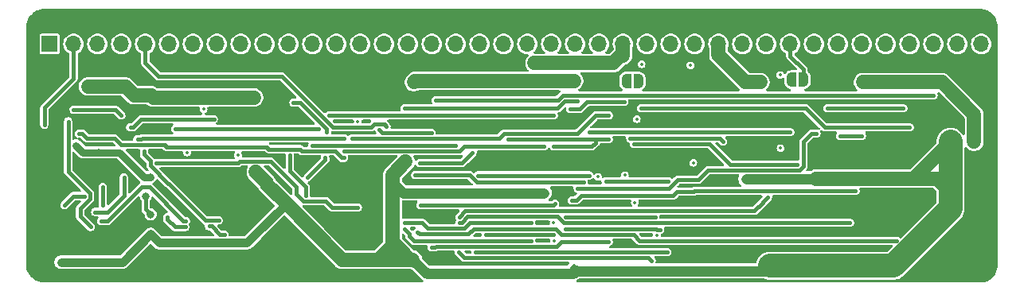
<source format=gbr>
%TF.GenerationSoftware,KiCad,Pcbnew,8.0.5*%
%TF.CreationDate,2025-02-16T00:46:45-05:00*%
%TF.ProjectId,C128A,43313238-412e-46b6-9963-61645f706362,rev?*%
%TF.SameCoordinates,Original*%
%TF.FileFunction,Copper,L2,Bot*%
%TF.FilePolarity,Positive*%
%FSLAX46Y46*%
G04 Gerber Fmt 4.6, Leading zero omitted, Abs format (unit mm)*
G04 Created by KiCad (PCBNEW 8.0.5) date 2025-02-16 00:46:45*
%MOMM*%
%LPD*%
G01*
G04 APERTURE LIST*
G04 Aperture macros list*
%AMFreePoly0*
4,1,19,0.500000,-0.750000,0.000000,-0.750000,0.000000,-0.744911,-0.071157,-0.744911,-0.207708,-0.704816,-0.327430,-0.627875,-0.420627,-0.520320,-0.479746,-0.390866,-0.500000,-0.250000,-0.500000,0.250000,-0.479746,0.390866,-0.420627,0.520320,-0.327430,0.627875,-0.207708,0.704816,-0.071157,0.744911,0.000000,0.744911,0.000000,0.750000,0.500000,0.750000,0.500000,-0.750000,0.500000,-0.750000,
$1*%
%AMFreePoly1*
4,1,19,0.000000,0.744911,0.071157,0.744911,0.207708,0.704816,0.327430,0.627875,0.420627,0.520320,0.479746,0.390866,0.500000,0.250000,0.500000,-0.250000,0.479746,-0.390866,0.420627,-0.520320,0.327430,-0.627875,0.207708,-0.704816,0.071157,-0.744911,0.000000,-0.744911,0.000000,-0.750000,-0.500000,-0.750000,-0.500000,0.750000,0.000000,0.750000,0.000000,0.744911,0.000000,0.744911,
$1*%
G04 Aperture macros list end*
%TA.AperFunction,ComponentPad*%
%ADD10R,1.700000X1.700000*%
%TD*%
%TA.AperFunction,ComponentPad*%
%ADD11O,1.700000X1.700000*%
%TD*%
%TA.AperFunction,SMDPad,CuDef*%
%ADD12FreePoly0,180.000000*%
%TD*%
%TA.AperFunction,SMDPad,CuDef*%
%ADD13FreePoly1,180.000000*%
%TD*%
%TA.AperFunction,ViaPad*%
%ADD14C,0.350000*%
%TD*%
%TA.AperFunction,ViaPad*%
%ADD15C,0.800000*%
%TD*%
%TA.AperFunction,Conductor*%
%ADD16C,0.400000*%
%TD*%
%TA.AperFunction,Conductor*%
%ADD17C,1.500000*%
%TD*%
%TA.AperFunction,Conductor*%
%ADD18C,0.920000*%
%TD*%
%TA.AperFunction,Conductor*%
%ADD19C,0.800000*%
%TD*%
%TA.AperFunction,Conductor*%
%ADD20C,1.140000*%
%TD*%
%TA.AperFunction,Conductor*%
%ADD21C,2.500000*%
%TD*%
G04 APERTURE END LIST*
D10*
%TO.P,J2,1,Pin_1*%
%TO.N,/~{QCL}*%
X98669000Y-86800000D03*
D11*
%TO.P,J2,2,Pin_2*%
%TO.N,/DCL*%
X101209000Y-86800000D03*
%TO.P,J2,3,Pin_3*%
%TO.N,/~{Q4080}*%
X103749000Y-86800000D03*
%TO.P,J2,4,Pin_4*%
%TO.N,unconnected-(J2-Pin_4-Pad4)*%
X106289000Y-86800000D03*
%TO.P,J2,5,Pin_5*%
%TO.N,/P07*%
X108829000Y-86800000D03*
%TO.P,J2,6,Pin_6*%
%TO.N,/P19*%
X111369000Y-86800000D03*
%TO.P,J2,7,Pin_7*%
%TO.N,unconnected-(J2-Pin_7-Pad7)*%
X113909000Y-86800000D03*
%TO.P,J2,8,Pin_8*%
%TO.N,unconnected-(J2-Pin_8-Pad8)*%
X116449000Y-86800000D03*
%TO.P,J2,9,Pin_9*%
%TO.N,unconnected-(J2-Pin_9-Pad9)*%
X118989000Y-86800000D03*
%TO.P,J2,10,Pin_10*%
%TO.N,unconnected-(J2-Pin_10-Pad10)*%
X121529000Y-86800000D03*
%TO.P,J2,11,Pin_11*%
%TO.N,/P4080*%
X124069000Y-86800000D03*
%TO.P,J2,12,Pin_12*%
%TO.N,/P06*%
X126609000Y-86800000D03*
%TO.P,J2,13,Pin_13*%
%TO.N,unconnected-(J2-Pin_13-Pad13)*%
X129149000Y-86800000D03*
%TO.P,J2,14,Pin_14*%
%TO.N,unconnected-(J2-Pin_14-Pad14)*%
X131689000Y-86800000D03*
%TO.P,J2,15,Pin_15*%
%TO.N,unconnected-(J2-Pin_15-Pad15)*%
X134229000Y-86800000D03*
%TO.P,J2,16,Pin_16*%
%TO.N,unconnected-(J2-Pin_16-Pad16)*%
X136769000Y-86800000D03*
%TO.P,J2,17,Pin_17*%
%TO.N,unconnected-(J2-Pin_17-Pad17)*%
X139309000Y-86800000D03*
%TO.P,J2,18,Pin_18*%
%TO.N,/~{PushCL}*%
X141849000Y-86800000D03*
%TO.P,J2,19,Pin_19*%
%TO.N,GND*%
X144389000Y-86800000D03*
%TO.P,J2,20,Pin_20*%
X146929000Y-86800000D03*
%TO.P,J2,21,Pin_21*%
%TO.N,unconnected-(J2-Pin_21-Pad21)*%
X149469000Y-86800000D03*
%TO.P,J2,22,Pin_22*%
%TO.N,/P08*%
X152009000Y-86800000D03*
%TO.P,J2,23,Pin_23*%
%TO.N,unconnected-(J2-Pin_23-Pad23)*%
X154549000Y-86800000D03*
%TO.P,J2,24,Pin_24*%
%TO.N,unconnected-(J2-Pin_24-Pad24)*%
X157089000Y-86800000D03*
%TO.P,J2,25,Pin_25*%
%TO.N,+5V*%
X159629000Y-86800000D03*
%TO.P,J2,26,Pin_26*%
X162169000Y-86800000D03*
%TO.P,J2,27,Pin_27*%
%TO.N,/~{PushF2}*%
X164709000Y-86800000D03*
%TO.P,J2,28,Pin_28*%
%TO.N,/~{PushCU}*%
X167249000Y-86800000D03*
%TO.P,J2,29,Pin_29*%
%TO.N,/P13*%
X169789000Y-86800000D03*
%TO.P,J2,30,Pin_30*%
%TO.N,/P14*%
X172329000Y-86800000D03*
%TO.P,J2,31,Pin_31*%
%TO.N,/~{PushF8}*%
X174869000Y-86800000D03*
%TO.P,J2,32,Pin_32*%
%TO.N,/P25*%
X177409000Y-86800000D03*
%TO.P,J2,33,Pin_33*%
%TO.N,/P24*%
X179949000Y-86800000D03*
%TO.P,J2,34,Pin_34*%
%TO.N,/~{PushF6}*%
X182489000Y-86800000D03*
%TO.P,J2,35,Pin_35*%
%TO.N,/~{PushF4}*%
X185029000Y-86800000D03*
%TO.P,J2,36,Pin_36*%
%TO.N,/P10*%
X187569000Y-86800000D03*
%TO.P,J2,37,Pin_37*%
%TO.N,/P09*%
X190109000Y-86800000D03*
%TO.P,J2,38,Pin_38*%
%TO.N,/P05*%
X192649000Y-86800000D03*
%TO.P,J2,39,Pin_39*%
%TO.N,+5V*%
X195189000Y-86800000D03*
%TO.P,J2,40,Pin_40*%
X197729000Y-86800000D03*
%TD*%
D12*
%TO.P,JP2,1,A*%
%TO.N,/P25*%
X178840000Y-90610000D03*
D13*
%TO.P,JP2,2,B*%
%TO.N,Net-(JP2-B)*%
X177540000Y-90610000D03*
%TD*%
D12*
%TO.P,JP1,1,A*%
%TO.N,/P09*%
X161295000Y-90737000D03*
D13*
%TO.P,JP1,2,B*%
%TO.N,Net-(JP1-B)*%
X159995000Y-90737000D03*
%TD*%
D14*
%TO.N,*%
X131435000Y-95055000D03*
X176393000Y-97912500D03*
X176329500Y-90102000D03*
X160899000Y-103691000D03*
X166804500Y-89086000D03*
X163210400Y-107170800D03*
X159819500Y-100770000D03*
X161597500Y-88959000D03*
X156962000Y-100960500D03*
X161089500Y-94801000D03*
X167096600Y-99449200D03*
%TO.N,/P14*%
X160391000Y-96833000D03*
X170290000Y-97200000D03*
%TO.N,/P13*%
X164328000Y-108961500D03*
X138024000Y-99500000D03*
X143627000Y-98357000D03*
X174234000Y-90864000D03*
X143944500Y-108961500D03*
%TO.N,GND*%
X156710000Y-96960000D03*
X176727980Y-101197020D03*
X113274000Y-98357000D03*
X135118000Y-107882000D03*
X151247000Y-102675000D03*
X146548000Y-90300000D03*
X135118000Y-102294000D03*
X182734000Y-96588000D03*
X137800000Y-91300000D03*
D15*
X99875500Y-110041000D03*
X103876000Y-98357000D03*
D14*
X158105000Y-96960000D03*
X136515000Y-99056000D03*
X136900000Y-90700000D03*
X137600000Y-90700000D03*
X146300000Y-90900000D03*
X115031750Y-93764750D03*
X141023500Y-102675000D03*
X157787500Y-101405000D03*
X147437000Y-96960000D03*
X152263000Y-97722000D03*
X180203000Y-101151000D03*
D15*
X194415250Y-97265750D03*
D14*
X101463000Y-97595000D03*
X118701010Y-98644990D03*
X154422000Y-90737000D03*
X147500000Y-90900000D03*
X137023000Y-91245000D03*
X146294000Y-102675000D03*
X137277000Y-109787000D03*
X164455000Y-101405000D03*
X121000000Y-100900000D03*
X120581500Y-100447500D03*
X135118000Y-101151000D03*
X135118000Y-101913000D03*
X154422000Y-110422000D03*
X147310000Y-90300000D03*
D15*
X120576500Y-107056500D03*
D14*
X172710000Y-101151000D03*
X148834000Y-111247500D03*
D15*
X123497500Y-103500500D03*
D14*
X152318561Y-107775001D03*
D15*
X109400000Y-101000000D03*
D14*
X185029000Y-96579000D03*
X146929000Y-91100000D03*
X135118000Y-101532000D03*
D15*
X109400500Y-107056500D03*
%TO.N,+5V*%
X109400500Y-104952000D03*
X196967000Y-97214000D03*
D14*
X185156000Y-90864000D03*
D15*
X108882999Y-103002001D03*
D14*
X150000000Y-88600000D03*
X102754500Y-91333000D03*
X109464000Y-92261000D03*
X150100000Y-89300000D03*
X100256500Y-103945000D03*
X102361501Y-103002001D03*
X106754500Y-91333000D03*
X150612000Y-88832000D03*
X120386000Y-92515000D03*
%TO.N,/PULLUP*%
X131435000Y-104199000D03*
X101209000Y-93785000D03*
X106289000Y-94420000D03*
X109972000Y-99500000D03*
%TO.N,/P4080*%
X126101000Y-101024000D03*
X127958001Y-98912999D03*
X128133000Y-96198000D03*
X124577000Y-93023000D03*
%TO.N,/P19*%
X152263000Y-94420000D03*
X127244000Y-95817000D03*
X128393513Y-94420000D03*
X112004000Y-95817000D03*
%TO.N,/~{PushF8}*%
X175039271Y-103099271D03*
X158105000Y-104580000D03*
X142230000Y-105215000D03*
%TO.N,/DCL*%
X100354500Y-91333000D03*
X98100000Y-95400000D03*
%TO.N,Net-(D95-K)*%
X107241500Y-95690000D03*
X125910500Y-102929000D03*
X116131500Y-94801000D03*
X124196000Y-98611000D03*
%TO.N,Net-(D103-K)*%
X100634500Y-100400000D03*
X103050500Y-106294500D03*
X100634500Y-95043000D03*
%TO.N,Net-(C9-Pad1)*%
X106562500Y-101000000D03*
X103500000Y-104700000D03*
%TO.N,/~{PushCL}*%
X152390000Y-103818000D03*
X138071500Y-103977500D03*
%TO.N,/~{PushCU}*%
X149850000Y-105850000D03*
X163058000Y-105215000D03*
X136388000Y-105850000D03*
X153533000Y-105215000D03*
%TO.N,/~{PushF2}*%
X136388000Y-106485000D03*
X163566000Y-106571542D03*
X153533000Y-106485000D03*
X149850000Y-107755000D03*
%TO.N,/~{PushF4}*%
X161407000Y-107755000D03*
X137785000Y-106866000D03*
X158105000Y-107120000D03*
X188712000Y-107755000D03*
%TO.N,/~{PushF6}*%
X142230000Y-105850000D03*
X183759000Y-105850000D03*
X158105000Y-105850000D03*
%TO.N,/~{SRS}*%
X115623500Y-106202000D03*
X117274500Y-107120000D03*
%TO.N,Net-(U4A-~{S})*%
X104320500Y-104008500D03*
X111178500Y-105215000D03*
X113083500Y-106294500D03*
X104320500Y-102040000D03*
%TO.N,Net-(U4B-~{S})*%
X108702000Y-98230000D03*
X116639500Y-105596000D03*
%TO.N,Net-(U7-Pad2)*%
X113147000Y-105659500D03*
X104122500Y-105652000D03*
%TO.N,Net-(JP1-B)*%
X154022500Y-93740000D03*
X159756000Y-91118000D03*
X159756000Y-92959500D03*
%TO.N,Net-(U4B-Q)*%
X151247000Y-97722000D03*
X129974500Y-96833000D03*
X129974500Y-98195010D03*
X108003500Y-96960000D03*
%TO.N,Net-(U4A-Q)*%
X158105000Y-94420000D03*
X130787300Y-96840008D03*
X101778200Y-96340000D03*
X152263000Y-96325000D03*
X129974500Y-98928500D03*
%TO.N,/P08*%
X154803000Y-92896000D03*
X136388000Y-93658000D03*
%TO.N,/P24*%
X178171000Y-99627000D03*
X160772000Y-97468000D03*
%TO.N,Net-(U1-Pad12)*%
X162677000Y-109914000D03*
X142163500Y-108964500D03*
%TO.N,Net-(U2-Pad13)*%
X184359010Y-102455990D03*
X154168000Y-103437000D03*
%TO.N,/P10*%
X189435900Y-93658000D03*
X181346000Y-93658000D03*
%TO.N,/P09*%
X161534000Y-93658000D03*
X181346000Y-95690000D03*
X190109000Y-95690000D03*
X161534000Y-91118000D03*
%TO.N,Net-(U2-Pad5)*%
X152263000Y-105850000D03*
X180203000Y-96325000D03*
X154803000Y-102167000D03*
%TO.N,/P06*%
X126609000Y-97595000D03*
X141849000Y-97595000D03*
%TO.N,Net-(U3-Pad12)*%
X156038010Y-100804990D03*
X144227010Y-100804990D03*
%TO.N,/P05*%
X192649000Y-92261000D03*
X139690000Y-92769000D03*
%TO.N,Net-(U3-Pad13)*%
X145024000Y-107120000D03*
X152263000Y-107120000D03*
%TO.N,Net-(U3-Pad6)*%
X155438000Y-101532000D03*
X137531000Y-100770000D03*
%TO.N,/P07*%
X134477500Y-95568500D03*
%TO.N,Net-(U3-Pad5)*%
X139249001Y-96257999D03*
X139249001Y-108457001D03*
X158105000Y-107882000D03*
X133721000Y-95944000D03*
%TO.N,Net-(JP2-B)*%
X156073000Y-96198000D03*
X177409000Y-96198000D03*
X177410000Y-90610000D03*
%TD*%
D16*
%TO.N,/P14*%
X169923000Y-96833000D02*
X170290000Y-97200000D01*
X160391000Y-96833000D02*
X169923000Y-96833000D01*
D17*
%TO.N,/P13*%
X169789000Y-88002081D02*
X172650919Y-90864000D01*
D16*
X142484000Y-99500000D02*
X143627000Y-98357000D01*
X163883500Y-108961500D02*
X164328000Y-108961500D01*
D17*
X172650919Y-90864000D02*
X174234000Y-90864000D01*
D16*
X138024000Y-99500000D02*
X140710000Y-99500000D01*
X140710000Y-99500000D02*
X142484000Y-99500000D01*
X164328000Y-108961500D02*
X164328000Y-108961500D01*
D17*
X169789000Y-86800000D02*
X169789000Y-88002081D01*
D16*
X143944500Y-108961500D02*
X163883500Y-108961500D01*
D18*
%TO.N,GND*%
X123497500Y-103500500D02*
X123497500Y-104135500D01*
D19*
X108700000Y-101000000D02*
X109400000Y-101000000D01*
D16*
X157787500Y-101405000D02*
X164455000Y-101405000D01*
D17*
X154174513Y-90737000D02*
X147691000Y-90737000D01*
D20*
X154327498Y-111247500D02*
X148834000Y-111247500D01*
D18*
X109800499Y-107456499D02*
X109400500Y-107056500D01*
D17*
X147056000Y-90737000D02*
X146548000Y-90737000D01*
D19*
X103876000Y-98357000D02*
X106057000Y-98357000D01*
D17*
X120581500Y-100447500D02*
X121765001Y-101631001D01*
D16*
X182990487Y-96579000D02*
X185029000Y-96579000D01*
D20*
X154596999Y-110977999D02*
X174694001Y-110977999D01*
X178821323Y-101197020D02*
X176727980Y-101197020D01*
X174694001Y-110977999D02*
X175250000Y-110422000D01*
D17*
X146040000Y-90737000D02*
X137785000Y-90737000D01*
X135118000Y-100742020D02*
X136515000Y-99345020D01*
X190530000Y-101151000D02*
X194415250Y-97265750D01*
D18*
X110324010Y-107980010D02*
X109800499Y-107456499D01*
D20*
X180203000Y-101151000D02*
X178867343Y-101151000D01*
D17*
X154422000Y-90737000D02*
X154174513Y-90737000D01*
D19*
X106057000Y-98357000D02*
X106200000Y-98500000D01*
D16*
X156710000Y-97330000D02*
X156710000Y-96960000D01*
D17*
X190530000Y-101151000D02*
X193048000Y-101151000D01*
D20*
X136261000Y-102675000D02*
X135292999Y-101706999D01*
X178867343Y-101151000D02*
X178821323Y-101197020D01*
D17*
X123497500Y-103500500D02*
X129784000Y-109787000D01*
D19*
X106200000Y-98500000D02*
X108700000Y-101000000D01*
X102225000Y-98357000D02*
X103876000Y-98357000D01*
D17*
X137531000Y-90737000D02*
X137404000Y-90864000D01*
X135118000Y-107882000D02*
X135118000Y-102294000D01*
D20*
X148834000Y-111247500D02*
X138737500Y-111247500D01*
D21*
X194467000Y-98345370D02*
X194467000Y-97214000D01*
D17*
X135118000Y-108263000D02*
X133594000Y-109787000D01*
D20*
X154596999Y-110977999D02*
X154327498Y-111247500D01*
D18*
X119652990Y-107980010D02*
X110324010Y-107980010D01*
D17*
X146548000Y-90737000D02*
X146040000Y-90737000D01*
D20*
X146294000Y-102675000D02*
X141023500Y-102675000D01*
D21*
X194467000Y-104333466D02*
X194467000Y-102570000D01*
D17*
X147564000Y-90737000D02*
X147056000Y-90737000D01*
D21*
X188378466Y-110422000D02*
X194467000Y-104333466D01*
D20*
X138737500Y-111247500D02*
X137451999Y-109961999D01*
D17*
X121765001Y-101631001D02*
X121765001Y-101768001D01*
D16*
X182981487Y-96588000D02*
X182990487Y-96579000D01*
D17*
X135118000Y-102294000D02*
X135118000Y-101532000D01*
X135118000Y-107882000D02*
X135118000Y-108263000D01*
D16*
X152263000Y-97722000D02*
X156318000Y-97722000D01*
D18*
X123497500Y-104135500D02*
X120576500Y-107056500D01*
D20*
X151247000Y-102675000D02*
X146294000Y-102675000D01*
D18*
X109400500Y-107056500D02*
X106416000Y-110041000D01*
D21*
X194467000Y-102570000D02*
X194467000Y-98345370D01*
D17*
X135118000Y-101151000D02*
X135118000Y-100742020D01*
X129784000Y-109787000D02*
X133594000Y-109787000D01*
X180203000Y-101151000D02*
X190530000Y-101151000D01*
D18*
X99875500Y-110041000D02*
X99875500Y-110041000D01*
D20*
X154422000Y-110803000D02*
X154596999Y-110977999D01*
X135292999Y-101706999D02*
X135118000Y-101532000D01*
D16*
X158105000Y-96960000D02*
X156710000Y-96960000D01*
X156710000Y-96960000D02*
X147437000Y-96960000D01*
D17*
X135118000Y-101532000D02*
X135118000Y-101151000D01*
X137277000Y-109787000D02*
X137023000Y-109787000D01*
D20*
X141023500Y-102675000D02*
X136261000Y-102675000D01*
D19*
X101463000Y-97595000D02*
X102225000Y-98357000D01*
D16*
X185029000Y-96579000D02*
X185029000Y-96579000D01*
D17*
X147691000Y-90737000D02*
X147564000Y-90737000D01*
D18*
X106416000Y-110041000D02*
X99875500Y-110041000D01*
D21*
X175250000Y-110422000D02*
X188378466Y-110422000D01*
D17*
X137785000Y-90737000D02*
X137531000Y-90737000D01*
X193048000Y-101151000D02*
X194467000Y-102570000D01*
X194415250Y-97265750D02*
X194467000Y-97214000D01*
D18*
X120576500Y-107056500D02*
X119652990Y-107980010D01*
D17*
X133594000Y-109787000D02*
X137277000Y-109787000D01*
X121765001Y-101768001D02*
X123497500Y-103500500D01*
D16*
X156318000Y-97722000D02*
X156710000Y-97330000D01*
X182734000Y-96588000D02*
X182981487Y-96588000D01*
D20*
X176727980Y-101197020D02*
X172710000Y-101197020D01*
X137451999Y-109961999D02*
X137277000Y-109787000D01*
D17*
X137023000Y-109787000D02*
X135118000Y-107882000D01*
D16*
%TO.N,+5V*%
X108882999Y-103002001D02*
X108882999Y-104434499D01*
D17*
X109464000Y-92261000D02*
X107682500Y-92261000D01*
X158613000Y-88832000D02*
X159375000Y-88070000D01*
D16*
X108882999Y-104434499D02*
X109400500Y-104952000D01*
D17*
X109464000Y-92261000D02*
X109718000Y-92515000D01*
X159375000Y-88070000D02*
X159561081Y-88070000D01*
X159561081Y-88070000D02*
X159629000Y-88002081D01*
X159629000Y-88002081D02*
X159629000Y-86800000D01*
D16*
X102361501Y-103002001D02*
X101199499Y-103002001D01*
D17*
X150231000Y-88832000D02*
X150612000Y-88832000D01*
X150612000Y-88832000D02*
X158613000Y-88832000D01*
X193538000Y-90864000D02*
X196967000Y-94293000D01*
X106754500Y-91333000D02*
X102754500Y-91333000D01*
X196967000Y-94293000D02*
X196967000Y-97214000D01*
D16*
X101199499Y-103002001D02*
X100256500Y-103945000D01*
D17*
X109718000Y-92515000D02*
X120386000Y-92515000D01*
X185156000Y-90864000D02*
X193538000Y-90864000D01*
X107682500Y-92261000D02*
X106754500Y-91333000D01*
D16*
%TO.N,/PULLUP*%
X118899510Y-99297492D02*
X122151992Y-99297492D01*
X122151992Y-99297492D02*
X124894500Y-102040000D01*
X128034510Y-103529010D02*
X128704500Y-104199000D01*
X101209000Y-93785000D02*
X105654000Y-93785000D01*
X109972000Y-99500000D02*
X118697002Y-99500000D01*
X124894500Y-102761542D02*
X125661968Y-103529010D01*
X128704500Y-104199000D02*
X131435000Y-104199000D01*
X124894500Y-102040000D02*
X124894500Y-102761542D01*
X131435000Y-104199000D02*
X131435000Y-104199000D01*
X105654000Y-93785000D02*
X106289000Y-94420000D01*
X118697002Y-99500000D02*
X118899510Y-99297492D01*
X125661968Y-103529010D02*
X128034510Y-103529010D01*
%TO.N,/P4080*%
X128133000Y-95857458D02*
X128133000Y-96198000D01*
X127958001Y-99166999D02*
X126101000Y-101024000D01*
X125298542Y-93023000D02*
X128133000Y-95857458D01*
X124577000Y-93023000D02*
X125298542Y-93023000D01*
X127958001Y-98912999D02*
X127958001Y-99166999D01*
%TO.N,/P19*%
X112004000Y-95817000D02*
X127244000Y-95817000D01*
X130546000Y-94420000D02*
X128393513Y-94420000D01*
X130546000Y-94420000D02*
X152263000Y-94420000D01*
%TO.N,/~{PushF8}*%
X174488000Y-103691000D02*
X174488000Y-103650542D01*
X158105000Y-104580000D02*
X173599000Y-104580000D01*
X173599000Y-104580000D02*
X174488000Y-103691000D01*
X174488000Y-103650542D02*
X175039271Y-103099271D01*
X158105000Y-104580000D02*
X142865000Y-104580000D01*
X142865000Y-104580000D02*
X142230000Y-105215000D01*
%TO.N,/DCL*%
X101209000Y-86800000D02*
X101209000Y-90478500D01*
X101209000Y-90478500D02*
X100354500Y-91333000D01*
X100354500Y-91333000D02*
X98100000Y-93587500D01*
X98100000Y-93587500D02*
X98100000Y-95400000D01*
%TO.N,Net-(D95-K)*%
X124196000Y-100325500D02*
X125910500Y-102040000D01*
X108377987Y-94801000D02*
X116131500Y-94801000D01*
X107241500Y-95690000D02*
X107488987Y-95690000D01*
X107488987Y-95690000D02*
X108377987Y-94801000D01*
X116131500Y-94801000D02*
X116131500Y-94801000D01*
X124196000Y-98611000D02*
X124196000Y-100325500D01*
X125910500Y-102040000D02*
X125910500Y-102929000D01*
%TO.N,Net-(D103-K)*%
X103050500Y-106294500D02*
X103050500Y-106294500D01*
X103050500Y-106294500D02*
X101900000Y-105144000D01*
X101900000Y-105144000D02*
X101900000Y-104312030D01*
X101900000Y-104312030D02*
X102961501Y-103250529D01*
X100634500Y-99883000D02*
X100634500Y-95043000D01*
X103050500Y-106294500D02*
X103050500Y-106294500D01*
X102961501Y-102727001D02*
X100634500Y-100400000D01*
X102961501Y-103250529D02*
X102961501Y-102727001D01*
X100634500Y-100400000D02*
X100634500Y-99883000D01*
%TO.N,Net-(C9-Pad1)*%
X104891500Y-104608500D02*
X106562500Y-102937500D01*
X104891500Y-104608500D02*
X104800000Y-104700000D01*
X106562500Y-101000000D02*
X106562500Y-102937500D01*
X104800000Y-104700000D02*
X103500000Y-104700000D01*
%TO.N,/~{PushCL}*%
X138071500Y-103977500D02*
X152230500Y-103977500D01*
X152230500Y-103977500D02*
X152390000Y-103818000D01*
%TO.N,/~{PushCU}*%
X143373000Y-105850000D02*
X142772990Y-106450010D01*
X163058000Y-105215000D02*
X153533000Y-105215000D01*
X138893010Y-106450010D02*
X138293000Y-105850000D01*
X138293000Y-105850000D02*
X136388000Y-105850000D01*
X149850000Y-105850000D02*
X143373000Y-105850000D01*
X142772990Y-106450010D02*
X138893010Y-106450010D01*
%TO.N,/~{PushF2}*%
X137404000Y-107755000D02*
X136896000Y-107247000D01*
X163185000Y-106485000D02*
X163271542Y-106571542D01*
X136896000Y-107247000D02*
X136896000Y-106993000D01*
X149850000Y-107755000D02*
X137404000Y-107755000D01*
X136896000Y-106993000D02*
X136388000Y-106485000D01*
X153533000Y-106485000D02*
X163185000Y-106485000D01*
X163271542Y-106571542D02*
X163566000Y-106571542D01*
%TO.N,/~{PushF4}*%
X137969020Y-107050020D02*
X143188980Y-107050020D01*
X160772000Y-107120000D02*
X161407000Y-107755000D01*
X137785000Y-106866000D02*
X137969020Y-107050020D01*
X152476542Y-106485000D02*
X153111542Y-107120000D01*
X188712000Y-107755000D02*
X161407000Y-107755000D01*
X143754000Y-106485000D02*
X152476542Y-106485000D01*
X153111542Y-107120000D02*
X158105000Y-107120000D01*
X143188980Y-107050020D02*
X143754000Y-106485000D01*
X158105000Y-107120000D02*
X160772000Y-107120000D01*
%TO.N,/~{PushF6}*%
X153319458Y-105850000D02*
X157857513Y-105850000D01*
X142230000Y-105850000D02*
X142477487Y-105850000D01*
X157857513Y-105850000D02*
X158105000Y-105850000D01*
X142484000Y-105809542D02*
X143113532Y-105180010D01*
X183759000Y-105850000D02*
X158105000Y-105850000D01*
X142477487Y-105850000D02*
X142484000Y-105843487D01*
X152649468Y-105180010D02*
X153319458Y-105850000D01*
X142484000Y-105843487D02*
X142484000Y-105809542D01*
X143113532Y-105180010D02*
X152649468Y-105180010D01*
%TO.N,/~{SRS}*%
X116788987Y-107120000D02*
X117274500Y-107120000D01*
X117274500Y-107120000D02*
X117274500Y-107120000D01*
X115870987Y-106202000D02*
X116788987Y-107120000D01*
X115623500Y-106202000D02*
X115870987Y-106202000D01*
%TO.N,Net-(U4A-~{S})*%
X112010513Y-106294500D02*
X113083500Y-106294500D01*
X111178500Y-105215000D02*
X111178500Y-105462487D01*
X111178500Y-105462487D02*
X112010513Y-106294500D01*
X104320500Y-104008500D02*
X104320500Y-104008500D01*
X104320500Y-104008500D02*
X104320500Y-102040000D01*
X113083500Y-106294500D02*
X113083500Y-106294500D01*
X104320500Y-102040000D02*
X104320500Y-102040000D01*
%TO.N,Net-(U4B-~{S})*%
X116639500Y-105596000D02*
X116639500Y-105596000D01*
X111305500Y-101659000D02*
X115242500Y-105596000D01*
X109371990Y-99748532D02*
X111282458Y-101659000D01*
X111282458Y-101659000D02*
X111305500Y-101659000D01*
X108702000Y-98230000D02*
X108702000Y-98585498D01*
X115242500Y-105596000D02*
X116639500Y-105596000D01*
X108702000Y-98585498D02*
X109371990Y-99255488D01*
X109371990Y-99255488D02*
X109371990Y-99748532D01*
%TO.N,Net-(U7-Pad2)*%
X104836000Y-105652000D02*
X108448000Y-102040000D01*
X112899513Y-105659500D02*
X109273500Y-102040000D01*
X104122500Y-105652000D02*
X104836000Y-105652000D01*
X108448000Y-102040000D02*
X109273500Y-102040000D01*
X113147000Y-105659500D02*
X112899513Y-105659500D01*
%TO.N,Net-(JP1-B)*%
X155038500Y-93740000D02*
X155819000Y-92959500D01*
X154022500Y-93740000D02*
X155038500Y-93740000D01*
X159756000Y-92959500D02*
X159756000Y-92959500D01*
X155819000Y-92959500D02*
X158884416Y-92959500D01*
X158884416Y-92959500D02*
X159756000Y-92959500D01*
%TO.N,/P25*%
X178840000Y-90610000D02*
X178840000Y-89530000D01*
X177409000Y-88099000D02*
X177409000Y-86800000D01*
X178840000Y-89530000D02*
X177409000Y-88099000D01*
%TO.N,Net-(U4B-Q)*%
X142264990Y-98195010D02*
X142738000Y-97722000D01*
X131717512Y-98195012D02*
X131717510Y-98195010D01*
X131781012Y-98195012D02*
X131781010Y-98195010D01*
X136930990Y-98195010D02*
X136930988Y-98195012D01*
X131717510Y-98195010D02*
X129974500Y-98195010D01*
X129974500Y-96833000D02*
X111051500Y-96833000D01*
X111051500Y-96833000D02*
X108511500Y-96833000D01*
X108003500Y-96960000D02*
X108003500Y-96960000D01*
X131781012Y-98195012D02*
X131717512Y-98195012D01*
X108384500Y-96960000D02*
X108003500Y-96960000D01*
X142738000Y-97722000D02*
X151247000Y-97722000D01*
X108511500Y-96833000D02*
X108384500Y-96960000D01*
X129974500Y-98195010D02*
X129974500Y-98195010D01*
X142264990Y-98195010D02*
X136930990Y-98195010D01*
X136930988Y-98195012D02*
X131781012Y-98195012D01*
%TO.N,Net-(U4A-Q)*%
X129727013Y-98928500D02*
X128993523Y-98195010D01*
X102106487Y-96340000D02*
X101778200Y-96340000D01*
X154803000Y-96325000D02*
X156708000Y-94420000D01*
X106279410Y-97560010D02*
X110896512Y-97560010D01*
X152263000Y-96325000D02*
X154803000Y-96325000D01*
X121709519Y-97781999D02*
X111118501Y-97781999D01*
X128993523Y-98195010D02*
X125494510Y-98195010D01*
X125310490Y-98010990D02*
X121938510Y-98010990D01*
X121938510Y-98010990D02*
X121709519Y-97781999D01*
X146468466Y-96840008D02*
X130787300Y-96840008D01*
X146468466Y-96840008D02*
X146983474Y-96325000D01*
X125494510Y-98195010D02*
X125310490Y-98010990D01*
X110896512Y-97560010D02*
X111118501Y-97781999D01*
X129974500Y-98928500D02*
X129727013Y-98928500D01*
X102606495Y-96840008D02*
X102106487Y-96340000D01*
X130787300Y-96840008D02*
X130787300Y-96840008D01*
X105559408Y-96840008D02*
X106279410Y-97560010D01*
X105559408Y-96840008D02*
X102606495Y-96840008D01*
X156708000Y-94420000D02*
X158105000Y-94420000D01*
X146983474Y-96325000D02*
X152263000Y-96325000D01*
%TO.N,/P08*%
X152517000Y-93658000D02*
X152684458Y-93658000D01*
X153446458Y-92896000D02*
X154803000Y-92896000D01*
X136388000Y-93658000D02*
X152517000Y-93658000D01*
X152684458Y-93658000D02*
X153446458Y-92896000D01*
%TO.N,/P24*%
X171018542Y-99627000D02*
X178171000Y-99627000D01*
X160772000Y-97468000D02*
X168859542Y-97468000D01*
X168859542Y-97468000D02*
X171018542Y-99627000D01*
%TO.N,Net-(U1-Pad12)*%
X142163500Y-108964500D02*
X142760510Y-109561510D01*
X162324510Y-109561510D02*
X162677000Y-109914000D01*
X142760510Y-109561510D02*
X162324510Y-109561510D01*
%TO.N,Net-(U2-Pad13)*%
X155184000Y-102929000D02*
X164963000Y-102929000D01*
X164963000Y-102929000D02*
X165344000Y-102548000D01*
X167254468Y-102455990D02*
X184359010Y-102455990D01*
X154676000Y-103437000D02*
X155184000Y-102929000D01*
X167162458Y-102548000D02*
X167254468Y-102455990D01*
X154168000Y-103437000D02*
X154676000Y-103437000D01*
X165344000Y-102548000D02*
X167162458Y-102548000D01*
%TO.N,/P10*%
X189435900Y-93658000D02*
X181346000Y-93658000D01*
X181346000Y-93658000D02*
X181346000Y-93658000D01*
%TO.N,/P09*%
X179066513Y-93658000D02*
X162423000Y-93658000D01*
X181098513Y-95690000D02*
X179066513Y-93658000D01*
X190109000Y-95690000D02*
X181346000Y-95690000D01*
X162423000Y-93658000D02*
X161534000Y-93658000D01*
X161534000Y-93658000D02*
X161534000Y-93658000D01*
X181346000Y-95690000D02*
X181098513Y-95690000D01*
X181346000Y-95690000D02*
X181346000Y-95690000D01*
%TO.N,Net-(U2-Pad5)*%
X164541542Y-102167000D02*
X165430542Y-101278000D01*
X170770010Y-100227010D02*
X178419532Y-100227010D01*
X154803000Y-102167000D02*
X164541542Y-102167000D01*
X178806000Y-99840542D02*
X178806000Y-97214000D01*
X168680990Y-100227010D02*
X170770010Y-100227010D01*
X167630000Y-101278000D02*
X168680990Y-100227010D01*
X165430542Y-101278000D02*
X167630000Y-101278000D01*
X178419532Y-100227010D02*
X178806000Y-99840542D01*
X178806000Y-97214000D02*
X179695000Y-96325000D01*
X179695000Y-96325000D02*
X180203000Y-96325000D01*
%TO.N,/P06*%
X126609000Y-97595000D02*
X141849000Y-97595000D01*
%TO.N,Net-(U3-Pad12)*%
X144227010Y-100804990D02*
X156038010Y-100804990D01*
%TO.N,/P05*%
X152724916Y-92769000D02*
X153232916Y-92261000D01*
X153232916Y-92261000D02*
X192649000Y-92261000D01*
X139690000Y-92769000D02*
X151374000Y-92769000D01*
X151374000Y-92769000D02*
X152724916Y-92769000D01*
%TO.N,Net-(U3-Pad13)*%
X152015513Y-107120000D02*
X152263000Y-107120000D01*
X145024000Y-107120000D02*
X152015513Y-107120000D01*
%TO.N,Net-(U3-Pad6)*%
X144105478Y-101532000D02*
X155438000Y-101532000D01*
X143343478Y-100770000D02*
X144105478Y-101532000D01*
X137531000Y-100770000D02*
X143343478Y-100770000D01*
%TO.N,/P07*%
X128814084Y-95690000D02*
X128733009Y-95608925D01*
X134252991Y-95343991D02*
X133178009Y-95343991D01*
X133178009Y-95343991D02*
X132832000Y-95690000D01*
X128814084Y-95690000D02*
X123353084Y-90229000D01*
X108829000Y-88832000D02*
X108829000Y-86800000D01*
X129784000Y-95690000D02*
X128814084Y-95690000D01*
X110226000Y-90229000D02*
X108829000Y-88832000D01*
X134477500Y-95568500D02*
X134252991Y-95343991D01*
X123353084Y-90229000D02*
X110226000Y-90229000D01*
X132832000Y-95690000D02*
X129784000Y-95690000D01*
%TO.N,Net-(U3-Pad5)*%
X139651509Y-108457001D02*
X139249001Y-108457001D01*
X158105000Y-107882000D02*
X153062564Y-107882000D01*
X133721000Y-95944000D02*
X134016998Y-96239998D01*
X139753500Y-108355010D02*
X139651509Y-108457001D01*
X152589554Y-108355010D02*
X139753500Y-108355010D01*
X134016998Y-96239998D02*
X139249001Y-96239998D01*
X153062564Y-107882000D02*
X152589554Y-108355010D01*
%TO.N,Net-(JP2-B)*%
X156073000Y-96198000D02*
X174107000Y-96198000D01*
X174107000Y-96198000D02*
X177409000Y-96198000D01*
%TD*%
%TA.AperFunction,NonConductor*%
G36*
X132822286Y-94877232D02*
G01*
X132865827Y-94927481D01*
X132875289Y-94993293D01*
X132847668Y-95053774D01*
X132841928Y-95059939D01*
X132684927Y-95216939D01*
X132626571Y-95248803D01*
X132601489Y-95251500D01*
X131960692Y-95251500D01*
X131896896Y-95232768D01*
X131853355Y-95182519D01*
X131843893Y-95116707D01*
X131844145Y-95115041D01*
X131853654Y-95055002D01*
X131853654Y-95054997D01*
X131844145Y-94994959D01*
X131852667Y-94929018D01*
X131895486Y-94878153D01*
X131959007Y-94858512D01*
X131960692Y-94858500D01*
X132758490Y-94858500D01*
X132822286Y-94877232D01*
G37*
%TD.AperFunction*%
%TA.AperFunction,NonConductor*%
G36*
X130973104Y-94877232D02*
G01*
X131016645Y-94927481D01*
X131026107Y-94993293D01*
X131025855Y-94994959D01*
X131016346Y-95054997D01*
X131016346Y-95055002D01*
X131025855Y-95115041D01*
X131017333Y-95180982D01*
X130974514Y-95231847D01*
X130910993Y-95251488D01*
X130909308Y-95251500D01*
X129044594Y-95251500D01*
X128980798Y-95232768D01*
X128961155Y-95216939D01*
X128804155Y-95059939D01*
X128772291Y-95001583D01*
X128777034Y-94935263D01*
X128816879Y-94882036D01*
X128879176Y-94858801D01*
X128887594Y-94858500D01*
X130488270Y-94858500D01*
X130909308Y-94858500D01*
X130973104Y-94877232D01*
G37*
%TD.AperFunction*%
%TA.AperFunction,NonConductor*%
G36*
X133232622Y-96007058D02*
G01*
X133285851Y-96046901D01*
X133305368Y-96087076D01*
X133308460Y-96098615D01*
X133312384Y-96113256D01*
X133319402Y-96125412D01*
X133352229Y-96182271D01*
X133373979Y-96219942D01*
X133372447Y-96220826D01*
X133392883Y-96273700D01*
X133379518Y-96338832D01*
X133333062Y-96386399D01*
X133275291Y-96401508D01*
X130845030Y-96401508D01*
X130729570Y-96401508D01*
X130729567Y-96401508D01*
X130729565Y-96401509D01*
X130618044Y-96431391D01*
X130518057Y-96489119D01*
X130518055Y-96489120D01*
X130518055Y-96489121D01*
X130467840Y-96539335D01*
X130409487Y-96571198D01*
X130343167Y-96566455D01*
X130300967Y-96539335D01*
X130243745Y-96482113D01*
X130217993Y-96467245D01*
X130143755Y-96424383D01*
X130032234Y-96394501D01*
X130032233Y-96394500D01*
X130032230Y-96394500D01*
X130032226Y-96394500D01*
X128687784Y-96394500D01*
X128623988Y-96375768D01*
X128580447Y-96325519D01*
X128570793Y-96261100D01*
X128571500Y-96255729D01*
X128571500Y-96232749D01*
X128590232Y-96168953D01*
X128640481Y-96125412D01*
X128706293Y-96115950D01*
X128720041Y-96118770D01*
X128756354Y-96128500D01*
X128756358Y-96128500D01*
X132889726Y-96128500D01*
X132889730Y-96128500D01*
X133001255Y-96098617D01*
X133037853Y-96077486D01*
X133101245Y-96040888D01*
X133107948Y-96034185D01*
X133166303Y-96002318D01*
X133232622Y-96007058D01*
G37*
%TD.AperFunction*%
%TA.AperFunction,NonConductor*%
G36*
X101939772Y-96797232D02*
G01*
X101959415Y-96813061D01*
X102337251Y-97190897D01*
X102406996Y-97231164D01*
X102406997Y-97231164D01*
X102437240Y-97248625D01*
X102548765Y-97278508D01*
X105328897Y-97278508D01*
X105392693Y-97297240D01*
X105412336Y-97313069D01*
X105616328Y-97517061D01*
X105648192Y-97575417D01*
X105643449Y-97641737D01*
X105603604Y-97694964D01*
X105541307Y-97718199D01*
X105532889Y-97718500D01*
X102538354Y-97718500D01*
X102474558Y-97699768D01*
X102454915Y-97683939D01*
X102165806Y-97394830D01*
X101870020Y-97099044D01*
X101870016Y-97099041D01*
X101870015Y-97099040D01*
X101765444Y-97029170D01*
X101708341Y-97005517D01*
X101656570Y-96963797D01*
X101635573Y-96900711D01*
X101652017Y-96836287D01*
X101700680Y-96790981D01*
X101753498Y-96778500D01*
X101875976Y-96778500D01*
X101939772Y-96797232D01*
G37*
%TD.AperFunction*%
%TA.AperFunction,NonConductor*%
G36*
X126151729Y-97290232D02*
G01*
X126195270Y-97340481D01*
X126204732Y-97406293D01*
X126201912Y-97420041D01*
X126200384Y-97425743D01*
X126200383Y-97425745D01*
X126184248Y-97485961D01*
X126170501Y-97537265D01*
X126170500Y-97537273D01*
X126170500Y-97638510D01*
X126151768Y-97702306D01*
X126101519Y-97745847D01*
X126052500Y-97756510D01*
X125725021Y-97756510D01*
X125661225Y-97737778D01*
X125641582Y-97721949D01*
X125579733Y-97660100D01*
X125506362Y-97617740D01*
X125479747Y-97602374D01*
X125479746Y-97602373D01*
X125479745Y-97602373D01*
X125379144Y-97575417D01*
X125368224Y-97572491D01*
X125368223Y-97572490D01*
X125368220Y-97572490D01*
X125368216Y-97572490D01*
X122169021Y-97572490D01*
X122105225Y-97553758D01*
X122085582Y-97537929D01*
X122020592Y-97472939D01*
X121988728Y-97414583D01*
X121993471Y-97348263D01*
X122033316Y-97295036D01*
X122095613Y-97271801D01*
X122104031Y-97271500D01*
X126087933Y-97271500D01*
X126151729Y-97290232D01*
G37*
%TD.AperFunction*%
%TA.AperFunction,NonConductor*%
G36*
X110729797Y-98017242D02*
G01*
X110749440Y-98033071D01*
X110849256Y-98132887D01*
X110897084Y-98160500D01*
X110949246Y-98190616D01*
X111060771Y-98220499D01*
X111176231Y-98220499D01*
X112738805Y-98220499D01*
X112802601Y-98239231D01*
X112846142Y-98289480D01*
X112854514Y-98347713D01*
X112855346Y-98347713D01*
X112855346Y-98353497D01*
X112855604Y-98355292D01*
X112855353Y-98356954D01*
X112855346Y-98356998D01*
X112855346Y-98357002D01*
X112875834Y-98486364D01*
X112875835Y-98486369D01*
X112875836Y-98486371D01*
X112884663Y-98503694D01*
X112934072Y-98600666D01*
X112935302Y-98603079D01*
X113027921Y-98695698D01*
X113144629Y-98755164D01*
X113144634Y-98755164D01*
X113144635Y-98755165D01*
X113273998Y-98775654D01*
X113274000Y-98775654D01*
X113274002Y-98775654D01*
X113377604Y-98759245D01*
X113403371Y-98755164D01*
X113520079Y-98695698D01*
X113612698Y-98603079D01*
X113672164Y-98486371D01*
X113683511Y-98414728D01*
X113692654Y-98357002D01*
X113692654Y-98356998D01*
X113692647Y-98356954D01*
X113692654Y-98356899D01*
X113692654Y-98347713D01*
X113693842Y-98347713D01*
X113701171Y-98291014D01*
X113743992Y-98240150D01*
X113807514Y-98220511D01*
X113809195Y-98220499D01*
X118260658Y-98220499D01*
X118324454Y-98239231D01*
X118367995Y-98289480D01*
X118377457Y-98355292D01*
X118365797Y-98392069D01*
X118302847Y-98515616D01*
X118302844Y-98515625D01*
X118282356Y-98644987D01*
X118282356Y-98644992D01*
X118302844Y-98774354D01*
X118302845Y-98774359D01*
X118302846Y-98774361D01*
X118342892Y-98852956D01*
X118361731Y-98889929D01*
X118374003Y-98955276D01*
X118348998Y-99016884D01*
X118294655Y-99055193D01*
X118256592Y-99061500D01*
X109914270Y-99061500D01*
X109874278Y-99072216D01*
X109873606Y-99072396D01*
X109807136Y-99070813D01*
X109752073Y-99033545D01*
X109740874Y-99017414D01*
X109725871Y-98991428D01*
X109722878Y-98986243D01*
X109175061Y-98438426D01*
X109143197Y-98380070D01*
X109140500Y-98354987D01*
X109140500Y-98172273D01*
X109140500Y-98172270D01*
X109137347Y-98160501D01*
X109133743Y-98147050D01*
X109135325Y-98080580D01*
X109172593Y-98025517D01*
X109233714Y-97999344D01*
X109247722Y-97998510D01*
X110666001Y-97998510D01*
X110729797Y-98017242D01*
G37*
%TD.AperFunction*%
%TA.AperFunction,NonConductor*%
G36*
X142556756Y-98612511D02*
G01*
X142597872Y-98664763D01*
X142604211Y-98730949D01*
X142573761Y-98790055D01*
X142571776Y-98792089D01*
X142336928Y-99026938D01*
X142278572Y-99058803D01*
X142253489Y-99061500D01*
X140767730Y-99061500D01*
X137966270Y-99061500D01*
X137966267Y-99061500D01*
X137966265Y-99061501D01*
X137854744Y-99091383D01*
X137754755Y-99149112D01*
X137684937Y-99218930D01*
X137626581Y-99250794D01*
X137560261Y-99246051D01*
X137507035Y-99206205D01*
X137485767Y-99158513D01*
X137465512Y-99056685D01*
X137419915Y-98946603D01*
X137391000Y-98876794D01*
X137390999Y-98876792D01*
X137390998Y-98876790D01*
X137351091Y-98817066D01*
X137331225Y-98753616D01*
X137348815Y-98689496D01*
X137398279Y-98645065D01*
X137449206Y-98633510D01*
X142322716Y-98633510D01*
X142322720Y-98633510D01*
X142434245Y-98603627D01*
X142434255Y-98603621D01*
X142441392Y-98600666D01*
X142442474Y-98603278D01*
X142493917Y-98590783D01*
X142556756Y-98612511D01*
G37*
%TD.AperFunction*%
%TA.AperFunction,NonConductor*%
G36*
X121542805Y-98239231D02*
G01*
X121562448Y-98255060D01*
X121587623Y-98280235D01*
X121587622Y-98280235D01*
X121634111Y-98326723D01*
X121669265Y-98361877D01*
X121769255Y-98419607D01*
X121880780Y-98449490D01*
X123639500Y-98449490D01*
X123703296Y-98468222D01*
X123746837Y-98518471D01*
X123757500Y-98567490D01*
X123757500Y-99997989D01*
X123738768Y-100061785D01*
X123688519Y-100105326D01*
X123622707Y-100114788D01*
X123562226Y-100087167D01*
X123556061Y-100081428D01*
X122421236Y-98946603D01*
X122348485Y-98904601D01*
X122321247Y-98888875D01*
X122209726Y-98858993D01*
X122209725Y-98858992D01*
X122209722Y-98858992D01*
X122209718Y-98858992D01*
X119223930Y-98858992D01*
X119160134Y-98840260D01*
X119116593Y-98790011D01*
X119107131Y-98724199D01*
X119107383Y-98722533D01*
X119119664Y-98644992D01*
X119119664Y-98644987D01*
X119099175Y-98515625D01*
X119099174Y-98515624D01*
X119099174Y-98515619D01*
X119070913Y-98460153D01*
X119036223Y-98392069D01*
X119023951Y-98326723D01*
X119048956Y-98265115D01*
X119103300Y-98226806D01*
X119141362Y-98220499D01*
X121479009Y-98220499D01*
X121542805Y-98239231D01*
G37*
%TD.AperFunction*%
%TA.AperFunction,NonConductor*%
G36*
X193223601Y-91956730D02*
G01*
X193255481Y-91979431D01*
X195943939Y-94667889D01*
X195975803Y-94726245D01*
X195978500Y-94751328D01*
X195978500Y-96410276D01*
X195959768Y-96474072D01*
X195909519Y-96517613D01*
X195843707Y-96527075D01*
X195783226Y-96499454D01*
X195755361Y-96463847D01*
X195746957Y-96447354D01*
X195740080Y-96433856D01*
X195655782Y-96317830D01*
X195602367Y-96244311D01*
X195602366Y-96244310D01*
X195602364Y-96244307D01*
X195436693Y-96078636D01*
X195436689Y-96078633D01*
X195436688Y-96078632D01*
X195247143Y-95940919D01*
X195038389Y-95834554D01*
X194815553Y-95762150D01*
X194584150Y-95725500D01*
X194584148Y-95725500D01*
X194349852Y-95725500D01*
X194349849Y-95725500D01*
X194118446Y-95762150D01*
X193895610Y-95834554D01*
X193686856Y-95940919D01*
X193497311Y-96078632D01*
X193331632Y-96244311D01*
X193193919Y-96433856D01*
X193087554Y-96642610D01*
X193015150Y-96865446D01*
X192978500Y-97096849D01*
X192978500Y-97255672D01*
X192959768Y-97319468D01*
X192943939Y-97339111D01*
X190155111Y-100127939D01*
X190096755Y-100159803D01*
X190071672Y-100162500D01*
X180105640Y-100162500D01*
X179914667Y-100200486D01*
X179734770Y-100275003D01*
X179663515Y-100322614D01*
X179600063Y-100342481D01*
X179597958Y-100342500D01*
X179209051Y-100342500D01*
X179145255Y-100323768D01*
X179101714Y-100273519D01*
X179092252Y-100207707D01*
X179119873Y-100147226D01*
X179125598Y-100141075D01*
X179156887Y-100109787D01*
X179214617Y-100009797D01*
X179223900Y-99975152D01*
X179244500Y-99898272D01*
X179244500Y-97444511D01*
X179263232Y-97380715D01*
X179279061Y-97361072D01*
X179842072Y-96798061D01*
X179900428Y-96766197D01*
X179925511Y-96763500D01*
X180260726Y-96763500D01*
X180260730Y-96763500D01*
X180372255Y-96733617D01*
X180472245Y-96675887D01*
X180553887Y-96594245D01*
X180611617Y-96494255D01*
X180641500Y-96382730D01*
X180641500Y-96267270D01*
X180611617Y-96155745D01*
X180605552Y-96145241D01*
X180589877Y-96080628D01*
X180611622Y-96017796D01*
X180663885Y-95976694D01*
X180730073Y-95970373D01*
X180789171Y-96000839D01*
X180791182Y-96002802D01*
X180829268Y-96040888D01*
X180892659Y-96077486D01*
X180892666Y-96077490D01*
X180929255Y-96098616D01*
X180929257Y-96098616D01*
X180929258Y-96098617D01*
X181040783Y-96128500D01*
X181040787Y-96128500D01*
X182289821Y-96128500D01*
X182353617Y-96147232D01*
X182397158Y-96197481D01*
X182406620Y-96263293D01*
X182386254Y-96311638D01*
X182386980Y-96312057D01*
X182383646Y-96317830D01*
X182383432Y-96318340D01*
X182383110Y-96318758D01*
X182325383Y-96418744D01*
X182297850Y-96521501D01*
X182295500Y-96530270D01*
X182295500Y-96645730D01*
X182295500Y-96645733D01*
X182295501Y-96645734D01*
X182325383Y-96757255D01*
X182378766Y-96849717D01*
X182383113Y-96857245D01*
X182464755Y-96938887D01*
X182564745Y-96996617D01*
X182676270Y-97026500D01*
X182676274Y-97026500D01*
X183039213Y-97026500D01*
X183039217Y-97026500D01*
X183057799Y-97021521D01*
X183088340Y-97017500D01*
X185086726Y-97017500D01*
X185086730Y-97017500D01*
X185198255Y-96987617D01*
X185298245Y-96929887D01*
X185379887Y-96848245D01*
X185437617Y-96748255D01*
X185467500Y-96636730D01*
X185467500Y-96521270D01*
X185437617Y-96409745D01*
X185379887Y-96309755D01*
X185379884Y-96309752D01*
X185377430Y-96305501D01*
X185361755Y-96240886D01*
X185383501Y-96178054D01*
X185435764Y-96136953D01*
X185479621Y-96128500D01*
X190166726Y-96128500D01*
X190166730Y-96128500D01*
X190278255Y-96098617D01*
X190378245Y-96040887D01*
X190459887Y-95959245D01*
X190517617Y-95859255D01*
X190547500Y-95747730D01*
X190547500Y-95632270D01*
X190517617Y-95520745D01*
X190459887Y-95420755D01*
X190378245Y-95339113D01*
X190326987Y-95309519D01*
X190278255Y-95281383D01*
X190166734Y-95251501D01*
X190166733Y-95251500D01*
X190166730Y-95251500D01*
X190166726Y-95251500D01*
X181329024Y-95251500D01*
X181265228Y-95232768D01*
X181245585Y-95216939D01*
X179628916Y-93600270D01*
X180907500Y-93600270D01*
X180907500Y-93715730D01*
X180907500Y-93715733D01*
X180907501Y-93715734D01*
X180937383Y-93827255D01*
X180975988Y-93894121D01*
X180995113Y-93927245D01*
X181076755Y-94008887D01*
X181176745Y-94066617D01*
X181288270Y-94096500D01*
X181288274Y-94096500D01*
X189493626Y-94096500D01*
X189493630Y-94096500D01*
X189605155Y-94066617D01*
X189705145Y-94008887D01*
X189786787Y-93927245D01*
X189844517Y-93827255D01*
X189874400Y-93715730D01*
X189874400Y-93600270D01*
X189844517Y-93488745D01*
X189786787Y-93388755D01*
X189705145Y-93307113D01*
X189679393Y-93292245D01*
X189605155Y-93249383D01*
X189493634Y-93219501D01*
X189493633Y-93219500D01*
X189493630Y-93219500D01*
X181403730Y-93219500D01*
X181288270Y-93219500D01*
X181288267Y-93219500D01*
X181288265Y-93219501D01*
X181176744Y-93249383D01*
X181076757Y-93307111D01*
X180995111Y-93388757D01*
X180937383Y-93488744D01*
X180909964Y-93591075D01*
X180907500Y-93600270D01*
X179628916Y-93600270D01*
X179335759Y-93307113D01*
X179335758Y-93307112D01*
X179256481Y-93261342D01*
X179235768Y-93249383D01*
X179124243Y-93219500D01*
X162480730Y-93219500D01*
X161591730Y-93219500D01*
X161476270Y-93219500D01*
X161476267Y-93219500D01*
X161476265Y-93219501D01*
X161364744Y-93249383D01*
X161264757Y-93307111D01*
X161183111Y-93388757D01*
X161125383Y-93488744D01*
X161097964Y-93591075D01*
X161095500Y-93600270D01*
X161095500Y-93715730D01*
X161095500Y-93715733D01*
X161095501Y-93715734D01*
X161125383Y-93827255D01*
X161163988Y-93894121D01*
X161183113Y-93927245D01*
X161264755Y-94008887D01*
X161364745Y-94066617D01*
X161476270Y-94096500D01*
X161591730Y-94096500D01*
X162365270Y-94096500D01*
X178836002Y-94096500D01*
X178899798Y-94115232D01*
X178919441Y-94131061D01*
X180525197Y-95736817D01*
X180557061Y-95795173D01*
X180552318Y-95861493D01*
X180512473Y-95914720D01*
X180450176Y-95937955D01*
X180385207Y-95923822D01*
X180382758Y-95922447D01*
X180372255Y-95916383D01*
X180260734Y-95886501D01*
X180260733Y-95886500D01*
X180260730Y-95886500D01*
X179637270Y-95886500D01*
X179637267Y-95886500D01*
X179637265Y-95886501D01*
X179525744Y-95916383D01*
X179515501Y-95922297D01*
X179499765Y-95931383D01*
X179425755Y-95974111D01*
X178455114Y-96944752D01*
X178455112Y-96944754D01*
X178455112Y-96944755D01*
X178421915Y-97002255D01*
X178421914Y-97002254D01*
X178397384Y-97044742D01*
X178367501Y-97156265D01*
X178367500Y-97156273D01*
X178367500Y-99072216D01*
X178348768Y-99136012D01*
X178298519Y-99179553D01*
X178234100Y-99189207D01*
X178228730Y-99188500D01*
X178228729Y-99188500D01*
X171249053Y-99188500D01*
X171185257Y-99169768D01*
X171165614Y-99153939D01*
X169924172Y-97912497D01*
X175974346Y-97912497D01*
X175974346Y-97912502D01*
X175994834Y-98041864D01*
X175994835Y-98041869D01*
X175994836Y-98041871D01*
X176019357Y-98089996D01*
X176048427Y-98147050D01*
X176054302Y-98158579D01*
X176146921Y-98251198D01*
X176263629Y-98310664D01*
X176263634Y-98310664D01*
X176263635Y-98310665D01*
X176392998Y-98331154D01*
X176393000Y-98331154D01*
X176393002Y-98331154D01*
X176489320Y-98315898D01*
X176522371Y-98310664D01*
X176639079Y-98251198D01*
X176731698Y-98158579D01*
X176791164Y-98041871D01*
X176797155Y-98004044D01*
X176811654Y-97912502D01*
X176811654Y-97912497D01*
X176791165Y-97783135D01*
X176791164Y-97783134D01*
X176791164Y-97783129D01*
X176731698Y-97666421D01*
X176639079Y-97573802D01*
X176639076Y-97573800D01*
X176582990Y-97545223D01*
X176522371Y-97514336D01*
X176522369Y-97514335D01*
X176522364Y-97514334D01*
X176393002Y-97493846D01*
X176392998Y-97493846D01*
X176263635Y-97514334D01*
X176263629Y-97514336D01*
X176146923Y-97573800D01*
X176054300Y-97666423D01*
X175994836Y-97783129D01*
X175994834Y-97783135D01*
X175974346Y-97912497D01*
X169924172Y-97912497D01*
X169484614Y-97472939D01*
X169452750Y-97414583D01*
X169457493Y-97348263D01*
X169497338Y-97295036D01*
X169559635Y-97271801D01*
X169568053Y-97271500D01*
X169692490Y-97271500D01*
X169756286Y-97290232D01*
X169775928Y-97306061D01*
X169899055Y-97429187D01*
X170020755Y-97550887D01*
X170120745Y-97608617D01*
X170232270Y-97638499D01*
X170232272Y-97638499D01*
X170347727Y-97638499D01*
X170347729Y-97638499D01*
X170459254Y-97608617D01*
X170559245Y-97550887D01*
X170640887Y-97469245D01*
X170698617Y-97369254D01*
X170728499Y-97257729D01*
X170728499Y-97142270D01*
X170698617Y-97030745D01*
X170640887Y-96930755D01*
X170548068Y-96837936D01*
X170516206Y-96779583D01*
X170520949Y-96713263D01*
X170560794Y-96660036D01*
X170623091Y-96636801D01*
X170631509Y-96636500D01*
X177466726Y-96636500D01*
X177466730Y-96636500D01*
X177578255Y-96606617D01*
X177678245Y-96548887D01*
X177759887Y-96467245D01*
X177817617Y-96367255D01*
X177847500Y-96255730D01*
X177847500Y-96140270D01*
X177817617Y-96028745D01*
X177759887Y-95928755D01*
X177678245Y-95847113D01*
X177656492Y-95834554D01*
X177578255Y-95789383D01*
X177466734Y-95759501D01*
X177466733Y-95759500D01*
X177466730Y-95759500D01*
X174164730Y-95759500D01*
X156273510Y-95759500D01*
X156209714Y-95740768D01*
X156166173Y-95690519D01*
X156156711Y-95624707D01*
X156184332Y-95564226D01*
X156190071Y-95558061D01*
X156438614Y-95309519D01*
X156855072Y-94893061D01*
X156913428Y-94861197D01*
X156938511Y-94858500D01*
X158162726Y-94858500D01*
X158162730Y-94858500D01*
X158274255Y-94828617D01*
X158322094Y-94800997D01*
X160670846Y-94800997D01*
X160670846Y-94801002D01*
X160691334Y-94930364D01*
X160691335Y-94930369D01*
X160691336Y-94930371D01*
X160711658Y-94970255D01*
X160727620Y-95001583D01*
X160750802Y-95047079D01*
X160843421Y-95139698D01*
X160960129Y-95199164D01*
X160960134Y-95199164D01*
X160960135Y-95199165D01*
X161089498Y-95219654D01*
X161089500Y-95219654D01*
X161089502Y-95219654D01*
X161185820Y-95204398D01*
X161218871Y-95199164D01*
X161335579Y-95139698D01*
X161428198Y-95047079D01*
X161487664Y-94930371D01*
X161498620Y-94861197D01*
X161508154Y-94801002D01*
X161508154Y-94800997D01*
X161487665Y-94671635D01*
X161487664Y-94671634D01*
X161487664Y-94671629D01*
X161428198Y-94554921D01*
X161335579Y-94462302D01*
X161335576Y-94462300D01*
X161279490Y-94433723D01*
X161218871Y-94402836D01*
X161218869Y-94402835D01*
X161218864Y-94402834D01*
X161089502Y-94382346D01*
X161089498Y-94382346D01*
X160960135Y-94402834D01*
X160960129Y-94402836D01*
X160843423Y-94462300D01*
X160750800Y-94554923D01*
X160691336Y-94671629D01*
X160691334Y-94671635D01*
X160670846Y-94800997D01*
X158322094Y-94800997D01*
X158374245Y-94770887D01*
X158455887Y-94689245D01*
X158513617Y-94589255D01*
X158543500Y-94477730D01*
X158543500Y-94362270D01*
X158513617Y-94250745D01*
X158455887Y-94150755D01*
X158374245Y-94069113D01*
X158369920Y-94066616D01*
X158274255Y-94011383D01*
X158162734Y-93981501D01*
X158162733Y-93981500D01*
X158162730Y-93981500D01*
X156650270Y-93981500D01*
X156650267Y-93981500D01*
X156650265Y-93981501D01*
X156563817Y-94004665D01*
X156538745Y-94011383D01*
X156518032Y-94023342D01*
X156464511Y-94054242D01*
X156438753Y-94069113D01*
X154655928Y-95851939D01*
X154597572Y-95883803D01*
X154572489Y-95886500D01*
X152320730Y-95886500D01*
X146925744Y-95886500D01*
X146925741Y-95886500D01*
X146925737Y-95886501D01*
X146818681Y-95915186D01*
X146818682Y-95915187D01*
X146814222Y-95916381D01*
X146814217Y-95916384D01*
X146714229Y-95974112D01*
X146714228Y-95974113D01*
X146321393Y-96366947D01*
X146263037Y-96398811D01*
X146237955Y-96401508D01*
X139805501Y-96401508D01*
X139741705Y-96382776D01*
X139698164Y-96332527D01*
X139687501Y-96283508D01*
X139687501Y-96182271D01*
X139687501Y-96182268D01*
X139657618Y-96070743D01*
X139599888Y-95970753D01*
X139518246Y-95889111D01*
X139513725Y-95886501D01*
X139418256Y-95831381D01*
X139306735Y-95801499D01*
X139306734Y-95801498D01*
X139306731Y-95801498D01*
X139306727Y-95801498D01*
X135022818Y-95801498D01*
X134959022Y-95782766D01*
X134915481Y-95732517D01*
X134906019Y-95666705D01*
X134908838Y-95652958D01*
X134910235Y-95647744D01*
X134916000Y-95626230D01*
X134916000Y-95510771D01*
X134904034Y-95466113D01*
X134886120Y-95399254D01*
X134886117Y-95399249D01*
X134886117Y-95399246D01*
X134828388Y-95299255D01*
X134589072Y-95059939D01*
X134557208Y-95001583D01*
X134561951Y-94935263D01*
X134601796Y-94882036D01*
X134664093Y-94858801D01*
X134672511Y-94858500D01*
X152320726Y-94858500D01*
X152320730Y-94858500D01*
X152432255Y-94828617D01*
X152532245Y-94770887D01*
X152613887Y-94689245D01*
X152671617Y-94589255D01*
X152701500Y-94477730D01*
X152701500Y-94362270D01*
X152671617Y-94250745D01*
X152671616Y-94250743D01*
X152669615Y-94243275D01*
X152671521Y-94242764D01*
X152665545Y-94187121D01*
X152695312Y-94127668D01*
X152751126Y-94094104D01*
X152853713Y-94066617D01*
X152890311Y-94045486D01*
X152953703Y-94008888D01*
X153384242Y-93578348D01*
X153442594Y-93546487D01*
X153508914Y-93551230D01*
X153562141Y-93591075D01*
X153585376Y-93653372D01*
X153584669Y-93677183D01*
X153584000Y-93682267D01*
X153584000Y-93682270D01*
X153584000Y-93797730D01*
X153584000Y-93797733D01*
X153584001Y-93797734D01*
X153613883Y-93909255D01*
X153668968Y-94004665D01*
X153671613Y-94009245D01*
X153753255Y-94090887D01*
X153853245Y-94148617D01*
X153964770Y-94178500D01*
X153964774Y-94178500D01*
X155096226Y-94178500D01*
X155096230Y-94178500D01*
X155207755Y-94148617D01*
X155244353Y-94127486D01*
X155307745Y-94090888D01*
X155966072Y-93432561D01*
X156024428Y-93400697D01*
X156049511Y-93398000D01*
X159813726Y-93398000D01*
X159813730Y-93398000D01*
X159925255Y-93368117D01*
X160025245Y-93310387D01*
X160106887Y-93228745D01*
X160164617Y-93128755D01*
X160194500Y-93017230D01*
X160194500Y-92901770D01*
X160180103Y-92848039D01*
X160181685Y-92781571D01*
X160218952Y-92726508D01*
X160280072Y-92700335D01*
X160294082Y-92699500D01*
X192706726Y-92699500D01*
X192706730Y-92699500D01*
X192818255Y-92669617D01*
X192918245Y-92611887D01*
X192999887Y-92530245D01*
X193057617Y-92430255D01*
X193087500Y-92318730D01*
X193087500Y-92203270D01*
X193058063Y-92093409D01*
X193059645Y-92026941D01*
X193096912Y-91971878D01*
X193158033Y-91945705D01*
X193223601Y-91956730D01*
G37*
%TD.AperFunction*%
%TA.AperFunction,NonConductor*%
G36*
X108220074Y-98017242D02*
G01*
X108263615Y-98067491D01*
X108273077Y-98133303D01*
X108270257Y-98147050D01*
X108263501Y-98172262D01*
X108263500Y-98172273D01*
X108263500Y-98643224D01*
X108263501Y-98643234D01*
X108293379Y-98754744D01*
X108293384Y-98754755D01*
X108310054Y-98783628D01*
X108351111Y-98854742D01*
X108898929Y-99402560D01*
X108930793Y-99460916D01*
X108933490Y-99485999D01*
X108933490Y-99806262D01*
X108933490Y-99806265D01*
X108933491Y-99806266D01*
X108963373Y-99917787D01*
X108984503Y-99954385D01*
X108984503Y-99954386D01*
X109021100Y-100017775D01*
X109163386Y-100160061D01*
X109195250Y-100218417D01*
X109190507Y-100284737D01*
X109150662Y-100337964D01*
X109088365Y-100361199D01*
X109079947Y-100361500D01*
X109013354Y-100361500D01*
X108949558Y-100342768D01*
X108929915Y-100326939D01*
X106802925Y-98199949D01*
X106771061Y-98141593D01*
X106775804Y-98075273D01*
X106815649Y-98022046D01*
X106877946Y-97998811D01*
X106886364Y-97998510D01*
X108156278Y-97998510D01*
X108220074Y-98017242D01*
G37*
%TD.AperFunction*%
%TA.AperFunction,NonConductor*%
G36*
X125143775Y-98468222D02*
G01*
X125163417Y-98484051D01*
X125194983Y-98515616D01*
X125225265Y-98545898D01*
X125325256Y-98603628D01*
X125325260Y-98603629D01*
X125325262Y-98603630D01*
X125406873Y-98625497D01*
X125406884Y-98625499D01*
X125406898Y-98625503D01*
X125436780Y-98633510D01*
X125436781Y-98633510D01*
X125552240Y-98633510D01*
X127425141Y-98633510D01*
X127488937Y-98652242D01*
X127532478Y-98702491D01*
X127541940Y-98768303D01*
X127539120Y-98782051D01*
X127519502Y-98855264D01*
X127519501Y-98855272D01*
X127519501Y-98936488D01*
X127500769Y-99000284D01*
X127484940Y-99019927D01*
X125750113Y-100754753D01*
X125701185Y-100839501D01*
X125692383Y-100854746D01*
X125681334Y-100895982D01*
X125671950Y-100931002D01*
X125637344Y-100987775D01*
X125577538Y-101016826D01*
X125511519Y-101008932D01*
X125474532Y-100983899D01*
X124669061Y-100178428D01*
X124637197Y-100120072D01*
X124634500Y-100094989D01*
X124634500Y-98567490D01*
X124653232Y-98503694D01*
X124703481Y-98460153D01*
X124752500Y-98449490D01*
X125079979Y-98449490D01*
X125143775Y-98468222D01*
G37*
%TD.AperFunction*%
%TA.AperFunction,NonConductor*%
G36*
X156509340Y-101051344D02*
G01*
X156562567Y-101091189D01*
X156573243Y-101108333D01*
X156616512Y-101193254D01*
X156623302Y-101206579D01*
X156715921Y-101299198D01*
X156832629Y-101358664D01*
X156832634Y-101358664D01*
X156832635Y-101358665D01*
X156961998Y-101379154D01*
X156962000Y-101379154D01*
X156962002Y-101379154D01*
X157065604Y-101362745D01*
X157091371Y-101358664D01*
X157177429Y-101314814D01*
X157242776Y-101302543D01*
X157304383Y-101327548D01*
X157342693Y-101381891D01*
X157349000Y-101419954D01*
X157349000Y-101462730D01*
X157378883Y-101574255D01*
X157378884Y-101574256D01*
X157380412Y-101579959D01*
X157378830Y-101646429D01*
X157341563Y-101701492D01*
X157280442Y-101727665D01*
X157266433Y-101728500D01*
X155992784Y-101728500D01*
X155928988Y-101709768D01*
X155885447Y-101659519D01*
X155875793Y-101595100D01*
X155876500Y-101589729D01*
X155876500Y-101474273D01*
X155876500Y-101474270D01*
X155854464Y-101392030D01*
X155856046Y-101325561D01*
X155893313Y-101270498D01*
X155954434Y-101244325D01*
X155968443Y-101243490D01*
X156095736Y-101243490D01*
X156095740Y-101243490D01*
X156207265Y-101213607D01*
X156307255Y-101155877D01*
X156384667Y-101078464D01*
X156443021Y-101046601D01*
X156509340Y-101051344D01*
G37*
%TD.AperFunction*%
%TA.AperFunction,NonConductor*%
G36*
X159900012Y-96655232D02*
G01*
X159943553Y-96705481D01*
X159953207Y-96769900D01*
X159952500Y-96775270D01*
X159952500Y-96890730D01*
X159980872Y-96996617D01*
X159982383Y-97002254D01*
X159982382Y-97002254D01*
X160038265Y-97099044D01*
X160040113Y-97102245D01*
X160121755Y-97183887D01*
X160221745Y-97241617D01*
X160254198Y-97250312D01*
X160310971Y-97284916D01*
X160340023Y-97344722D01*
X160337637Y-97394830D01*
X160333500Y-97410267D01*
X160333500Y-97410270D01*
X160333500Y-97525730D01*
X160333500Y-97525733D01*
X160333501Y-97525734D01*
X160363383Y-97637255D01*
X160410116Y-97718199D01*
X160421113Y-97737245D01*
X160502755Y-97818887D01*
X160602745Y-97876617D01*
X160714270Y-97906500D01*
X168629031Y-97906500D01*
X168692827Y-97925232D01*
X168712470Y-97941061D01*
X170358480Y-99587071D01*
X170390344Y-99645427D01*
X170385601Y-99711747D01*
X170345756Y-99764974D01*
X170283459Y-99788209D01*
X170275041Y-99788510D01*
X168623260Y-99788510D01*
X168623257Y-99788510D01*
X168623253Y-99788511D01*
X168515560Y-99817367D01*
X168515560Y-99817368D01*
X168513647Y-99817880D01*
X168511734Y-99818393D01*
X168411746Y-99876122D01*
X167482928Y-100804939D01*
X167424572Y-100836803D01*
X167399489Y-100839500D01*
X165372812Y-100839500D01*
X165372809Y-100839500D01*
X165372807Y-100839501D01*
X165261290Y-100869382D01*
X165261281Y-100869385D01*
X165252086Y-100874695D01*
X165252085Y-100874696D01*
X165161297Y-100927111D01*
X165061268Y-101027141D01*
X164962707Y-101125700D01*
X164904353Y-101157564D01*
X164838033Y-101152821D01*
X164795833Y-101125701D01*
X164724245Y-101054113D01*
X164723427Y-101053641D01*
X164624255Y-100996383D01*
X164512734Y-100966501D01*
X164512733Y-100966500D01*
X164512730Y-100966500D01*
X164512726Y-100966500D01*
X160345192Y-100966500D01*
X160281396Y-100947768D01*
X160237855Y-100897519D01*
X160228393Y-100831707D01*
X160228645Y-100830041D01*
X160238154Y-100770002D01*
X160238154Y-100769997D01*
X160217665Y-100640635D01*
X160217664Y-100640634D01*
X160217664Y-100640629D01*
X160158198Y-100523921D01*
X160065579Y-100431302D01*
X160065576Y-100431300D01*
X159997027Y-100396373D01*
X159948871Y-100371836D01*
X159948869Y-100371835D01*
X159948864Y-100371834D01*
X159819502Y-100351346D01*
X159819498Y-100351346D01*
X159690135Y-100371834D01*
X159690129Y-100371836D01*
X159573423Y-100431300D01*
X159480800Y-100523923D01*
X159421336Y-100640629D01*
X159421334Y-100640635D01*
X159400846Y-100769997D01*
X159400846Y-100770002D01*
X159410355Y-100830041D01*
X159401833Y-100895982D01*
X159359014Y-100946847D01*
X159295493Y-100966488D01*
X159293808Y-100966500D01*
X157729770Y-100966500D01*
X157729767Y-100966500D01*
X157729765Y-100966501D01*
X157618244Y-100996383D01*
X157554456Y-101033212D01*
X157489842Y-101048887D01*
X157427010Y-101027141D01*
X157385909Y-100974878D01*
X157378909Y-100949480D01*
X157360165Y-100831135D01*
X157360164Y-100831134D01*
X157360164Y-100831129D01*
X157300698Y-100714421D01*
X157208079Y-100621802D01*
X157208076Y-100621800D01*
X157137806Y-100585996D01*
X157091371Y-100562336D01*
X157091369Y-100562335D01*
X157091364Y-100562334D01*
X156962002Y-100541846D01*
X156961998Y-100541846D01*
X156832635Y-100562334D01*
X156832629Y-100562336D01*
X156715921Y-100621801D01*
X156645110Y-100692612D01*
X156586754Y-100724476D01*
X156520435Y-100719733D01*
X156467208Y-100679887D01*
X156447694Y-100639719D01*
X156446627Y-100635735D01*
X156388897Y-100535745D01*
X156307255Y-100454103D01*
X156246651Y-100419113D01*
X156207265Y-100396373D01*
X156095744Y-100366491D01*
X156095743Y-100366490D01*
X156095740Y-100366490D01*
X144169280Y-100366490D01*
X144169277Y-100366490D01*
X144169275Y-100366491D01*
X144057754Y-100396373D01*
X143957767Y-100454101D01*
X143957765Y-100454102D01*
X143957765Y-100454103D01*
X143886176Y-100525691D01*
X143827823Y-100557554D01*
X143761503Y-100552811D01*
X143719301Y-100525690D01*
X143612724Y-100419113D01*
X143612723Y-100419112D01*
X143533841Y-100373570D01*
X143512733Y-100361383D01*
X143401208Y-100331500D01*
X137473270Y-100331500D01*
X137473267Y-100331500D01*
X137473265Y-100331501D01*
X137361744Y-100361383D01*
X137261757Y-100419111D01*
X137180111Y-100500757D01*
X137122383Y-100600744D01*
X137095769Y-100700071D01*
X137092500Y-100712270D01*
X137092500Y-100827730D01*
X137092500Y-100827733D01*
X137092501Y-100827734D01*
X137122383Y-100939255D01*
X137177978Y-101035548D01*
X137180113Y-101039245D01*
X137261755Y-101120887D01*
X137361745Y-101178617D01*
X137473270Y-101208500D01*
X143112967Y-101208500D01*
X143176763Y-101227232D01*
X143196406Y-101243061D01*
X143618406Y-101665061D01*
X143650270Y-101723417D01*
X143645527Y-101789737D01*
X143605682Y-101842964D01*
X143543385Y-101866199D01*
X143534967Y-101866500D01*
X136644770Y-101866500D01*
X136580974Y-101847768D01*
X136561331Y-101831939D01*
X136141061Y-101411669D01*
X136109197Y-101353313D01*
X136106500Y-101328230D01*
X136106500Y-101200348D01*
X136125232Y-101136552D01*
X136141061Y-101116909D01*
X136705159Y-100552811D01*
X137282818Y-99975152D01*
X137390998Y-99813251D01*
X137391204Y-99812755D01*
X137427892Y-99724180D01*
X137469611Y-99672408D01*
X137532697Y-99651410D01*
X137597121Y-99667853D01*
X137639100Y-99710334D01*
X137673113Y-99769245D01*
X137754755Y-99850887D01*
X137854745Y-99908617D01*
X137966270Y-99938500D01*
X137966274Y-99938500D01*
X142541726Y-99938500D01*
X142541730Y-99938500D01*
X142653255Y-99908617D01*
X142690696Y-99887000D01*
X142753245Y-99850888D01*
X143154936Y-99449197D01*
X166677946Y-99449197D01*
X166677946Y-99449202D01*
X166698434Y-99578564D01*
X166698435Y-99578569D01*
X166698436Y-99578571D01*
X166702767Y-99587071D01*
X166746248Y-99672408D01*
X166757902Y-99695279D01*
X166850521Y-99787898D01*
X166967229Y-99847364D01*
X166967234Y-99847364D01*
X166967235Y-99847365D01*
X167096598Y-99867854D01*
X167096600Y-99867854D01*
X167096602Y-99867854D01*
X167203727Y-99850887D01*
X167225971Y-99847364D01*
X167342679Y-99787898D01*
X167435298Y-99695279D01*
X167494764Y-99578571D01*
X167509426Y-99485999D01*
X167515254Y-99449202D01*
X167515254Y-99449197D01*
X167494765Y-99319835D01*
X167494764Y-99319834D01*
X167494764Y-99319829D01*
X167435298Y-99203121D01*
X167342679Y-99110502D01*
X167342676Y-99110500D01*
X167264785Y-99070813D01*
X167225971Y-99051036D01*
X167225969Y-99051035D01*
X167225964Y-99051034D01*
X167096602Y-99030546D01*
X167096598Y-99030546D01*
X166967235Y-99051034D01*
X166967229Y-99051036D01*
X166850523Y-99110500D01*
X166757900Y-99203123D01*
X166698436Y-99319829D01*
X166698434Y-99319835D01*
X166677946Y-99449197D01*
X143154936Y-99449197D01*
X143977888Y-98626245D01*
X144035617Y-98526255D01*
X144065499Y-98414730D01*
X144065499Y-98299270D01*
X144064792Y-98293900D01*
X144075038Y-98228205D01*
X144119175Y-98178479D01*
X144181783Y-98160500D01*
X151304726Y-98160500D01*
X151304730Y-98160500D01*
X151416255Y-98130617D01*
X151516245Y-98072887D01*
X151597887Y-97991245D01*
X151652809Y-97896117D01*
X151700930Y-97850235D01*
X151766217Y-97837652D01*
X151827943Y-97862364D01*
X151857190Y-97896116D01*
X151912113Y-97991245D01*
X151993755Y-98072887D01*
X152093745Y-98130617D01*
X152205270Y-98160500D01*
X152205274Y-98160500D01*
X156375726Y-98160500D01*
X156375730Y-98160500D01*
X156487255Y-98130617D01*
X156523853Y-98109486D01*
X156587245Y-98072888D01*
X157060888Y-97599245D01*
X157101992Y-97528050D01*
X157118617Y-97499255D01*
X157122179Y-97485960D01*
X157156784Y-97429187D01*
X157216590Y-97400134D01*
X157236159Y-97398500D01*
X158162726Y-97398500D01*
X158162730Y-97398500D01*
X158274255Y-97368617D01*
X158374245Y-97310887D01*
X158455887Y-97229245D01*
X158513617Y-97129255D01*
X158543500Y-97017730D01*
X158543500Y-96902270D01*
X158513617Y-96790745D01*
X158513615Y-96790742D01*
X158512088Y-96785041D01*
X158513670Y-96718571D01*
X158550937Y-96663508D01*
X158612058Y-96637335D01*
X158626067Y-96636500D01*
X159836216Y-96636500D01*
X159900012Y-96655232D01*
G37*
%TD.AperFunction*%
%TA.AperFunction,NonConductor*%
G36*
X171942242Y-100684242D02*
G01*
X171985783Y-100734491D01*
X171995245Y-100800303D01*
X171987463Y-100828667D01*
X171932571Y-100961184D01*
X171932570Y-100961187D01*
X171901500Y-101117390D01*
X171901500Y-101276649D01*
X171932569Y-101432849D01*
X171932570Y-101432851D01*
X171993517Y-101579988D01*
X172081997Y-101712409D01*
X172185641Y-101816053D01*
X172217504Y-101874407D01*
X172212761Y-101940727D01*
X172172916Y-101993954D01*
X172110619Y-102017189D01*
X172102201Y-102017490D01*
X167196738Y-102017490D01*
X167196735Y-102017490D01*
X167196733Y-102017491D01*
X167085212Y-102047373D01*
X167050150Y-102067617D01*
X167050149Y-102067616D01*
X167012079Y-102089596D01*
X167004989Y-102093690D01*
X166945989Y-102109500D01*
X165504053Y-102109500D01*
X165440257Y-102090768D01*
X165396716Y-102040519D01*
X165387254Y-101974707D01*
X165414875Y-101914226D01*
X165420614Y-101908061D01*
X165577614Y-101751061D01*
X165635970Y-101719197D01*
X165661053Y-101716500D01*
X167687726Y-101716500D01*
X167687730Y-101716500D01*
X167799255Y-101686617D01*
X167850026Y-101657304D01*
X167899245Y-101628888D01*
X168828061Y-100700070D01*
X168886417Y-100668207D01*
X168911500Y-100665510D01*
X170712280Y-100665510D01*
X171878446Y-100665510D01*
X171942242Y-100684242D01*
G37*
%TD.AperFunction*%
%TA.AperFunction,NonConductor*%
G36*
X121985277Y-99754724D02*
G01*
X122004920Y-99770553D01*
X124421439Y-102187072D01*
X124453303Y-102245428D01*
X124456000Y-102270511D01*
X124456000Y-102776171D01*
X124437268Y-102839967D01*
X124387019Y-102883508D01*
X124321207Y-102892970D01*
X124260726Y-102865349D01*
X124254561Y-102859610D01*
X122716479Y-101321528D01*
X122690902Y-101283249D01*
X122674506Y-101243665D01*
X122671226Y-101235745D01*
X122641002Y-101162776D01*
X122640997Y-101162767D01*
X122532823Y-101000874D01*
X122532821Y-101000871D01*
X121469381Y-99937431D01*
X121437517Y-99879075D01*
X121442260Y-99812755D01*
X121482105Y-99759528D01*
X121544402Y-99736293D01*
X121552820Y-99735992D01*
X121921481Y-99735992D01*
X121985277Y-99754724D01*
G37*
%TD.AperFunction*%
%TA.AperFunction,NonConductor*%
G36*
X174402837Y-102913222D02*
G01*
X174446378Y-102963471D01*
X174455840Y-103029283D01*
X174428219Y-103089764D01*
X174422480Y-103095929D01*
X174137113Y-103381295D01*
X174137112Y-103381297D01*
X174109851Y-103428515D01*
X174109850Y-103428517D01*
X174089613Y-103463566D01*
X174070863Y-103488001D01*
X173451928Y-104106938D01*
X173393572Y-104138803D01*
X173368489Y-104141500D01*
X161318154Y-104141500D01*
X161254358Y-104122768D01*
X161210817Y-104072519D01*
X161201355Y-104006707D01*
X161228976Y-103946226D01*
X161234701Y-103940075D01*
X161237698Y-103937079D01*
X161297164Y-103820371D01*
X161306646Y-103760501D01*
X161317654Y-103691002D01*
X161317654Y-103690997D01*
X161297165Y-103561635D01*
X161297164Y-103561634D01*
X161297164Y-103561629D01*
X161285670Y-103539070D01*
X161273398Y-103473724D01*
X161298403Y-103412116D01*
X161352747Y-103373807D01*
X161390809Y-103367500D01*
X165020726Y-103367500D01*
X165020730Y-103367500D01*
X165132255Y-103337617D01*
X165168853Y-103316486D01*
X165232245Y-103279888D01*
X165491070Y-103021061D01*
X165549426Y-102989197D01*
X165574509Y-102986500D01*
X167220184Y-102986500D01*
X167220188Y-102986500D01*
X167331713Y-102956617D01*
X167377787Y-102930016D01*
X167411942Y-102910297D01*
X167470938Y-102894490D01*
X174339041Y-102894490D01*
X174402837Y-102913222D01*
G37*
%TD.AperFunction*%
%TA.AperFunction,NonConductor*%
G36*
X154312012Y-101989232D02*
G01*
X154355553Y-102039481D01*
X154365207Y-102103900D01*
X154364500Y-102109270D01*
X154364500Y-102224730D01*
X154394383Y-102336255D01*
X154452113Y-102436245D01*
X154533755Y-102517887D01*
X154633745Y-102575617D01*
X154659922Y-102582631D01*
X154716693Y-102617234D01*
X154745746Y-102677040D01*
X154737853Y-102743058D01*
X154712819Y-102780047D01*
X154528929Y-102963938D01*
X154470573Y-102995803D01*
X154445490Y-102998500D01*
X154110270Y-102998500D01*
X154110267Y-102998500D01*
X154110265Y-102998501D01*
X153998744Y-103028383D01*
X153898757Y-103086111D01*
X153817111Y-103167757D01*
X153759383Y-103267744D01*
X153730964Y-103373807D01*
X153729500Y-103379270D01*
X153729500Y-103494730D01*
X153729500Y-103494733D01*
X153729501Y-103494734D01*
X153759383Y-103606255D01*
X153783915Y-103648746D01*
X153817113Y-103706245D01*
X153898755Y-103787887D01*
X153998745Y-103845617D01*
X154110270Y-103875500D01*
X154110274Y-103875500D01*
X154733726Y-103875500D01*
X154733730Y-103875500D01*
X154845255Y-103845617D01*
X154881853Y-103824486D01*
X154945245Y-103787888D01*
X155331071Y-103402060D01*
X155389427Y-103370197D01*
X155414510Y-103367500D01*
X160407191Y-103367500D01*
X160470987Y-103386232D01*
X160514528Y-103436481D01*
X160523990Y-103502293D01*
X160512330Y-103539070D01*
X160500837Y-103561626D01*
X160500834Y-103561635D01*
X160480346Y-103690997D01*
X160480346Y-103691002D01*
X160500834Y-103820364D01*
X160500835Y-103820369D01*
X160500836Y-103820371D01*
X160523332Y-103864521D01*
X160551482Y-103919770D01*
X160560302Y-103937079D01*
X160563286Y-103940063D01*
X160565753Y-103944581D01*
X160565758Y-103944588D01*
X160565757Y-103944588D01*
X160595149Y-103998417D01*
X160590406Y-104064737D01*
X160550561Y-104117964D01*
X160488264Y-104141199D01*
X160479846Y-104141500D01*
X152911068Y-104141500D01*
X152847272Y-104122768D01*
X152803731Y-104072519D01*
X152794269Y-104006707D01*
X152797088Y-103992961D01*
X152805854Y-103960245D01*
X152828499Y-103875730D01*
X152828499Y-103760270D01*
X152798617Y-103648746D01*
X152740888Y-103548755D01*
X152659245Y-103467112D01*
X152659244Y-103467111D01*
X152559253Y-103409382D01*
X152494863Y-103392129D01*
X152447730Y-103379501D01*
X152332270Y-103379501D01*
X152287551Y-103391483D01*
X152220746Y-103409382D01*
X152220742Y-103409384D01*
X152120757Y-103467110D01*
X152083427Y-103504440D01*
X152025070Y-103536304D01*
X151999989Y-103539000D01*
X151798188Y-103539000D01*
X151734392Y-103520268D01*
X151690851Y-103470019D01*
X151681389Y-103404207D01*
X151709010Y-103343726D01*
X151732628Y-103322887D01*
X151762389Y-103303003D01*
X151875003Y-103190389D01*
X151963483Y-103057968D01*
X152024430Y-102910831D01*
X152055500Y-102754630D01*
X152055500Y-102595370D01*
X152024430Y-102439169D01*
X151963483Y-102292032D01*
X151875003Y-102159611D01*
X151875001Y-102159609D01*
X151871782Y-102154791D01*
X151873846Y-102153411D01*
X151852083Y-102102124D01*
X151863324Y-102036592D01*
X151908210Y-101987541D01*
X151969294Y-101970500D01*
X154248216Y-101970500D01*
X154312012Y-101989232D01*
G37*
%TD.AperFunction*%
%TA.AperFunction,NonConductor*%
G36*
X137724287Y-103502232D02*
G01*
X137767828Y-103552481D01*
X137777290Y-103618293D01*
X137749669Y-103678774D01*
X137743943Y-103684924D01*
X137722626Y-103706242D01*
X137720611Y-103708257D01*
X137662883Y-103808244D01*
X137641708Y-103887273D01*
X137633000Y-103919770D01*
X137633000Y-104035230D01*
X137633000Y-104035233D01*
X137633001Y-104035234D01*
X137662883Y-104146755D01*
X137713538Y-104234492D01*
X137720613Y-104246745D01*
X137802255Y-104328387D01*
X137902245Y-104386117D01*
X138013770Y-104416000D01*
X142123989Y-104416000D01*
X142187785Y-104434732D01*
X142231326Y-104484981D01*
X142240788Y-104550793D01*
X142213167Y-104611274D01*
X142207428Y-104617439D01*
X141879113Y-104945753D01*
X141821383Y-105045745D01*
X141796458Y-105138768D01*
X141791500Y-105157270D01*
X141791500Y-105272730D01*
X141821383Y-105384254D01*
X141872909Y-105473501D01*
X141888584Y-105538115D01*
X141872909Y-105591500D01*
X141821383Y-105680744D01*
X141791501Y-105792265D01*
X141791500Y-105792273D01*
X141791500Y-105893510D01*
X141772768Y-105957306D01*
X141722519Y-106000847D01*
X141673500Y-106011510D01*
X139123520Y-106011510D01*
X139059724Y-105992778D01*
X139040081Y-105976949D01*
X138818101Y-105754969D01*
X138562245Y-105499112D01*
X138562244Y-105499111D01*
X138562243Y-105499110D01*
X138496370Y-105461079D01*
X138462257Y-105441384D01*
X138462256Y-105441383D01*
X138462255Y-105441383D01*
X138365675Y-105415504D01*
X138350734Y-105411501D01*
X138350733Y-105411500D01*
X138350730Y-105411500D01*
X136330270Y-105411500D01*
X136330268Y-105411500D01*
X136330262Y-105411501D01*
X136255040Y-105431657D01*
X136188570Y-105430075D01*
X136133508Y-105392807D01*
X136107334Y-105331686D01*
X136106500Y-105317678D01*
X136106500Y-103601500D01*
X136125232Y-103537704D01*
X136175481Y-103494163D01*
X136224500Y-103483500D01*
X137660491Y-103483500D01*
X137724287Y-103502232D01*
G37*
%TD.AperFunction*%
%TA.AperFunction,NonConductor*%
G36*
X151806646Y-105637242D02*
G01*
X151850187Y-105687491D01*
X151859649Y-105753303D01*
X151859397Y-105754969D01*
X151844346Y-105849998D01*
X151844346Y-105850002D01*
X151853855Y-105910041D01*
X151845333Y-105975982D01*
X151802514Y-106026847D01*
X151738993Y-106046488D01*
X151737308Y-106046500D01*
X150404784Y-106046500D01*
X150340988Y-106027768D01*
X150297447Y-105977519D01*
X150287793Y-105913100D01*
X150288500Y-105907729D01*
X150288500Y-105792273D01*
X150288500Y-105792270D01*
X150288498Y-105792262D01*
X150281743Y-105767050D01*
X150283325Y-105700580D01*
X150320593Y-105645517D01*
X150381714Y-105619344D01*
X150395722Y-105618510D01*
X151742850Y-105618510D01*
X151806646Y-105637242D01*
G37*
%TD.AperFunction*%
%TA.AperFunction,NonConductor*%
G36*
X137531673Y-106307232D02*
G01*
X137575214Y-106357481D01*
X137584676Y-106423293D01*
X137557055Y-106483774D01*
X137526881Y-106508688D01*
X137515755Y-106515112D01*
X137515752Y-106515114D01*
X137434113Y-106596753D01*
X137395988Y-106662788D01*
X137347867Y-106708671D01*
X137282580Y-106721254D01*
X137220854Y-106696542D01*
X137210365Y-106687233D01*
X137165245Y-106642113D01*
X137013068Y-106489935D01*
X136981206Y-106431583D01*
X136985949Y-106365263D01*
X137025794Y-106312036D01*
X137088091Y-106288801D01*
X137096509Y-106288500D01*
X137467877Y-106288500D01*
X137531673Y-106307232D01*
G37*
%TD.AperFunction*%
%TA.AperFunction,NonConductor*%
G36*
X119711088Y-99754724D02*
G01*
X119754629Y-99804973D01*
X119764091Y-99870785D01*
X119745405Y-99919550D01*
X119705501Y-99979269D01*
X119705499Y-99979272D01*
X119630988Y-100159164D01*
X119607946Y-100275003D01*
X119593000Y-100350141D01*
X119593000Y-100544859D01*
X119612050Y-100640629D01*
X119630988Y-100735835D01*
X119705499Y-100915727D01*
X119705501Y-100915730D01*
X119813680Y-101077630D01*
X120813521Y-102077471D01*
X120839100Y-102115754D01*
X120889001Y-102236228D01*
X120889004Y-102236234D01*
X120997178Y-102398127D01*
X120997180Y-102398130D01*
X120997183Y-102398133D01*
X122538672Y-103939623D01*
X122570535Y-103997977D01*
X122565792Y-104064297D01*
X122538671Y-104106499D01*
X120131232Y-106513940D01*
X119398223Y-107246949D01*
X119339867Y-107278813D01*
X119314784Y-107281510D01*
X117831000Y-107281510D01*
X117767204Y-107262778D01*
X117723663Y-107212529D01*
X117713000Y-107163510D01*
X117713000Y-107062273D01*
X117713000Y-107062270D01*
X117683117Y-106950745D01*
X117625387Y-106850755D01*
X117543745Y-106769113D01*
X117443755Y-106711383D01*
X117332230Y-106681500D01*
X117332226Y-106681500D01*
X117019498Y-106681500D01*
X116955702Y-106662768D01*
X116936059Y-106646939D01*
X116525059Y-106235939D01*
X116493195Y-106177583D01*
X116497938Y-106111263D01*
X116537783Y-106058036D01*
X116600080Y-106034801D01*
X116608498Y-106034500D01*
X116697226Y-106034500D01*
X116697230Y-106034500D01*
X116808755Y-106004617D01*
X116908745Y-105946887D01*
X116990387Y-105865245D01*
X117048117Y-105765255D01*
X117078000Y-105653730D01*
X117078000Y-105538270D01*
X117048117Y-105426745D01*
X116990387Y-105326755D01*
X116908745Y-105245113D01*
X116866982Y-105221001D01*
X116808755Y-105187383D01*
X116697234Y-105157501D01*
X116697233Y-105157500D01*
X116697230Y-105157500D01*
X116697226Y-105157500D01*
X115473011Y-105157500D01*
X115409215Y-105138768D01*
X115389572Y-105122939D01*
X111574746Y-101308113D01*
X111574745Y-101308112D01*
X111533681Y-101284404D01*
X111509245Y-101265654D01*
X110383530Y-100139939D01*
X110351666Y-100081583D01*
X110356409Y-100015263D01*
X110396254Y-99962036D01*
X110458551Y-99938801D01*
X110466969Y-99938500D01*
X118754728Y-99938500D01*
X118754732Y-99938500D01*
X118866257Y-99908617D01*
X118903698Y-99887000D01*
X118966247Y-99850888D01*
X119046582Y-99770553D01*
X119104938Y-99738689D01*
X119130021Y-99735992D01*
X119647292Y-99735992D01*
X119711088Y-99754724D01*
G37*
%TD.AperFunction*%
%TA.AperFunction,NonConductor*%
G36*
X162756549Y-106942232D02*
G01*
X162800090Y-106992481D01*
X162809552Y-107058293D01*
X162809300Y-107059958D01*
X162791746Y-107170796D01*
X162791746Y-107170798D01*
X162791746Y-107170800D01*
X162792844Y-107177730D01*
X162793210Y-107180043D01*
X162784687Y-107245983D01*
X162741867Y-107296848D01*
X162678345Y-107316488D01*
X162676662Y-107316500D01*
X161637511Y-107316500D01*
X161573715Y-107297768D01*
X161554072Y-107281939D01*
X161397072Y-107124939D01*
X161365208Y-107066583D01*
X161369951Y-107000263D01*
X161409796Y-106947036D01*
X161472093Y-106923801D01*
X161480511Y-106923500D01*
X162692753Y-106923500D01*
X162756549Y-106942232D01*
G37*
%TD.AperFunction*%
%TA.AperFunction,NonConductor*%
G36*
X144533012Y-106942232D02*
G01*
X144576553Y-106992481D01*
X144586207Y-107056900D01*
X144585500Y-107062270D01*
X144585500Y-107177729D01*
X144586207Y-107183100D01*
X144575961Y-107248795D01*
X144531824Y-107298521D01*
X144469216Y-107316500D01*
X143827511Y-107316500D01*
X143763715Y-107297768D01*
X143720174Y-107247519D01*
X143710712Y-107181707D01*
X143738333Y-107121226D01*
X143744072Y-107115061D01*
X143901072Y-106958061D01*
X143959428Y-106926197D01*
X143984511Y-106923500D01*
X144469216Y-106923500D01*
X144533012Y-106942232D01*
G37*
%TD.AperFunction*%
%TA.AperFunction,NonConductor*%
G36*
X192653468Y-102158232D02*
G01*
X192673111Y-102174061D01*
X192943939Y-102444889D01*
X192975803Y-102503245D01*
X192978500Y-102528328D01*
X192978500Y-103668030D01*
X192959768Y-103731826D01*
X192943939Y-103751469D01*
X189219708Y-107475699D01*
X189161352Y-107507563D01*
X189095032Y-107502820D01*
X189052832Y-107475700D01*
X188981245Y-107404113D01*
X188955493Y-107389245D01*
X188881255Y-107346383D01*
X188769734Y-107316501D01*
X188769733Y-107316500D01*
X188769730Y-107316500D01*
X188769726Y-107316500D01*
X163744138Y-107316500D01*
X163680342Y-107297768D01*
X163636801Y-107247519D01*
X163627339Y-107181707D01*
X163627590Y-107180043D01*
X163627956Y-107177730D01*
X163629054Y-107170800D01*
X163621033Y-107120157D01*
X163629554Y-107054217D01*
X163672373Y-107003351D01*
X163707036Y-106987720D01*
X163735255Y-106980159D01*
X163835245Y-106922429D01*
X163916887Y-106840787D01*
X163974617Y-106740797D01*
X164004500Y-106629272D01*
X164004500Y-106513812D01*
X163983929Y-106437039D01*
X163985511Y-106370571D01*
X164022778Y-106315508D01*
X164083899Y-106289335D01*
X164097908Y-106288500D01*
X183816726Y-106288500D01*
X183816730Y-106288500D01*
X183928255Y-106258617D01*
X184028245Y-106200887D01*
X184109887Y-106119245D01*
X184167617Y-106019255D01*
X184197500Y-105907730D01*
X184197500Y-105792270D01*
X184167617Y-105680745D01*
X184109887Y-105580755D01*
X184028245Y-105499113D01*
X184012885Y-105490245D01*
X183928255Y-105441383D01*
X183816734Y-105411501D01*
X183816733Y-105411500D01*
X183816730Y-105411500D01*
X183816726Y-105411500D01*
X163612784Y-105411500D01*
X163548988Y-105392768D01*
X163505447Y-105342519D01*
X163495793Y-105278100D01*
X163496500Y-105272729D01*
X163496500Y-105157270D01*
X163495793Y-105151900D01*
X163506039Y-105086205D01*
X163550176Y-105036479D01*
X163612784Y-105018500D01*
X173656726Y-105018500D01*
X173656730Y-105018500D01*
X173768255Y-104988617D01*
X173804853Y-104967486D01*
X173868245Y-104930888D01*
X174838888Y-103960245D01*
X174885276Y-103879898D01*
X174886365Y-103878011D01*
X174905138Y-103853536D01*
X175390157Y-103368518D01*
X175390160Y-103368514D01*
X175447888Y-103268525D01*
X175477771Y-103157001D01*
X175477771Y-103041541D01*
X175477770Y-103041538D01*
X175476761Y-103033873D01*
X175478394Y-103033657D01*
X175479750Y-102976568D01*
X175517014Y-102921503D01*
X175578133Y-102895325D01*
X175592149Y-102894490D01*
X184416736Y-102894490D01*
X184416740Y-102894490D01*
X184528265Y-102864607D01*
X184628255Y-102806877D01*
X184709897Y-102725235D01*
X184767627Y-102625245D01*
X184797510Y-102513720D01*
X184797510Y-102398260D01*
X184767977Y-102288041D01*
X184769559Y-102221571D01*
X184806827Y-102166508D01*
X184867947Y-102140335D01*
X184881956Y-102139500D01*
X190432641Y-102139500D01*
X192589672Y-102139500D01*
X192653468Y-102158232D01*
G37*
%TD.AperFunction*%
%TA.AperFunction,NonConductor*%
G36*
X151859833Y-107577232D02*
G01*
X151903374Y-107627481D01*
X151912836Y-107693293D01*
X151912584Y-107694959D01*
X151910671Y-107707041D01*
X151899907Y-107775001D01*
X151900706Y-107780049D01*
X151892187Y-107845988D01*
X151849370Y-107896855D01*
X151785849Y-107916498D01*
X151784160Y-107916510D01*
X150406500Y-107916510D01*
X150342704Y-107897778D01*
X150299163Y-107847529D01*
X150288500Y-107798510D01*
X150288500Y-107697270D01*
X150287793Y-107691900D01*
X150298039Y-107626205D01*
X150342176Y-107576479D01*
X150404784Y-107558500D01*
X151796037Y-107558500D01*
X151859833Y-107577232D01*
G37*
%TD.AperFunction*%
%TA.AperFunction,NonConductor*%
G36*
X128826808Y-98652242D02*
G01*
X128846451Y-98668071D01*
X129457768Y-99279388D01*
X129557759Y-99337118D01*
X129557762Y-99337118D01*
X129557767Y-99337121D01*
X129634757Y-99357749D01*
X129634762Y-99357750D01*
X129634780Y-99357755D01*
X129669283Y-99367000D01*
X129669284Y-99367000D01*
X129669287Y-99367000D01*
X130032226Y-99367000D01*
X130032230Y-99367000D01*
X130143755Y-99337117D01*
X130243745Y-99279387D01*
X130325387Y-99197745D01*
X130383117Y-99097755D01*
X130413000Y-98986230D01*
X130413000Y-98870770D01*
X130391361Y-98790011D01*
X130389228Y-98782051D01*
X130390810Y-98715581D01*
X130428078Y-98660518D01*
X130489198Y-98634345D01*
X130503207Y-98633510D01*
X131651545Y-98633510D01*
X131651573Y-98633512D01*
X131659782Y-98633512D01*
X131659783Y-98633512D01*
X131723282Y-98633512D01*
X131723283Y-98633512D01*
X131838742Y-98633512D01*
X135543680Y-98633512D01*
X135607476Y-98652244D01*
X135651017Y-98702493D01*
X135660479Y-98768305D01*
X135632858Y-98828786D01*
X135627119Y-98834951D01*
X134350180Y-100111889D01*
X134242001Y-100273789D01*
X134205720Y-100361382D01*
X134167486Y-100453685D01*
X134129500Y-100644660D01*
X134129500Y-107804672D01*
X134110768Y-107868468D01*
X134094939Y-107888111D01*
X133219111Y-108763939D01*
X133160755Y-108795803D01*
X133135672Y-108798500D01*
X130242329Y-108798500D01*
X130178533Y-108779768D01*
X130158890Y-108763939D01*
X127866193Y-106471242D01*
X125563898Y-104168948D01*
X125532035Y-104110593D01*
X125536778Y-104044273D01*
X125576623Y-103991046D01*
X125638920Y-103967811D01*
X125647338Y-103967510D01*
X125719698Y-103967510D01*
X127803999Y-103967510D01*
X127867795Y-103986242D01*
X127887438Y-104002071D01*
X128435255Y-104549888D01*
X128498646Y-104586486D01*
X128509522Y-104592765D01*
X128535242Y-104607616D01*
X128535244Y-104607616D01*
X128535245Y-104607617D01*
X128646770Y-104637500D01*
X128646774Y-104637500D01*
X131492726Y-104637500D01*
X131492730Y-104637500D01*
X131604255Y-104607617D01*
X131704245Y-104549887D01*
X131785887Y-104468245D01*
X131843617Y-104368255D01*
X131873500Y-104256730D01*
X131873500Y-104141270D01*
X131843617Y-104029745D01*
X131785887Y-103929755D01*
X131704245Y-103848113D01*
X131699920Y-103845616D01*
X131604255Y-103790383D01*
X131492734Y-103760501D01*
X131492733Y-103760500D01*
X131492730Y-103760500D01*
X131492726Y-103760500D01*
X128935011Y-103760500D01*
X128871215Y-103741768D01*
X128851572Y-103725939D01*
X128303753Y-103178120D01*
X128230136Y-103135618D01*
X128203767Y-103120394D01*
X128203766Y-103120393D01*
X128203765Y-103120393D01*
X128092240Y-103090510D01*
X128092236Y-103090510D01*
X126467000Y-103090510D01*
X126403204Y-103071778D01*
X126359663Y-103021529D01*
X126349000Y-102972510D01*
X126349000Y-101982273D01*
X126349000Y-101982270D01*
X126319117Y-101870745D01*
X126261387Y-101770755D01*
X126241693Y-101751061D01*
X126179745Y-101689112D01*
X126179745Y-101689113D01*
X126141099Y-101650467D01*
X126109235Y-101592111D01*
X126113978Y-101525791D01*
X126153823Y-101472564D01*
X126193993Y-101453050D01*
X126270254Y-101432617D01*
X126370245Y-101374888D01*
X128308889Y-99436244D01*
X128346771Y-99370629D01*
X128366618Y-99336254D01*
X128396501Y-99224729D01*
X128396501Y-98855269D01*
X128376882Y-98782049D01*
X128378464Y-98715581D01*
X128415731Y-98660518D01*
X128476852Y-98634345D01*
X128490861Y-98633510D01*
X128763012Y-98633510D01*
X128826808Y-98652242D01*
G37*
%TD.AperFunction*%
%TA.AperFunction,NonConductor*%
G36*
X143451796Y-108812242D02*
G01*
X143495337Y-108862491D01*
X143506000Y-108911510D01*
X143506000Y-109005010D01*
X143487268Y-109068806D01*
X143437019Y-109112347D01*
X143388000Y-109123010D01*
X142991021Y-109123010D01*
X142927225Y-109104278D01*
X142907582Y-109088449D01*
X142814082Y-108994949D01*
X142782218Y-108936593D01*
X142786961Y-108870273D01*
X142826806Y-108817046D01*
X142889103Y-108793811D01*
X142897521Y-108793510D01*
X143388000Y-108793510D01*
X143451796Y-108812242D01*
G37*
%TD.AperFunction*%
%TA.AperFunction,NonConductor*%
G36*
X160605285Y-107577232D02*
G01*
X160624928Y-107593061D01*
X161137755Y-108105888D01*
X161201146Y-108142486D01*
X161212022Y-108148765D01*
X161237742Y-108163616D01*
X161237744Y-108163616D01*
X161237745Y-108163617D01*
X161349270Y-108193500D01*
X161349271Y-108193500D01*
X161464730Y-108193500D01*
X188217031Y-108193500D01*
X188280827Y-108212232D01*
X188324368Y-108262481D01*
X188333830Y-108328293D01*
X188306209Y-108388774D01*
X188300470Y-108394939D01*
X187796470Y-108898939D01*
X187738114Y-108930803D01*
X187713031Y-108933500D01*
X175132849Y-108933500D01*
X174901446Y-108970150D01*
X174678610Y-109042554D01*
X174469856Y-109148919D01*
X174280311Y-109286632D01*
X174114632Y-109452311D01*
X173976919Y-109641856D01*
X173870554Y-109850610D01*
X173798150Y-110073447D01*
X173797069Y-110077953D01*
X173795124Y-110077486D01*
X173770253Y-110130004D01*
X173713825Y-110165170D01*
X173682157Y-110169499D01*
X163216288Y-110169499D01*
X163152492Y-110150767D01*
X163108951Y-110100518D01*
X163099489Y-110034706D01*
X163102308Y-110020960D01*
X163102902Y-110018742D01*
X163115499Y-109971730D01*
X163115499Y-109856270D01*
X163085617Y-109744745D01*
X163027888Y-109644755D01*
X162984569Y-109601436D01*
X162952707Y-109543083D01*
X162957450Y-109476763D01*
X162997295Y-109423536D01*
X163059592Y-109400301D01*
X163068010Y-109400000D01*
X164385726Y-109400000D01*
X164385730Y-109400000D01*
X164497255Y-109370117D01*
X164597245Y-109312387D01*
X164678887Y-109230745D01*
X164736617Y-109130755D01*
X164766500Y-109019230D01*
X164766500Y-108903770D01*
X164736617Y-108792245D01*
X164678887Y-108692255D01*
X164597245Y-108610613D01*
X164577153Y-108599013D01*
X164497255Y-108552883D01*
X164385734Y-108523001D01*
X164385733Y-108523000D01*
X164385730Y-108523000D01*
X164385726Y-108523000D01*
X158303287Y-108523000D01*
X158239491Y-108504268D01*
X158195950Y-108454019D01*
X158186488Y-108388207D01*
X158214109Y-108327726D01*
X158267141Y-108293644D01*
X158267113Y-108293575D01*
X158267498Y-108293415D01*
X158270043Y-108291780D01*
X158272698Y-108291034D01*
X158274255Y-108290617D01*
X158374245Y-108232887D01*
X158455887Y-108151245D01*
X158513617Y-108051255D01*
X158543500Y-107939730D01*
X158543500Y-107824270D01*
X158513617Y-107712745D01*
X158513615Y-107712742D01*
X158512088Y-107707041D01*
X158513670Y-107640571D01*
X158550937Y-107585508D01*
X158612058Y-107559335D01*
X158626067Y-107558500D01*
X160541489Y-107558500D01*
X160605285Y-107577232D01*
G37*
%TD.AperFunction*%
%TA.AperFunction,NonConductor*%
G36*
X136301774Y-107019332D02*
G01*
X136307939Y-107025071D01*
X136422939Y-107140071D01*
X136454803Y-107198427D01*
X136457500Y-107223510D01*
X136457500Y-107304730D01*
X136457500Y-107304733D01*
X136457501Y-107304734D01*
X136487383Y-107416256D01*
X136491665Y-107423672D01*
X136498958Y-107436303D01*
X136536754Y-107501768D01*
X136545112Y-107516245D01*
X137053113Y-108024245D01*
X137053112Y-108024245D01*
X137124770Y-108095902D01*
X137134755Y-108105887D01*
X137234745Y-108163617D01*
X137346270Y-108193500D01*
X138711857Y-108193500D01*
X138775653Y-108212232D01*
X138819194Y-108262481D01*
X138828656Y-108328293D01*
X138825836Y-108342041D01*
X138811662Y-108394939D01*
X138810501Y-108399271D01*
X138810501Y-108514731D01*
X138840384Y-108626256D01*
X138898114Y-108726246D01*
X138979756Y-108807888D01*
X139079746Y-108865618D01*
X139191271Y-108895501D01*
X139191275Y-108895501D01*
X139709235Y-108895501D01*
X139709239Y-108895501D01*
X139820764Y-108865618D01*
X139857362Y-108844487D01*
X139892011Y-108824483D01*
X139918282Y-108809317D01*
X139977278Y-108793510D01*
X141607000Y-108793510D01*
X141670796Y-108812242D01*
X141714337Y-108862491D01*
X141725000Y-108911510D01*
X141725000Y-109022230D01*
X141754883Y-109133754D01*
X141812612Y-109233745D01*
X142491265Y-109912398D01*
X142554656Y-109948996D01*
X142565532Y-109955275D01*
X142591252Y-109970126D01*
X142591254Y-109970126D01*
X142591255Y-109970127D01*
X142702780Y-110000010D01*
X142702781Y-110000010D01*
X142818240Y-110000010D01*
X153796720Y-110000010D01*
X153860516Y-110018742D01*
X153904057Y-110068991D01*
X153913519Y-110134803D01*
X153885898Y-110195284D01*
X153880159Y-110201449D01*
X153793997Y-110287610D01*
X153727882Y-110386558D01*
X153676864Y-110429195D01*
X153629769Y-110439000D01*
X139121270Y-110439000D01*
X139057474Y-110420268D01*
X139037831Y-110404439D01*
X138276524Y-109643132D01*
X138244660Y-109584776D01*
X138244230Y-109582712D01*
X138227513Y-109498665D01*
X138152997Y-109318770D01*
X138044818Y-109156868D01*
X137907132Y-109019182D01*
X137745230Y-108911003D01*
X137565335Y-108836487D01*
X137565333Y-108836486D01*
X137565332Y-108836486D01*
X137481980Y-108819906D01*
X137423064Y-108789087D01*
X137421562Y-108787612D01*
X136141061Y-107507111D01*
X136109197Y-107448755D01*
X136106500Y-107423672D01*
X136106500Y-107108510D01*
X136125232Y-107044714D01*
X136175481Y-107001173D01*
X136241293Y-106991711D01*
X136301774Y-107019332D01*
G37*
%TD.AperFunction*%
%TA.AperFunction,NonConductor*%
G36*
X197511208Y-83033300D02*
G01*
X197783222Y-83052755D01*
X197799864Y-83055148D01*
X198062223Y-83112221D01*
X198078364Y-83116960D01*
X198329926Y-83210788D01*
X198345237Y-83217780D01*
X198580874Y-83346447D01*
X198595035Y-83355548D01*
X198809963Y-83516442D01*
X198822687Y-83527467D01*
X199012532Y-83717312D01*
X199023557Y-83730036D01*
X199184451Y-83944964D01*
X199193553Y-83959128D01*
X199322218Y-84194761D01*
X199329212Y-84210075D01*
X199423037Y-84461629D01*
X199427780Y-84477783D01*
X199478803Y-84712330D01*
X199481500Y-84737413D01*
X199481500Y-110537767D01*
X199478802Y-110562857D01*
X199427737Y-110797532D01*
X199422991Y-110813689D01*
X199329122Y-111065292D01*
X199322124Y-111080610D01*
X199193389Y-111316295D01*
X199184283Y-111330461D01*
X199023310Y-111545419D01*
X199012279Y-111558144D01*
X198822347Y-111747997D01*
X198809618Y-111759022D01*
X198729186Y-111819202D01*
X198613863Y-111905488D01*
X198594598Y-111919902D01*
X198580428Y-111929003D01*
X198344688Y-112057640D01*
X198329367Y-112064631D01*
X198077722Y-112158398D01*
X198061564Y-112163137D01*
X198049782Y-112165695D01*
X198021615Y-112171812D01*
X197996576Y-112174500D01*
X154784400Y-112174500D01*
X154720604Y-112155768D01*
X154677063Y-112105519D01*
X154667601Y-112039707D01*
X154695222Y-111979226D01*
X154718843Y-111958387D01*
X154842884Y-111875505D01*
X154842883Y-111875505D01*
X154842887Y-111875503D01*
X154897330Y-111821060D01*
X154955686Y-111789196D01*
X154980769Y-111786499D01*
X174614371Y-111786499D01*
X174620947Y-111786499D01*
X174674519Y-111799361D01*
X174678608Y-111801444D01*
X174678614Y-111801447D01*
X174901442Y-111873848D01*
X174901443Y-111873848D01*
X174901446Y-111873849D01*
X174996587Y-111888917D01*
X175132852Y-111910500D01*
X175132858Y-111910500D01*
X188495610Y-111910500D01*
X188495613Y-111910500D01*
X188495614Y-111910500D01*
X188523447Y-111906090D01*
X188527254Y-111905488D01*
X188527254Y-111905487D01*
X188727024Y-111873849D01*
X188895205Y-111819202D01*
X188949852Y-111801447D01*
X189158610Y-111695080D01*
X189348159Y-111557364D01*
X189513830Y-111391693D01*
X189513831Y-111391692D01*
X195602364Y-105303159D01*
X195627945Y-105267950D01*
X195740080Y-105113610D01*
X195846447Y-104904852D01*
X195858013Y-104869255D01*
X195918848Y-104682025D01*
X195923430Y-104653095D01*
X195950642Y-104481286D01*
X195952708Y-104468242D01*
X195955500Y-104450614D01*
X195955500Y-102452852D01*
X195955500Y-98228222D01*
X195955500Y-97868429D01*
X195974232Y-97804633D01*
X196024481Y-97761092D01*
X196090293Y-97751630D01*
X196150774Y-97779251D01*
X196171612Y-97802871D01*
X196199182Y-97844132D01*
X196336868Y-97981818D01*
X196498770Y-98089997D01*
X196678665Y-98164513D01*
X196795467Y-98187746D01*
X196869640Y-98202500D01*
X196869641Y-98202500D01*
X197064360Y-98202500D01*
X197112103Y-98193003D01*
X197255335Y-98164513D01*
X197435230Y-98089997D01*
X197597132Y-97981818D01*
X197734818Y-97844132D01*
X197842997Y-97682230D01*
X197917513Y-97502335D01*
X197955500Y-97311359D01*
X197955500Y-94195641D01*
X197955097Y-94193617D01*
X197917513Y-94004665D01*
X197885444Y-93927245D01*
X197885443Y-93927242D01*
X197843001Y-93824775D01*
X197842996Y-93824766D01*
X197734822Y-93662873D01*
X197734820Y-93662870D01*
X194168130Y-90096180D01*
X194006230Y-89988001D01*
X193887003Y-89938617D01*
X193887003Y-89938616D01*
X193887001Y-89938616D01*
X193826335Y-89913487D01*
X193826334Y-89913486D01*
X193635360Y-89875500D01*
X193635359Y-89875500D01*
X185058641Y-89875500D01*
X185058640Y-89875500D01*
X184867667Y-89913486D01*
X184687770Y-89988003D01*
X184525869Y-90096181D01*
X184388181Y-90233869D01*
X184280003Y-90395770D01*
X184205486Y-90575667D01*
X184167500Y-90766640D01*
X184167500Y-90961359D01*
X184187867Y-91063755D01*
X184205487Y-91152335D01*
X184280003Y-91332230D01*
X184388182Y-91494132D01*
X184515113Y-91621063D01*
X184546976Y-91679417D01*
X184542233Y-91745737D01*
X184502388Y-91798964D01*
X184440091Y-91822199D01*
X184431673Y-91822500D01*
X179021763Y-91822500D01*
X178957967Y-91803768D01*
X178914426Y-91753519D01*
X178904964Y-91687707D01*
X178932585Y-91627226D01*
X178988519Y-91591280D01*
X179085463Y-91562814D01*
X179118445Y-91553130D01*
X179181490Y-91524339D01*
X179302444Y-91446607D01*
X179354824Y-91401218D01*
X179448978Y-91292557D01*
X179486447Y-91234254D01*
X179546175Y-91103469D01*
X179565701Y-91036969D01*
X179586163Y-90894654D01*
X179586164Y-90825347D01*
X179584701Y-90815170D01*
X179583500Y-90798377D01*
X179583500Y-90421622D01*
X179584701Y-90404827D01*
X179586164Y-90394653D01*
X179586163Y-90325346D01*
X179565701Y-90183031D01*
X179546175Y-90116531D01*
X179486447Y-89985746D01*
X179456159Y-89938617D01*
X179448979Y-89927444D01*
X179406231Y-89878110D01*
X179354824Y-89818782D01*
X179339174Y-89805220D01*
X179319224Y-89787933D01*
X179283279Y-89731998D01*
X179278500Y-89698756D01*
X179278500Y-89472273D01*
X179278500Y-89472270D01*
X179248617Y-89360745D01*
X179213679Y-89300231D01*
X179190888Y-89260755D01*
X177885760Y-87955627D01*
X177853896Y-87897271D01*
X177858639Y-87830951D01*
X177898484Y-87777724D01*
X177907069Y-87771869D01*
X178067778Y-87672363D01*
X178216857Y-87536459D01*
X178338426Y-87375476D01*
X178428344Y-87194896D01*
X178483550Y-87000868D01*
X178502163Y-86800000D01*
X178855837Y-86800000D01*
X178874450Y-87000866D01*
X178874452Y-87000876D01*
X178929656Y-87194897D01*
X179019571Y-87375472D01*
X179141146Y-87536463D01*
X179263745Y-87648226D01*
X179290222Y-87672363D01*
X179461735Y-87778559D01*
X179649842Y-87851432D01*
X179848136Y-87888500D01*
X179848139Y-87888500D01*
X180049861Y-87888500D01*
X180049864Y-87888500D01*
X180248158Y-87851432D01*
X180436265Y-87778559D01*
X180607778Y-87672363D01*
X180756857Y-87536459D01*
X180878426Y-87375476D01*
X180968344Y-87194896D01*
X181023550Y-87000868D01*
X181042163Y-86800000D01*
X181395837Y-86800000D01*
X181414450Y-87000866D01*
X181414452Y-87000876D01*
X181469656Y-87194897D01*
X181559571Y-87375472D01*
X181681146Y-87536463D01*
X181803745Y-87648226D01*
X181830222Y-87672363D01*
X182001735Y-87778559D01*
X182189842Y-87851432D01*
X182388136Y-87888500D01*
X182388139Y-87888500D01*
X182589861Y-87888500D01*
X182589864Y-87888500D01*
X182788158Y-87851432D01*
X182976265Y-87778559D01*
X183147778Y-87672363D01*
X183296857Y-87536459D01*
X183418426Y-87375476D01*
X183508344Y-87194896D01*
X183563550Y-87000868D01*
X183582163Y-86800000D01*
X183935837Y-86800000D01*
X183954450Y-87000866D01*
X183954452Y-87000876D01*
X184009656Y-87194897D01*
X184099571Y-87375472D01*
X184221146Y-87536463D01*
X184343745Y-87648226D01*
X184370222Y-87672363D01*
X184541735Y-87778559D01*
X184729842Y-87851432D01*
X184928136Y-87888500D01*
X184928139Y-87888500D01*
X185129861Y-87888500D01*
X185129864Y-87888500D01*
X185328158Y-87851432D01*
X185516265Y-87778559D01*
X185687778Y-87672363D01*
X185836857Y-87536459D01*
X185958426Y-87375476D01*
X186048344Y-87194896D01*
X186103550Y-87000868D01*
X186122163Y-86800000D01*
X186475837Y-86800000D01*
X186494450Y-87000866D01*
X186494452Y-87000876D01*
X186549656Y-87194897D01*
X186639571Y-87375472D01*
X186761146Y-87536463D01*
X186883745Y-87648226D01*
X186910222Y-87672363D01*
X187081735Y-87778559D01*
X187269842Y-87851432D01*
X187468136Y-87888500D01*
X187468139Y-87888500D01*
X187669861Y-87888500D01*
X187669864Y-87888500D01*
X187868158Y-87851432D01*
X188056265Y-87778559D01*
X188227778Y-87672363D01*
X188376857Y-87536459D01*
X188498426Y-87375476D01*
X188588344Y-87194896D01*
X188643550Y-87000868D01*
X188662163Y-86800000D01*
X189015837Y-86800000D01*
X189034450Y-87000866D01*
X189034452Y-87000876D01*
X189089656Y-87194897D01*
X189179571Y-87375472D01*
X189301146Y-87536463D01*
X189423745Y-87648226D01*
X189450222Y-87672363D01*
X189621735Y-87778559D01*
X189809842Y-87851432D01*
X190008136Y-87888500D01*
X190008139Y-87888500D01*
X190209861Y-87888500D01*
X190209864Y-87888500D01*
X190408158Y-87851432D01*
X190596265Y-87778559D01*
X190767778Y-87672363D01*
X190916857Y-87536459D01*
X191038426Y-87375476D01*
X191128344Y-87194896D01*
X191183550Y-87000868D01*
X191202163Y-86800000D01*
X191555837Y-86800000D01*
X191574450Y-87000866D01*
X191574452Y-87000876D01*
X191629656Y-87194897D01*
X191719571Y-87375472D01*
X191841146Y-87536463D01*
X191963745Y-87648226D01*
X191990222Y-87672363D01*
X192161735Y-87778559D01*
X192349842Y-87851432D01*
X192548136Y-87888500D01*
X192548139Y-87888500D01*
X192749861Y-87888500D01*
X192749864Y-87888500D01*
X192948158Y-87851432D01*
X193136265Y-87778559D01*
X193307778Y-87672363D01*
X193456857Y-87536459D01*
X193578426Y-87375476D01*
X193668344Y-87194896D01*
X193723550Y-87000868D01*
X193742163Y-86800000D01*
X194095837Y-86800000D01*
X194114450Y-87000866D01*
X194114452Y-87000876D01*
X194169656Y-87194897D01*
X194259571Y-87375472D01*
X194381146Y-87536463D01*
X194503745Y-87648226D01*
X194530222Y-87672363D01*
X194701735Y-87778559D01*
X194889842Y-87851432D01*
X195088136Y-87888500D01*
X195088139Y-87888500D01*
X195289861Y-87888500D01*
X195289864Y-87888500D01*
X195488158Y-87851432D01*
X195676265Y-87778559D01*
X195847778Y-87672363D01*
X195996857Y-87536459D01*
X196118426Y-87375476D01*
X196208344Y-87194896D01*
X196263550Y-87000868D01*
X196282163Y-86800000D01*
X196635837Y-86800000D01*
X196654450Y-87000866D01*
X196654452Y-87000876D01*
X196709656Y-87194897D01*
X196799571Y-87375472D01*
X196921146Y-87536463D01*
X197043745Y-87648226D01*
X197070222Y-87672363D01*
X197241735Y-87778559D01*
X197429842Y-87851432D01*
X197628136Y-87888500D01*
X197628139Y-87888500D01*
X197829861Y-87888500D01*
X197829864Y-87888500D01*
X198028158Y-87851432D01*
X198216265Y-87778559D01*
X198387778Y-87672363D01*
X198536857Y-87536459D01*
X198658426Y-87375476D01*
X198748344Y-87194896D01*
X198803550Y-87000868D01*
X198822163Y-86800000D01*
X198803550Y-86599132D01*
X198748344Y-86405104D01*
X198747617Y-86403644D01*
X198658428Y-86224527D01*
X198536853Y-86063536D01*
X198387779Y-85927638D01*
X198387778Y-85927637D01*
X198216265Y-85821441D01*
X198028158Y-85748568D01*
X197829864Y-85711500D01*
X197628136Y-85711500D01*
X197429842Y-85748568D01*
X197241734Y-85821441D01*
X197070220Y-85927638D01*
X196921146Y-86063536D01*
X196799571Y-86224527D01*
X196709656Y-86405102D01*
X196654452Y-86599123D01*
X196654450Y-86599133D01*
X196635837Y-86800000D01*
X196282163Y-86800000D01*
X196263550Y-86599132D01*
X196208344Y-86405104D01*
X196207617Y-86403644D01*
X196118428Y-86224527D01*
X195996853Y-86063536D01*
X195847779Y-85927638D01*
X195847778Y-85927637D01*
X195676265Y-85821441D01*
X195488158Y-85748568D01*
X195289864Y-85711500D01*
X195088136Y-85711500D01*
X194889842Y-85748568D01*
X194701734Y-85821441D01*
X194530220Y-85927638D01*
X194381146Y-86063536D01*
X194259571Y-86224527D01*
X194169656Y-86405102D01*
X194114452Y-86599123D01*
X194114450Y-86599133D01*
X194095837Y-86800000D01*
X193742163Y-86800000D01*
X193723550Y-86599132D01*
X193668344Y-86405104D01*
X193667617Y-86403644D01*
X193578428Y-86224527D01*
X193456853Y-86063536D01*
X193307779Y-85927638D01*
X193307778Y-85927637D01*
X193136265Y-85821441D01*
X192948158Y-85748568D01*
X192749864Y-85711500D01*
X192548136Y-85711500D01*
X192349842Y-85748568D01*
X192161734Y-85821441D01*
X191990220Y-85927638D01*
X191841146Y-86063536D01*
X191719571Y-86224527D01*
X191629656Y-86405102D01*
X191574452Y-86599123D01*
X191574450Y-86599133D01*
X191555837Y-86800000D01*
X191202163Y-86800000D01*
X191183550Y-86599132D01*
X191128344Y-86405104D01*
X191127617Y-86403644D01*
X191038428Y-86224527D01*
X190916853Y-86063536D01*
X190767779Y-85927638D01*
X190767778Y-85927637D01*
X190596265Y-85821441D01*
X190408158Y-85748568D01*
X190209864Y-85711500D01*
X190008136Y-85711500D01*
X189809842Y-85748568D01*
X189621734Y-85821441D01*
X189450220Y-85927638D01*
X189301146Y-86063536D01*
X189179571Y-86224527D01*
X189089656Y-86405102D01*
X189034452Y-86599123D01*
X189034450Y-86599133D01*
X189015837Y-86800000D01*
X188662163Y-86800000D01*
X188643550Y-86599132D01*
X188588344Y-86405104D01*
X188587617Y-86403644D01*
X188498428Y-86224527D01*
X188376853Y-86063536D01*
X188227779Y-85927638D01*
X188227778Y-85927637D01*
X188056265Y-85821441D01*
X187868158Y-85748568D01*
X187669864Y-85711500D01*
X187468136Y-85711500D01*
X187269842Y-85748568D01*
X187081734Y-85821441D01*
X186910220Y-85927638D01*
X186761146Y-86063536D01*
X186639571Y-86224527D01*
X186549656Y-86405102D01*
X186494452Y-86599123D01*
X186494450Y-86599133D01*
X186475837Y-86800000D01*
X186122163Y-86800000D01*
X186103550Y-86599132D01*
X186048344Y-86405104D01*
X186047617Y-86403644D01*
X185958428Y-86224527D01*
X185836853Y-86063536D01*
X185687779Y-85927638D01*
X185687778Y-85927637D01*
X185516265Y-85821441D01*
X185328158Y-85748568D01*
X185129864Y-85711500D01*
X184928136Y-85711500D01*
X184729842Y-85748568D01*
X184541734Y-85821441D01*
X184370220Y-85927638D01*
X184221146Y-86063536D01*
X184099571Y-86224527D01*
X184009656Y-86405102D01*
X183954452Y-86599123D01*
X183954450Y-86599133D01*
X183935837Y-86800000D01*
X183582163Y-86800000D01*
X183563550Y-86599132D01*
X183508344Y-86405104D01*
X183507617Y-86403644D01*
X183418428Y-86224527D01*
X183296853Y-86063536D01*
X183147779Y-85927638D01*
X183147778Y-85927637D01*
X182976265Y-85821441D01*
X182788158Y-85748568D01*
X182589864Y-85711500D01*
X182388136Y-85711500D01*
X182189842Y-85748568D01*
X182001734Y-85821441D01*
X181830220Y-85927638D01*
X181681146Y-86063536D01*
X181559571Y-86224527D01*
X181469656Y-86405102D01*
X181414452Y-86599123D01*
X181414450Y-86599133D01*
X181395837Y-86800000D01*
X181042163Y-86800000D01*
X181023550Y-86599132D01*
X180968344Y-86405104D01*
X180967617Y-86403644D01*
X180878428Y-86224527D01*
X180756853Y-86063536D01*
X180607779Y-85927638D01*
X180607778Y-85927637D01*
X180436265Y-85821441D01*
X180248158Y-85748568D01*
X180049864Y-85711500D01*
X179848136Y-85711500D01*
X179649842Y-85748568D01*
X179461734Y-85821441D01*
X179290220Y-85927638D01*
X179141146Y-86063536D01*
X179019571Y-86224527D01*
X178929656Y-86405102D01*
X178874452Y-86599123D01*
X178874450Y-86599133D01*
X178855837Y-86800000D01*
X178502163Y-86800000D01*
X178483550Y-86599132D01*
X178428344Y-86405104D01*
X178427617Y-86403644D01*
X178338428Y-86224527D01*
X178216853Y-86063536D01*
X178067779Y-85927638D01*
X178067778Y-85927637D01*
X177896265Y-85821441D01*
X177708158Y-85748568D01*
X177509864Y-85711500D01*
X177308136Y-85711500D01*
X177109842Y-85748568D01*
X176921734Y-85821441D01*
X176750220Y-85927638D01*
X176601146Y-86063536D01*
X176479571Y-86224527D01*
X176389656Y-86405102D01*
X176334452Y-86599123D01*
X176334450Y-86599133D01*
X176315837Y-86800000D01*
X176334450Y-87000866D01*
X176334452Y-87000876D01*
X176389656Y-87194897D01*
X176479571Y-87375472D01*
X176601146Y-87536463D01*
X176750220Y-87672361D01*
X176750219Y-87672361D01*
X176750221Y-87672362D01*
X176750222Y-87672363D01*
X176914620Y-87774154D01*
X176958998Y-87823662D01*
X176970500Y-87874478D01*
X176970500Y-88156730D01*
X176970500Y-88156733D01*
X176970501Y-88156734D01*
X177000383Y-88268256D01*
X177010472Y-88285730D01*
X177013178Y-88290416D01*
X177049842Y-88353921D01*
X177058112Y-88368245D01*
X178104928Y-89415061D01*
X178136792Y-89473417D01*
X178132049Y-89539737D01*
X178092204Y-89592964D01*
X178029907Y-89616199D01*
X178021489Y-89616500D01*
X177468105Y-89616500D01*
X177408927Y-89625009D01*
X177399510Y-89626363D01*
X177399509Y-89626363D01*
X177399504Y-89626364D01*
X177261558Y-89666868D01*
X177261556Y-89666869D01*
X177198506Y-89695663D01*
X177077552Y-89773395D01*
X177025185Y-89818773D01*
X177025174Y-89818784D01*
X176931019Y-89927445D01*
X176915859Y-89951036D01*
X176865610Y-89994577D01*
X176799798Y-90004040D01*
X176739318Y-89976420D01*
X176711452Y-89940811D01*
X176668200Y-89855924D01*
X176668199Y-89855923D01*
X176668198Y-89855921D01*
X176575579Y-89763302D01*
X176575576Y-89763300D01*
X176500337Y-89724964D01*
X176458871Y-89703836D01*
X176458869Y-89703835D01*
X176458864Y-89703834D01*
X176329502Y-89683346D01*
X176329498Y-89683346D01*
X176200135Y-89703834D01*
X176200129Y-89703836D01*
X176083423Y-89763300D01*
X175990800Y-89855923D01*
X175931336Y-89972629D01*
X175931334Y-89972635D01*
X175910846Y-90101997D01*
X175910846Y-90102002D01*
X175931334Y-90231364D01*
X175931335Y-90231369D01*
X175931336Y-90231371D01*
X175990802Y-90348079D01*
X176083421Y-90440698D01*
X176200129Y-90500164D01*
X176200134Y-90500164D01*
X176200135Y-90500165D01*
X176329498Y-90520654D01*
X176329500Y-90520654D01*
X176329502Y-90520654D01*
X176430522Y-90504654D01*
X176458871Y-90500164D01*
X176575579Y-90440698D01*
X176595063Y-90421213D01*
X176653417Y-90389351D01*
X176719737Y-90394094D01*
X176772964Y-90433939D01*
X176796199Y-90496236D01*
X176796500Y-90504654D01*
X176796500Y-90798377D01*
X176795299Y-90815170D01*
X176793836Y-90825341D01*
X176793836Y-90894650D01*
X176793837Y-90894658D01*
X176798254Y-90925377D01*
X176812096Y-91021650D01*
X176814300Y-91036974D01*
X176833823Y-91103465D01*
X176893551Y-91234251D01*
X176931020Y-91292555D01*
X176931022Y-91292557D01*
X177025176Y-91401218D01*
X177025183Y-91401224D01*
X177025185Y-91401226D01*
X177077552Y-91446604D01*
X177077554Y-91446605D01*
X177077556Y-91446607D01*
X177198510Y-91524339D01*
X177261555Y-91553130D01*
X177261557Y-91553130D01*
X177261558Y-91553131D01*
X177391481Y-91591280D01*
X177447415Y-91627226D01*
X177475036Y-91687707D01*
X177465574Y-91753519D01*
X177422033Y-91803768D01*
X177358237Y-91822500D01*
X174958327Y-91822500D01*
X174894531Y-91803768D01*
X174850990Y-91753519D01*
X174841528Y-91687707D01*
X174869149Y-91627226D01*
X174874874Y-91621075D01*
X175001818Y-91494132D01*
X175109997Y-91332230D01*
X175184513Y-91152335D01*
X175222500Y-90961359D01*
X175222500Y-90766641D01*
X175218741Y-90747745D01*
X175202779Y-90667498D01*
X175184513Y-90575665D01*
X175109997Y-90395770D01*
X175001818Y-90233868D01*
X174864132Y-90096182D01*
X174702230Y-89988003D01*
X174522335Y-89913487D01*
X174522333Y-89913486D01*
X174522332Y-89913486D01*
X174331360Y-89875500D01*
X174331359Y-89875500D01*
X173109247Y-89875500D01*
X173045451Y-89856768D01*
X173025808Y-89840939D01*
X170812061Y-87627192D01*
X170780197Y-87568836D01*
X170777500Y-87543753D01*
X170777500Y-87284592D01*
X170789871Y-87231994D01*
X170808344Y-87194896D01*
X170863550Y-87000868D01*
X170882163Y-86800000D01*
X171235837Y-86800000D01*
X171254450Y-87000866D01*
X171254452Y-87000876D01*
X171309656Y-87194897D01*
X171399571Y-87375472D01*
X171521146Y-87536463D01*
X171643745Y-87648226D01*
X171670222Y-87672363D01*
X171841735Y-87778559D01*
X172029842Y-87851432D01*
X172228136Y-87888500D01*
X172228139Y-87888500D01*
X172429861Y-87888500D01*
X172429864Y-87888500D01*
X172628158Y-87851432D01*
X172816265Y-87778559D01*
X172987778Y-87672363D01*
X173136857Y-87536459D01*
X173258426Y-87375476D01*
X173348344Y-87194896D01*
X173403550Y-87000868D01*
X173422163Y-86800000D01*
X173775837Y-86800000D01*
X173794450Y-87000866D01*
X173794452Y-87000876D01*
X173849656Y-87194897D01*
X173939571Y-87375472D01*
X174061146Y-87536463D01*
X174183745Y-87648226D01*
X174210222Y-87672363D01*
X174381735Y-87778559D01*
X174569842Y-87851432D01*
X174768136Y-87888500D01*
X174768139Y-87888500D01*
X174969861Y-87888500D01*
X174969864Y-87888500D01*
X175168158Y-87851432D01*
X175356265Y-87778559D01*
X175527778Y-87672363D01*
X175676857Y-87536459D01*
X175798426Y-87375476D01*
X175888344Y-87194896D01*
X175943550Y-87000868D01*
X175962163Y-86800000D01*
X175943550Y-86599132D01*
X175888344Y-86405104D01*
X175887617Y-86403644D01*
X175798428Y-86224527D01*
X175676853Y-86063536D01*
X175527779Y-85927638D01*
X175527778Y-85927637D01*
X175356265Y-85821441D01*
X175168158Y-85748568D01*
X174969864Y-85711500D01*
X174768136Y-85711500D01*
X174569842Y-85748568D01*
X174381734Y-85821441D01*
X174210220Y-85927638D01*
X174061146Y-86063536D01*
X173939571Y-86224527D01*
X173849656Y-86405102D01*
X173794452Y-86599123D01*
X173794450Y-86599133D01*
X173775837Y-86800000D01*
X173422163Y-86800000D01*
X173403550Y-86599132D01*
X173348344Y-86405104D01*
X173347617Y-86403644D01*
X173258428Y-86224527D01*
X173136853Y-86063536D01*
X172987779Y-85927638D01*
X172987778Y-85927637D01*
X172816265Y-85821441D01*
X172628158Y-85748568D01*
X172429864Y-85711500D01*
X172228136Y-85711500D01*
X172029842Y-85748568D01*
X171841734Y-85821441D01*
X171670220Y-85927638D01*
X171521146Y-86063536D01*
X171399571Y-86224527D01*
X171309656Y-86405102D01*
X171254452Y-86599123D01*
X171254450Y-86599133D01*
X171235837Y-86800000D01*
X170882163Y-86800000D01*
X170863550Y-86599132D01*
X170808344Y-86405104D01*
X170807617Y-86403644D01*
X170718428Y-86224527D01*
X170596853Y-86063536D01*
X170447779Y-85927638D01*
X170447778Y-85927637D01*
X170276265Y-85821441D01*
X170088158Y-85748568D01*
X169889864Y-85711500D01*
X169688136Y-85711500D01*
X169489842Y-85748568D01*
X169301734Y-85821441D01*
X169130220Y-85927638D01*
X168981146Y-86063536D01*
X168859571Y-86224527D01*
X168769656Y-86405102D01*
X168714452Y-86599123D01*
X168714450Y-86599133D01*
X168695837Y-86800000D01*
X168714450Y-87000866D01*
X168714452Y-87000876D01*
X168769655Y-87194895D01*
X168788129Y-87231994D01*
X168800500Y-87284592D01*
X168800500Y-88099440D01*
X168838486Y-88290415D01*
X168864792Y-88353922D01*
X168913001Y-88470311D01*
X169021180Y-88632211D01*
X172010030Y-91621061D01*
X172041894Y-91679417D01*
X172037151Y-91745737D01*
X171997306Y-91798964D01*
X171935009Y-91822199D01*
X171926591Y-91822500D01*
X161772030Y-91822500D01*
X161708234Y-91803768D01*
X161664693Y-91753519D01*
X161655231Y-91687707D01*
X161682852Y-91627226D01*
X161708234Y-91605232D01*
X161710929Y-91603500D01*
X161757444Y-91573607D01*
X161809824Y-91528218D01*
X161903978Y-91419557D01*
X161941447Y-91361254D01*
X162001175Y-91230469D01*
X162020701Y-91163969D01*
X162041163Y-91021654D01*
X162041164Y-90952347D01*
X162039701Y-90942170D01*
X162038500Y-90925377D01*
X162038500Y-90548622D01*
X162039701Y-90531827D01*
X162041164Y-90521653D01*
X162041163Y-90452346D01*
X162020701Y-90310031D01*
X162001175Y-90243531D01*
X161941447Y-90112746D01*
X161903978Y-90054443D01*
X161809824Y-89945782D01*
X161809814Y-89945773D01*
X161757447Y-89900395D01*
X161752574Y-89897263D01*
X161636490Y-89822661D01*
X161573445Y-89793870D01*
X161573443Y-89793869D01*
X161573441Y-89793868D01*
X161435495Y-89753364D01*
X161435491Y-89753363D01*
X161435490Y-89753363D01*
X161416209Y-89750590D01*
X161366894Y-89743500D01*
X161366889Y-89743500D01*
X160795000Y-89743500D01*
X160794996Y-89743500D01*
X160719756Y-89755417D01*
X160719749Y-89755420D01*
X160708153Y-89762115D01*
X160643538Y-89777789D01*
X160601162Y-89767722D01*
X160594040Y-89764551D01*
X160495001Y-89743500D01*
X160495000Y-89743500D01*
X159923111Y-89743500D01*
X159923105Y-89743500D01*
X159866445Y-89751647D01*
X159854510Y-89753363D01*
X159854509Y-89753363D01*
X159854504Y-89753364D01*
X159716558Y-89793868D01*
X159716556Y-89793869D01*
X159653506Y-89822663D01*
X159532552Y-89900395D01*
X159480185Y-89945773D01*
X159480174Y-89945784D01*
X159386020Y-90054444D01*
X159348551Y-90112748D01*
X159288823Y-90243534D01*
X159269300Y-90310025D01*
X159248837Y-90452341D01*
X159248836Y-90452349D01*
X159248836Y-90521653D01*
X159250299Y-90531827D01*
X159251500Y-90548622D01*
X159251500Y-90925377D01*
X159250299Y-90942170D01*
X159248836Y-90952341D01*
X159248836Y-91021650D01*
X159248837Y-91021658D01*
X159269300Y-91163974D01*
X159288823Y-91230465D01*
X159348551Y-91361251D01*
X159386020Y-91419555D01*
X159386022Y-91419557D01*
X159480176Y-91528218D01*
X159480183Y-91528224D01*
X159480185Y-91528226D01*
X159532552Y-91573604D01*
X159532554Y-91573605D01*
X159532556Y-91573607D01*
X159579071Y-91603500D01*
X159581766Y-91605232D01*
X159625307Y-91655482D01*
X159634769Y-91721294D01*
X159607148Y-91781774D01*
X159551214Y-91817720D01*
X159517970Y-91822500D01*
X154965680Y-91822500D01*
X154901884Y-91803768D01*
X154858343Y-91753519D01*
X154848881Y-91687707D01*
X154876502Y-91627226D01*
X154900119Y-91606389D01*
X155052132Y-91504818D01*
X155189818Y-91367132D01*
X155297997Y-91205230D01*
X155372513Y-91025335D01*
X155410500Y-90834359D01*
X155410500Y-90639641D01*
X155410097Y-90637617D01*
X155389931Y-90536231D01*
X155372513Y-90448665D01*
X155297997Y-90268770D01*
X155189818Y-90106868D01*
X155104886Y-90021936D01*
X155073024Y-89963583D01*
X155077767Y-89897263D01*
X155117612Y-89844036D01*
X155179909Y-89820801D01*
X155188327Y-89820500D01*
X158710360Y-89820500D01*
X158813898Y-89799905D01*
X158901335Y-89782513D01*
X158962087Y-89757347D01*
X158975848Y-89751648D01*
X158975851Y-89751647D01*
X159081224Y-89708001D01*
X159081225Y-89708000D01*
X159081231Y-89707998D01*
X159243132Y-89599818D01*
X159790426Y-89052522D01*
X159844167Y-89023177D01*
X159843869Y-89022195D01*
X159848589Y-89020763D01*
X159848782Y-89020658D01*
X159849275Y-89020555D01*
X159849400Y-89020516D01*
X159849416Y-89020513D01*
X159923929Y-88989648D01*
X159923932Y-88989647D01*
X159997929Y-88958997D01*
X161178846Y-88958997D01*
X161178846Y-88959002D01*
X161199334Y-89088364D01*
X161199335Y-89088369D01*
X161199336Y-89088371D01*
X161258802Y-89205079D01*
X161351421Y-89297698D01*
X161468129Y-89357164D01*
X161468134Y-89357164D01*
X161468135Y-89357165D01*
X161597498Y-89377654D01*
X161597500Y-89377654D01*
X161597502Y-89377654D01*
X161704267Y-89360744D01*
X161726871Y-89357164D01*
X161843579Y-89297698D01*
X161936198Y-89205079D01*
X161995664Y-89088371D01*
X161996040Y-89085997D01*
X166385846Y-89085997D01*
X166385846Y-89086002D01*
X166406334Y-89215364D01*
X166406335Y-89215369D01*
X166406336Y-89215371D01*
X166437223Y-89275990D01*
X166449574Y-89300231D01*
X166465802Y-89332079D01*
X166558421Y-89424698D01*
X166675129Y-89484164D01*
X166675134Y-89484164D01*
X166675135Y-89484165D01*
X166804498Y-89504654D01*
X166804500Y-89504654D01*
X166804502Y-89504654D01*
X166900820Y-89489398D01*
X166933871Y-89484164D01*
X167050579Y-89424698D01*
X167143198Y-89332079D01*
X167202664Y-89215371D01*
X167217716Y-89120335D01*
X167223154Y-89086002D01*
X167223154Y-89085997D01*
X167202665Y-88956635D01*
X167202664Y-88956634D01*
X167202664Y-88956629D01*
X167143198Y-88839921D01*
X167050579Y-88747302D01*
X167050576Y-88747300D01*
X166983103Y-88712921D01*
X166933871Y-88687836D01*
X166933869Y-88687835D01*
X166933864Y-88687834D01*
X166804502Y-88667346D01*
X166804498Y-88667346D01*
X166675135Y-88687834D01*
X166675129Y-88687836D01*
X166558423Y-88747300D01*
X166465800Y-88839923D01*
X166406336Y-88956629D01*
X166406334Y-88956635D01*
X166385846Y-89085997D01*
X161996040Y-89085997D01*
X162006405Y-89020555D01*
X162016154Y-88959002D01*
X162016154Y-88958997D01*
X161995665Y-88829635D01*
X161995664Y-88829634D01*
X161995664Y-88829629D01*
X161936198Y-88712921D01*
X161843579Y-88620302D01*
X161843576Y-88620300D01*
X161787490Y-88591723D01*
X161726871Y-88560836D01*
X161726869Y-88560835D01*
X161726864Y-88560834D01*
X161597502Y-88540346D01*
X161597498Y-88540346D01*
X161468135Y-88560834D01*
X161468129Y-88560836D01*
X161351423Y-88620300D01*
X161258800Y-88712923D01*
X161199336Y-88829629D01*
X161199334Y-88829635D01*
X161178846Y-88958997D01*
X159997929Y-88958997D01*
X160029305Y-88946001D01*
X160029305Y-88946000D01*
X160029312Y-88945998D01*
X160191213Y-88837818D01*
X160396818Y-88632213D01*
X160504998Y-88470312D01*
X160547275Y-88368245D01*
X160553208Y-88353922D01*
X160579513Y-88290415D01*
X160617500Y-88099440D01*
X160617500Y-87284592D01*
X160629871Y-87231994D01*
X160648344Y-87194896D01*
X160703550Y-87000868D01*
X160722163Y-86800000D01*
X161075837Y-86800000D01*
X161094450Y-87000866D01*
X161094452Y-87000876D01*
X161149656Y-87194897D01*
X161239571Y-87375472D01*
X161361146Y-87536463D01*
X161483745Y-87648226D01*
X161510222Y-87672363D01*
X161681735Y-87778559D01*
X161869842Y-87851432D01*
X162068136Y-87888500D01*
X162068139Y-87888500D01*
X162269861Y-87888500D01*
X162269864Y-87888500D01*
X162468158Y-87851432D01*
X162656265Y-87778559D01*
X162827778Y-87672363D01*
X162976857Y-87536459D01*
X163098426Y-87375476D01*
X163188344Y-87194896D01*
X163243550Y-87000868D01*
X163262163Y-86800000D01*
X163615837Y-86800000D01*
X163634450Y-87000866D01*
X163634452Y-87000876D01*
X163689656Y-87194897D01*
X163779571Y-87375472D01*
X163901146Y-87536463D01*
X164023745Y-87648226D01*
X164050222Y-87672363D01*
X164221735Y-87778559D01*
X164409842Y-87851432D01*
X164608136Y-87888500D01*
X164608139Y-87888500D01*
X164809861Y-87888500D01*
X164809864Y-87888500D01*
X165008158Y-87851432D01*
X165196265Y-87778559D01*
X165367778Y-87672363D01*
X165516857Y-87536459D01*
X165638426Y-87375476D01*
X165728344Y-87194896D01*
X165783550Y-87000868D01*
X165802163Y-86800000D01*
X166155837Y-86800000D01*
X166174450Y-87000866D01*
X166174452Y-87000876D01*
X166229656Y-87194897D01*
X166319571Y-87375472D01*
X166441146Y-87536463D01*
X166563745Y-87648226D01*
X166590222Y-87672363D01*
X166761735Y-87778559D01*
X166949842Y-87851432D01*
X167148136Y-87888500D01*
X167148139Y-87888500D01*
X167349861Y-87888500D01*
X167349864Y-87888500D01*
X167548158Y-87851432D01*
X167736265Y-87778559D01*
X167907778Y-87672363D01*
X168056857Y-87536459D01*
X168178426Y-87375476D01*
X168268344Y-87194896D01*
X168323550Y-87000868D01*
X168342163Y-86800000D01*
X168323550Y-86599132D01*
X168268344Y-86405104D01*
X168267617Y-86403644D01*
X168178428Y-86224527D01*
X168056853Y-86063536D01*
X167907779Y-85927638D01*
X167907778Y-85927637D01*
X167736265Y-85821441D01*
X167548158Y-85748568D01*
X167349864Y-85711500D01*
X167148136Y-85711500D01*
X166949842Y-85748568D01*
X166761734Y-85821441D01*
X166590220Y-85927638D01*
X166441146Y-86063536D01*
X166319571Y-86224527D01*
X166229656Y-86405102D01*
X166174452Y-86599123D01*
X166174450Y-86599133D01*
X166155837Y-86800000D01*
X165802163Y-86800000D01*
X165783550Y-86599132D01*
X165728344Y-86405104D01*
X165727617Y-86403644D01*
X165638428Y-86224527D01*
X165516853Y-86063536D01*
X165367779Y-85927638D01*
X165367778Y-85927637D01*
X165196265Y-85821441D01*
X165008158Y-85748568D01*
X164809864Y-85711500D01*
X164608136Y-85711500D01*
X164409842Y-85748568D01*
X164221734Y-85821441D01*
X164050220Y-85927638D01*
X163901146Y-86063536D01*
X163779571Y-86224527D01*
X163689656Y-86405102D01*
X163634452Y-86599123D01*
X163634450Y-86599133D01*
X163615837Y-86800000D01*
X163262163Y-86800000D01*
X163243550Y-86599132D01*
X163188344Y-86405104D01*
X163187617Y-86403644D01*
X163098428Y-86224527D01*
X162976853Y-86063536D01*
X162827779Y-85927638D01*
X162827778Y-85927637D01*
X162656265Y-85821441D01*
X162468158Y-85748568D01*
X162269864Y-85711500D01*
X162068136Y-85711500D01*
X161869842Y-85748568D01*
X161681734Y-85821441D01*
X161510220Y-85927638D01*
X161361146Y-86063536D01*
X161239571Y-86224527D01*
X161149656Y-86405102D01*
X161094452Y-86599123D01*
X161094450Y-86599133D01*
X161075837Y-86800000D01*
X160722163Y-86800000D01*
X160703550Y-86599132D01*
X160648344Y-86405104D01*
X160647617Y-86403644D01*
X160558428Y-86224527D01*
X160436853Y-86063536D01*
X160287779Y-85927638D01*
X160287778Y-85927637D01*
X160116265Y-85821441D01*
X159928158Y-85748568D01*
X159729864Y-85711500D01*
X159528136Y-85711500D01*
X159329842Y-85748568D01*
X159141734Y-85821441D01*
X158970220Y-85927638D01*
X158821146Y-86063536D01*
X158699571Y-86224527D01*
X158609656Y-86405102D01*
X158554452Y-86599123D01*
X158554450Y-86599133D01*
X158535837Y-86800000D01*
X158554450Y-87000866D01*
X158554452Y-87000876D01*
X158609655Y-87194895D01*
X158628129Y-87231994D01*
X158640500Y-87284592D01*
X158640500Y-87357672D01*
X158621768Y-87421468D01*
X158605939Y-87441111D01*
X158238111Y-87808939D01*
X158179755Y-87840803D01*
X158154672Y-87843500D01*
X157864643Y-87843500D01*
X157800847Y-87824768D01*
X157757306Y-87774519D01*
X157747844Y-87708707D01*
X157775465Y-87648226D01*
X157785147Y-87638297D01*
X157896853Y-87536463D01*
X157896853Y-87536461D01*
X157896857Y-87536459D01*
X158018426Y-87375476D01*
X158108344Y-87194896D01*
X158163550Y-87000868D01*
X158182163Y-86800000D01*
X158163550Y-86599132D01*
X158108344Y-86405104D01*
X158107617Y-86403644D01*
X158018428Y-86224527D01*
X157896853Y-86063536D01*
X157747779Y-85927638D01*
X157747778Y-85927637D01*
X157576265Y-85821441D01*
X157388158Y-85748568D01*
X157189864Y-85711500D01*
X156988136Y-85711500D01*
X156789842Y-85748568D01*
X156601734Y-85821441D01*
X156430220Y-85927638D01*
X156281146Y-86063536D01*
X156159571Y-86224527D01*
X156069656Y-86405102D01*
X156014452Y-86599123D01*
X156014450Y-86599133D01*
X155995837Y-86800000D01*
X156014450Y-87000866D01*
X156014452Y-87000876D01*
X156069656Y-87194897D01*
X156159571Y-87375472D01*
X156281146Y-87536463D01*
X156392853Y-87638297D01*
X156427379Y-87695119D01*
X156425704Y-87761587D01*
X156388359Y-87816597D01*
X156327202Y-87842685D01*
X156313357Y-87843500D01*
X155324643Y-87843500D01*
X155260847Y-87824768D01*
X155217306Y-87774519D01*
X155207844Y-87708707D01*
X155235465Y-87648226D01*
X155245147Y-87638297D01*
X155356853Y-87536463D01*
X155356853Y-87536461D01*
X155356857Y-87536459D01*
X155478426Y-87375476D01*
X155568344Y-87194896D01*
X155623550Y-87000868D01*
X155642163Y-86800000D01*
X155623550Y-86599132D01*
X155568344Y-86405104D01*
X155567617Y-86403644D01*
X155478428Y-86224527D01*
X155356853Y-86063536D01*
X155207779Y-85927638D01*
X155207778Y-85927637D01*
X155036265Y-85821441D01*
X154848158Y-85748568D01*
X154649864Y-85711500D01*
X154448136Y-85711500D01*
X154249842Y-85748568D01*
X154061734Y-85821441D01*
X153890220Y-85927638D01*
X153741146Y-86063536D01*
X153619571Y-86224527D01*
X153529656Y-86405102D01*
X153474452Y-86599123D01*
X153474450Y-86599133D01*
X153455837Y-86800000D01*
X153474450Y-87000866D01*
X153474452Y-87000876D01*
X153529656Y-87194897D01*
X153619571Y-87375472D01*
X153741146Y-87536463D01*
X153852853Y-87638297D01*
X153887379Y-87695119D01*
X153885704Y-87761587D01*
X153848359Y-87816597D01*
X153787202Y-87842685D01*
X153773357Y-87843500D01*
X152784643Y-87843500D01*
X152720847Y-87824768D01*
X152677306Y-87774519D01*
X152667844Y-87708707D01*
X152695465Y-87648226D01*
X152705147Y-87638297D01*
X152816853Y-87536463D01*
X152816853Y-87536461D01*
X152816857Y-87536459D01*
X152938426Y-87375476D01*
X153028344Y-87194896D01*
X153083550Y-87000868D01*
X153102163Y-86800000D01*
X153083550Y-86599132D01*
X153028344Y-86405104D01*
X153027617Y-86403644D01*
X152938428Y-86224527D01*
X152816853Y-86063536D01*
X152667779Y-85927638D01*
X152667778Y-85927637D01*
X152496265Y-85821441D01*
X152308158Y-85748568D01*
X152109864Y-85711500D01*
X151908136Y-85711500D01*
X151709842Y-85748568D01*
X151521734Y-85821441D01*
X151350220Y-85927638D01*
X151201146Y-86063536D01*
X151079571Y-86224527D01*
X150989656Y-86405102D01*
X150934452Y-86599123D01*
X150934450Y-86599133D01*
X150915837Y-86800000D01*
X150934450Y-87000866D01*
X150934452Y-87000876D01*
X150989656Y-87194897D01*
X151079571Y-87375472D01*
X151201146Y-87536463D01*
X151312853Y-87638297D01*
X151347379Y-87695119D01*
X151345704Y-87761587D01*
X151308359Y-87816597D01*
X151247202Y-87842685D01*
X151233357Y-87843500D01*
X150244643Y-87843500D01*
X150180847Y-87824768D01*
X150137306Y-87774519D01*
X150127844Y-87708707D01*
X150155465Y-87648226D01*
X150165147Y-87638297D01*
X150276853Y-87536463D01*
X150276853Y-87536461D01*
X150276857Y-87536459D01*
X150398426Y-87375476D01*
X150488344Y-87194896D01*
X150543550Y-87000868D01*
X150562163Y-86800000D01*
X150543550Y-86599132D01*
X150488344Y-86405104D01*
X150487617Y-86403644D01*
X150398428Y-86224527D01*
X150276853Y-86063536D01*
X150127779Y-85927638D01*
X150127778Y-85927637D01*
X149956265Y-85821441D01*
X149768158Y-85748568D01*
X149569864Y-85711500D01*
X149368136Y-85711500D01*
X149169842Y-85748568D01*
X148981734Y-85821441D01*
X148810220Y-85927638D01*
X148661146Y-86063536D01*
X148539571Y-86224527D01*
X148449656Y-86405102D01*
X148394452Y-86599123D01*
X148394450Y-86599133D01*
X148375837Y-86800000D01*
X148394450Y-87000866D01*
X148394452Y-87000876D01*
X148449656Y-87194897D01*
X148539571Y-87375472D01*
X148661146Y-87536463D01*
X148783745Y-87648226D01*
X148810222Y-87672363D01*
X148981735Y-87778559D01*
X149169842Y-87851432D01*
X149368136Y-87888500D01*
X149368139Y-87888500D01*
X149491673Y-87888500D01*
X149555469Y-87907232D01*
X149599010Y-87957481D01*
X149608472Y-88023293D01*
X149580851Y-88083774D01*
X149575125Y-88089924D01*
X149508324Y-88156726D01*
X149463181Y-88201869D01*
X149355003Y-88363770D01*
X149280486Y-88543667D01*
X149242500Y-88734640D01*
X149242500Y-88929359D01*
X149276689Y-89101245D01*
X149280487Y-89120335D01*
X149355003Y-89300230D01*
X149463182Y-89462132D01*
X149548113Y-89547063D01*
X149579976Y-89605417D01*
X149575233Y-89671737D01*
X149535388Y-89724964D01*
X149473091Y-89748199D01*
X149464673Y-89748500D01*
X137433640Y-89748500D01*
X137242666Y-89786486D01*
X137242664Y-89786487D01*
X137168149Y-89817351D01*
X137168149Y-89817352D01*
X137127394Y-89834233D01*
X137062765Y-89861003D01*
X136900869Y-89969180D01*
X136636180Y-90233869D01*
X136528001Y-90395769D01*
X136527999Y-90395772D01*
X136453488Y-90575664D01*
X136428346Y-90702061D01*
X136415500Y-90766641D01*
X136415500Y-90961359D01*
X136428225Y-91025332D01*
X136453488Y-91152335D01*
X136527999Y-91332227D01*
X136528001Y-91332230D01*
X136636180Y-91494130D01*
X136773869Y-91631819D01*
X136935769Y-91739998D01*
X136935772Y-91740000D01*
X137036627Y-91781774D01*
X137115665Y-91814512D01*
X137306641Y-91852500D01*
X137501359Y-91852500D01*
X137692335Y-91814512D01*
X137872231Y-91739998D01*
X137872239Y-91739992D01*
X137873279Y-91739438D01*
X137874053Y-91739243D01*
X137877588Y-91737780D01*
X137877805Y-91738304D01*
X137928912Y-91725500D01*
X152863407Y-91725500D01*
X152927203Y-91744232D01*
X152970744Y-91794481D01*
X152980206Y-91860293D01*
X152952585Y-91920774D01*
X152946845Y-91926939D01*
X152577843Y-92295939D01*
X152519487Y-92327803D01*
X152494405Y-92330500D01*
X151431730Y-92330500D01*
X139632270Y-92330500D01*
X139632267Y-92330500D01*
X139632265Y-92330501D01*
X139520744Y-92360383D01*
X139420757Y-92418111D01*
X139339111Y-92499757D01*
X139281383Y-92599744D01*
X139254654Y-92699500D01*
X139251500Y-92711270D01*
X139251500Y-92826730D01*
X139281383Y-92938255D01*
X139339113Y-93038245D01*
X139339115Y-93038247D01*
X139341570Y-93042499D01*
X139357245Y-93107114D01*
X139335499Y-93169946D01*
X139283236Y-93211047D01*
X139239379Y-93219500D01*
X136330270Y-93219500D01*
X136330267Y-93219500D01*
X136330265Y-93219501D01*
X136218744Y-93249383D01*
X136118757Y-93307111D01*
X136037111Y-93388757D01*
X135979383Y-93488744D01*
X135951964Y-93591075D01*
X135949500Y-93600270D01*
X135949500Y-93715730D01*
X135979383Y-93827255D01*
X135979384Y-93827256D01*
X135980912Y-93832959D01*
X135979330Y-93899429D01*
X135942063Y-93954492D01*
X135880942Y-93980665D01*
X135866933Y-93981500D01*
X130603730Y-93981500D01*
X128335783Y-93981500D01*
X128335780Y-93981500D01*
X128335778Y-93981501D01*
X128224257Y-94011383D01*
X128124268Y-94069112D01*
X128052237Y-94141143D01*
X127993881Y-94173007D01*
X127927562Y-94168264D01*
X127885360Y-94141143D01*
X123622327Y-89878110D01*
X123558938Y-89841513D01*
X123558937Y-89841513D01*
X123522339Y-89820383D01*
X123410818Y-89790501D01*
X123410817Y-89790500D01*
X123410814Y-89790500D01*
X123410810Y-89790500D01*
X110456510Y-89790500D01*
X110392714Y-89771768D01*
X110373071Y-89755939D01*
X109302061Y-88684928D01*
X109270197Y-88626572D01*
X109267500Y-88601489D01*
X109267500Y-87874478D01*
X109286232Y-87810682D01*
X109323378Y-87774154D01*
X109487778Y-87672363D01*
X109636857Y-87536459D01*
X109758426Y-87375476D01*
X109848344Y-87194896D01*
X109903550Y-87000868D01*
X109922163Y-86800000D01*
X110275837Y-86800000D01*
X110294450Y-87000866D01*
X110294452Y-87000876D01*
X110349656Y-87194897D01*
X110439571Y-87375472D01*
X110561146Y-87536463D01*
X110683745Y-87648226D01*
X110710222Y-87672363D01*
X110881735Y-87778559D01*
X111069842Y-87851432D01*
X111268136Y-87888500D01*
X111268139Y-87888500D01*
X111469861Y-87888500D01*
X111469864Y-87888500D01*
X111668158Y-87851432D01*
X111856265Y-87778559D01*
X112027778Y-87672363D01*
X112176857Y-87536459D01*
X112298426Y-87375476D01*
X112388344Y-87194896D01*
X112443550Y-87000868D01*
X112462163Y-86800000D01*
X112815837Y-86800000D01*
X112834450Y-87000866D01*
X112834452Y-87000876D01*
X112889656Y-87194897D01*
X112979571Y-87375472D01*
X113101146Y-87536463D01*
X113223745Y-87648226D01*
X113250222Y-87672363D01*
X113421735Y-87778559D01*
X113609842Y-87851432D01*
X113808136Y-87888500D01*
X113808139Y-87888500D01*
X114009861Y-87888500D01*
X114009864Y-87888500D01*
X114208158Y-87851432D01*
X114396265Y-87778559D01*
X114567778Y-87672363D01*
X114716857Y-87536459D01*
X114838426Y-87375476D01*
X114928344Y-87194896D01*
X114983550Y-87000868D01*
X115002163Y-86800000D01*
X115355837Y-86800000D01*
X115374450Y-87000866D01*
X115374452Y-87000876D01*
X115429656Y-87194897D01*
X115519571Y-87375472D01*
X115641146Y-87536463D01*
X115763745Y-87648226D01*
X115790222Y-87672363D01*
X115961735Y-87778559D01*
X116149842Y-87851432D01*
X116348136Y-87888500D01*
X116348139Y-87888500D01*
X116549861Y-87888500D01*
X116549864Y-87888500D01*
X116748158Y-87851432D01*
X116936265Y-87778559D01*
X117107778Y-87672363D01*
X117256857Y-87536459D01*
X117378426Y-87375476D01*
X117468344Y-87194896D01*
X117523550Y-87000868D01*
X117542163Y-86800000D01*
X117895837Y-86800000D01*
X117914450Y-87000866D01*
X117914452Y-87000876D01*
X117969656Y-87194897D01*
X118059571Y-87375472D01*
X118181146Y-87536463D01*
X118303745Y-87648226D01*
X118330222Y-87672363D01*
X118501735Y-87778559D01*
X118689842Y-87851432D01*
X118888136Y-87888500D01*
X118888139Y-87888500D01*
X119089861Y-87888500D01*
X119089864Y-87888500D01*
X119288158Y-87851432D01*
X119476265Y-87778559D01*
X119647778Y-87672363D01*
X119796857Y-87536459D01*
X119918426Y-87375476D01*
X120008344Y-87194896D01*
X120063550Y-87000868D01*
X120082163Y-86800000D01*
X120435837Y-86800000D01*
X120454450Y-87000866D01*
X120454452Y-87000876D01*
X120509656Y-87194897D01*
X120599571Y-87375472D01*
X120721146Y-87536463D01*
X120843745Y-87648226D01*
X120870222Y-87672363D01*
X121041735Y-87778559D01*
X121229842Y-87851432D01*
X121428136Y-87888500D01*
X121428139Y-87888500D01*
X121629861Y-87888500D01*
X121629864Y-87888500D01*
X121828158Y-87851432D01*
X122016265Y-87778559D01*
X122187778Y-87672363D01*
X122336857Y-87536459D01*
X122458426Y-87375476D01*
X122548344Y-87194896D01*
X122603550Y-87000868D01*
X122622163Y-86800000D01*
X122975837Y-86800000D01*
X122994450Y-87000866D01*
X122994452Y-87000876D01*
X123049656Y-87194897D01*
X123139571Y-87375472D01*
X123261146Y-87536463D01*
X123383745Y-87648226D01*
X123410222Y-87672363D01*
X123581735Y-87778559D01*
X123769842Y-87851432D01*
X123968136Y-87888500D01*
X123968139Y-87888500D01*
X124169861Y-87888500D01*
X124169864Y-87888500D01*
X124368158Y-87851432D01*
X124556265Y-87778559D01*
X124727778Y-87672363D01*
X124876857Y-87536459D01*
X124998426Y-87375476D01*
X125088344Y-87194896D01*
X125143550Y-87000868D01*
X125162163Y-86800000D01*
X125515837Y-86800000D01*
X125534450Y-87000866D01*
X125534452Y-87000876D01*
X125589656Y-87194897D01*
X125679571Y-87375472D01*
X125801146Y-87536463D01*
X125923745Y-87648226D01*
X125950222Y-87672363D01*
X126121735Y-87778559D01*
X126309842Y-87851432D01*
X126508136Y-87888500D01*
X126508139Y-87888500D01*
X126709861Y-87888500D01*
X126709864Y-87888500D01*
X126908158Y-87851432D01*
X127096265Y-87778559D01*
X127267778Y-87672363D01*
X127416857Y-87536459D01*
X127538426Y-87375476D01*
X127628344Y-87194896D01*
X127683550Y-87000868D01*
X127702163Y-86800000D01*
X128055837Y-86800000D01*
X128074450Y-87000866D01*
X128074452Y-87000876D01*
X128129656Y-87194897D01*
X128219571Y-87375472D01*
X128341146Y-87536463D01*
X128463745Y-87648226D01*
X128490222Y-87672363D01*
X128661735Y-87778559D01*
X128849842Y-87851432D01*
X129048136Y-87888500D01*
X129048139Y-87888500D01*
X129249861Y-87888500D01*
X129249864Y-87888500D01*
X129448158Y-87851432D01*
X129636265Y-87778559D01*
X129807778Y-87672363D01*
X129956857Y-87536459D01*
X130078426Y-87375476D01*
X130168344Y-87194896D01*
X130223550Y-87000868D01*
X130242163Y-86800000D01*
X130595837Y-86800000D01*
X130614450Y-87000866D01*
X130614452Y-87000876D01*
X130669656Y-87194897D01*
X130759571Y-87375472D01*
X130881146Y-87536463D01*
X131003745Y-87648226D01*
X131030222Y-87672363D01*
X131201735Y-87778559D01*
X131389842Y-87851432D01*
X131588136Y-87888500D01*
X131588139Y-87888500D01*
X131789861Y-87888500D01*
X131789864Y-87888500D01*
X131988158Y-87851432D01*
X132176265Y-87778559D01*
X132347778Y-87672363D01*
X132496857Y-87536459D01*
X132618426Y-87375476D01*
X132708344Y-87194896D01*
X132763550Y-87000868D01*
X132782163Y-86800000D01*
X133135837Y-86800000D01*
X133154450Y-87000866D01*
X133154452Y-87000876D01*
X133209656Y-87194897D01*
X133299571Y-87375472D01*
X133421146Y-87536463D01*
X133543745Y-87648226D01*
X133570222Y-87672363D01*
X133741735Y-87778559D01*
X133929842Y-87851432D01*
X134128136Y-87888500D01*
X134128139Y-87888500D01*
X134329861Y-87888500D01*
X134329864Y-87888500D01*
X134528158Y-87851432D01*
X134716265Y-87778559D01*
X134887778Y-87672363D01*
X135036857Y-87536459D01*
X135158426Y-87375476D01*
X135248344Y-87194896D01*
X135303550Y-87000868D01*
X135322163Y-86800000D01*
X135675837Y-86800000D01*
X135694450Y-87000866D01*
X135694452Y-87000876D01*
X135749656Y-87194897D01*
X135839571Y-87375472D01*
X135961146Y-87536463D01*
X136083745Y-87648226D01*
X136110222Y-87672363D01*
X136281735Y-87778559D01*
X136469842Y-87851432D01*
X136668136Y-87888500D01*
X136668139Y-87888500D01*
X136869861Y-87888500D01*
X136869864Y-87888500D01*
X137068158Y-87851432D01*
X137256265Y-87778559D01*
X137427778Y-87672363D01*
X137576857Y-87536459D01*
X137698426Y-87375476D01*
X137788344Y-87194896D01*
X137843550Y-87000868D01*
X137862163Y-86800000D01*
X138215837Y-86800000D01*
X138234450Y-87000866D01*
X138234452Y-87000876D01*
X138289656Y-87194897D01*
X138379571Y-87375472D01*
X138501146Y-87536463D01*
X138623745Y-87648226D01*
X138650222Y-87672363D01*
X138821735Y-87778559D01*
X139009842Y-87851432D01*
X139208136Y-87888500D01*
X139208139Y-87888500D01*
X139409861Y-87888500D01*
X139409864Y-87888500D01*
X139608158Y-87851432D01*
X139796265Y-87778559D01*
X139967778Y-87672363D01*
X140116857Y-87536459D01*
X140238426Y-87375476D01*
X140328344Y-87194896D01*
X140383550Y-87000868D01*
X140402163Y-86800000D01*
X140755837Y-86800000D01*
X140774450Y-87000866D01*
X140774452Y-87000876D01*
X140829656Y-87194897D01*
X140919571Y-87375472D01*
X141041146Y-87536463D01*
X141163745Y-87648226D01*
X141190222Y-87672363D01*
X141361735Y-87778559D01*
X141549842Y-87851432D01*
X141748136Y-87888500D01*
X141748139Y-87888500D01*
X141949861Y-87888500D01*
X141949864Y-87888500D01*
X142148158Y-87851432D01*
X142336265Y-87778559D01*
X142507778Y-87672363D01*
X142656857Y-87536459D01*
X142778426Y-87375476D01*
X142868344Y-87194896D01*
X142923550Y-87000868D01*
X142942163Y-86800000D01*
X143295837Y-86800000D01*
X143314450Y-87000866D01*
X143314452Y-87000876D01*
X143369656Y-87194897D01*
X143459571Y-87375472D01*
X143581146Y-87536463D01*
X143703745Y-87648226D01*
X143730222Y-87672363D01*
X143901735Y-87778559D01*
X144089842Y-87851432D01*
X144288136Y-87888500D01*
X144288139Y-87888500D01*
X144489861Y-87888500D01*
X144489864Y-87888500D01*
X144688158Y-87851432D01*
X144876265Y-87778559D01*
X145047778Y-87672363D01*
X145196857Y-87536459D01*
X145318426Y-87375476D01*
X145408344Y-87194896D01*
X145463550Y-87000868D01*
X145482163Y-86800000D01*
X145835837Y-86800000D01*
X145854450Y-87000866D01*
X145854452Y-87000876D01*
X145909656Y-87194897D01*
X145999571Y-87375472D01*
X146121146Y-87536463D01*
X146243745Y-87648226D01*
X146270222Y-87672363D01*
X146441735Y-87778559D01*
X146629842Y-87851432D01*
X146828136Y-87888500D01*
X146828139Y-87888500D01*
X147029861Y-87888500D01*
X147029864Y-87888500D01*
X147228158Y-87851432D01*
X147416265Y-87778559D01*
X147587778Y-87672363D01*
X147736857Y-87536459D01*
X147858426Y-87375476D01*
X147948344Y-87194896D01*
X148003550Y-87000868D01*
X148022163Y-86800000D01*
X148003550Y-86599132D01*
X147948344Y-86405104D01*
X147947617Y-86403644D01*
X147858428Y-86224527D01*
X147736853Y-86063536D01*
X147587779Y-85927638D01*
X147587778Y-85927637D01*
X147416265Y-85821441D01*
X147228158Y-85748568D01*
X147029864Y-85711500D01*
X146828136Y-85711500D01*
X146629842Y-85748568D01*
X146441734Y-85821441D01*
X146270220Y-85927638D01*
X146121146Y-86063536D01*
X145999571Y-86224527D01*
X145909656Y-86405102D01*
X145854452Y-86599123D01*
X145854450Y-86599133D01*
X145835837Y-86800000D01*
X145482163Y-86800000D01*
X145463550Y-86599132D01*
X145408344Y-86405104D01*
X145407617Y-86403644D01*
X145318428Y-86224527D01*
X145196853Y-86063536D01*
X145047779Y-85927638D01*
X145047778Y-85927637D01*
X144876265Y-85821441D01*
X144688158Y-85748568D01*
X144489864Y-85711500D01*
X144288136Y-85711500D01*
X144089842Y-85748568D01*
X143901734Y-85821441D01*
X143730220Y-85927638D01*
X143581146Y-86063536D01*
X143459571Y-86224527D01*
X143369656Y-86405102D01*
X143314452Y-86599123D01*
X143314450Y-86599133D01*
X143295837Y-86800000D01*
X142942163Y-86800000D01*
X142923550Y-86599132D01*
X142868344Y-86405104D01*
X142867617Y-86403644D01*
X142778428Y-86224527D01*
X142656853Y-86063536D01*
X142507779Y-85927638D01*
X142507778Y-85927637D01*
X142336265Y-85821441D01*
X142148158Y-85748568D01*
X141949864Y-85711500D01*
X141748136Y-85711500D01*
X141549842Y-85748568D01*
X141361734Y-85821441D01*
X141190220Y-85927638D01*
X141041146Y-86063536D01*
X140919571Y-86224527D01*
X140829656Y-86405102D01*
X140774452Y-86599123D01*
X140774450Y-86599133D01*
X140755837Y-86800000D01*
X140402163Y-86800000D01*
X140383550Y-86599132D01*
X140328344Y-86405104D01*
X140327617Y-86403644D01*
X140238428Y-86224527D01*
X140116853Y-86063536D01*
X139967779Y-85927638D01*
X139967778Y-85927637D01*
X139796265Y-85821441D01*
X139608158Y-85748568D01*
X139409864Y-85711500D01*
X139208136Y-85711500D01*
X139009842Y-85748568D01*
X138821734Y-85821441D01*
X138650220Y-85927638D01*
X138501146Y-86063536D01*
X138379571Y-86224527D01*
X138289656Y-86405102D01*
X138234452Y-86599123D01*
X138234450Y-86599133D01*
X138215837Y-86800000D01*
X137862163Y-86800000D01*
X137843550Y-86599132D01*
X137788344Y-86405104D01*
X137787617Y-86403644D01*
X137698428Y-86224527D01*
X137576853Y-86063536D01*
X137427779Y-85927638D01*
X137427778Y-85927637D01*
X137256265Y-85821441D01*
X137068158Y-85748568D01*
X136869864Y-85711500D01*
X136668136Y-85711500D01*
X136469842Y-85748568D01*
X136281734Y-85821441D01*
X136110220Y-85927638D01*
X135961146Y-86063536D01*
X135839571Y-86224527D01*
X135749656Y-86405102D01*
X135694452Y-86599123D01*
X135694450Y-86599133D01*
X135675837Y-86800000D01*
X135322163Y-86800000D01*
X135303550Y-86599132D01*
X135248344Y-86405104D01*
X135247617Y-86403644D01*
X135158428Y-86224527D01*
X135036853Y-86063536D01*
X134887779Y-85927638D01*
X134887778Y-85927637D01*
X134716265Y-85821441D01*
X134528158Y-85748568D01*
X134329864Y-85711500D01*
X134128136Y-85711500D01*
X133929842Y-85748568D01*
X133741734Y-85821441D01*
X133570220Y-85927638D01*
X133421146Y-86063536D01*
X133299571Y-86224527D01*
X133209656Y-86405102D01*
X133154452Y-86599123D01*
X133154450Y-86599133D01*
X133135837Y-86800000D01*
X132782163Y-86800000D01*
X132763550Y-86599132D01*
X132708344Y-86405104D01*
X132707617Y-86403644D01*
X132618428Y-86224527D01*
X132496853Y-86063536D01*
X132347779Y-85927638D01*
X132347778Y-85927637D01*
X132176265Y-85821441D01*
X131988158Y-85748568D01*
X131789864Y-85711500D01*
X131588136Y-85711500D01*
X131389842Y-85748568D01*
X131201734Y-85821441D01*
X131030220Y-85927638D01*
X130881146Y-86063536D01*
X130759571Y-86224527D01*
X130669656Y-86405102D01*
X130614452Y-86599123D01*
X130614450Y-86599133D01*
X130595837Y-86800000D01*
X130242163Y-86800000D01*
X130223550Y-86599132D01*
X130168344Y-86405104D01*
X130167617Y-86403644D01*
X130078428Y-86224527D01*
X129956853Y-86063536D01*
X129807779Y-85927638D01*
X129807778Y-85927637D01*
X129636265Y-85821441D01*
X129448158Y-85748568D01*
X129249864Y-85711500D01*
X129048136Y-85711500D01*
X128849842Y-85748568D01*
X128661734Y-85821441D01*
X128490220Y-85927638D01*
X128341146Y-86063536D01*
X128219571Y-86224527D01*
X128129656Y-86405102D01*
X128074452Y-86599123D01*
X128074450Y-86599133D01*
X128055837Y-86800000D01*
X127702163Y-86800000D01*
X127683550Y-86599132D01*
X127628344Y-86405104D01*
X127627617Y-86403644D01*
X127538428Y-86224527D01*
X127416853Y-86063536D01*
X127267779Y-85927638D01*
X127267778Y-85927637D01*
X127096265Y-85821441D01*
X126908158Y-85748568D01*
X126709864Y-85711500D01*
X126508136Y-85711500D01*
X126309842Y-85748568D01*
X126121734Y-85821441D01*
X125950220Y-85927638D01*
X125801146Y-86063536D01*
X125679571Y-86224527D01*
X125589656Y-86405102D01*
X125534452Y-86599123D01*
X125534450Y-86599133D01*
X125515837Y-86800000D01*
X125162163Y-86800000D01*
X125143550Y-86599132D01*
X125088344Y-86405104D01*
X125087617Y-86403644D01*
X124998428Y-86224527D01*
X124876853Y-86063536D01*
X124727779Y-85927638D01*
X124727778Y-85927637D01*
X124556265Y-85821441D01*
X124368158Y-85748568D01*
X124169864Y-85711500D01*
X123968136Y-85711500D01*
X123769842Y-85748568D01*
X123581734Y-85821441D01*
X123410220Y-85927638D01*
X123261146Y-86063536D01*
X123139571Y-86224527D01*
X123049656Y-86405102D01*
X122994452Y-86599123D01*
X122994450Y-86599133D01*
X122975837Y-86800000D01*
X122622163Y-86800000D01*
X122603550Y-86599132D01*
X122548344Y-86405104D01*
X122547617Y-86403644D01*
X122458428Y-86224527D01*
X122336853Y-86063536D01*
X122187779Y-85927638D01*
X122187778Y-85927637D01*
X122016265Y-85821441D01*
X121828158Y-85748568D01*
X121629864Y-85711500D01*
X121428136Y-85711500D01*
X121229842Y-85748568D01*
X121041734Y-85821441D01*
X120870220Y-85927638D01*
X120721146Y-86063536D01*
X120599571Y-86224527D01*
X120509656Y-86405102D01*
X120454452Y-86599123D01*
X120454450Y-86599133D01*
X120435837Y-86800000D01*
X120082163Y-86800000D01*
X120063550Y-86599132D01*
X120008344Y-86405104D01*
X120007617Y-86403644D01*
X119918428Y-86224527D01*
X119796853Y-86063536D01*
X119647779Y-85927638D01*
X119647778Y-85927637D01*
X119476265Y-85821441D01*
X119288158Y-85748568D01*
X119089864Y-85711500D01*
X118888136Y-85711500D01*
X118689842Y-85748568D01*
X118501734Y-85821441D01*
X118330220Y-85927638D01*
X118181146Y-86063536D01*
X118059571Y-86224527D01*
X117969656Y-86405102D01*
X117914452Y-86599123D01*
X117914450Y-86599133D01*
X117895837Y-86800000D01*
X117542163Y-86800000D01*
X117523550Y-86599132D01*
X117468344Y-86405104D01*
X117467617Y-86403644D01*
X117378428Y-86224527D01*
X117256853Y-86063536D01*
X117107779Y-85927638D01*
X117107778Y-85927637D01*
X116936265Y-85821441D01*
X116748158Y-85748568D01*
X116549864Y-85711500D01*
X116348136Y-85711500D01*
X116149842Y-85748568D01*
X115961734Y-85821441D01*
X115790220Y-85927638D01*
X115641146Y-86063536D01*
X115519571Y-86224527D01*
X115429656Y-86405102D01*
X115374452Y-86599123D01*
X115374450Y-86599133D01*
X115355837Y-86800000D01*
X115002163Y-86800000D01*
X114983550Y-86599132D01*
X114928344Y-86405104D01*
X114927617Y-86403644D01*
X114838428Y-86224527D01*
X114716853Y-86063536D01*
X114567779Y-85927638D01*
X114567778Y-85927637D01*
X114396265Y-85821441D01*
X114208158Y-85748568D01*
X114009864Y-85711500D01*
X113808136Y-85711500D01*
X113609842Y-85748568D01*
X113421734Y-85821441D01*
X113250220Y-85927638D01*
X113101146Y-86063536D01*
X112979571Y-86224527D01*
X112889656Y-86405102D01*
X112834452Y-86599123D01*
X112834450Y-86599133D01*
X112815837Y-86800000D01*
X112462163Y-86800000D01*
X112443550Y-86599132D01*
X112388344Y-86405104D01*
X112387617Y-86403644D01*
X112298428Y-86224527D01*
X112176853Y-86063536D01*
X112027779Y-85927638D01*
X112027778Y-85927637D01*
X111856265Y-85821441D01*
X111668158Y-85748568D01*
X111469864Y-85711500D01*
X111268136Y-85711500D01*
X111069842Y-85748568D01*
X110881734Y-85821441D01*
X110710220Y-85927638D01*
X110561146Y-86063536D01*
X110439571Y-86224527D01*
X110349656Y-86405102D01*
X110294452Y-86599123D01*
X110294450Y-86599133D01*
X110275837Y-86800000D01*
X109922163Y-86800000D01*
X109903550Y-86599132D01*
X109848344Y-86405104D01*
X109847617Y-86403644D01*
X109758428Y-86224527D01*
X109636853Y-86063536D01*
X109487779Y-85927638D01*
X109487778Y-85927637D01*
X109316265Y-85821441D01*
X109128158Y-85748568D01*
X108929864Y-85711500D01*
X108728136Y-85711500D01*
X108529842Y-85748568D01*
X108341734Y-85821441D01*
X108170220Y-85927638D01*
X108021146Y-86063536D01*
X107899571Y-86224527D01*
X107809656Y-86405102D01*
X107754452Y-86599123D01*
X107754450Y-86599133D01*
X107735837Y-86800000D01*
X107754450Y-87000866D01*
X107754452Y-87000876D01*
X107809656Y-87194897D01*
X107899571Y-87375472D01*
X108021146Y-87536463D01*
X108170220Y-87672361D01*
X108170219Y-87672361D01*
X108170221Y-87672362D01*
X108170222Y-87672363D01*
X108334620Y-87774154D01*
X108378998Y-87823662D01*
X108390500Y-87874478D01*
X108390500Y-88889726D01*
X108390501Y-88889736D01*
X108420379Y-89001246D01*
X108420384Y-89001257D01*
X108431501Y-89020512D01*
X108470678Y-89088370D01*
X108478112Y-89101245D01*
X109875113Y-90498245D01*
X109875112Y-90498245D01*
X109917049Y-90540181D01*
X109956755Y-90579887D01*
X110056745Y-90637617D01*
X110168270Y-90667500D01*
X123122573Y-90667500D01*
X123186369Y-90686232D01*
X123206012Y-90702061D01*
X124887012Y-92383061D01*
X124918876Y-92441417D01*
X124914133Y-92507737D01*
X124874288Y-92560964D01*
X124811991Y-92584199D01*
X124803573Y-92584500D01*
X124519270Y-92584500D01*
X124519267Y-92584500D01*
X124519265Y-92584501D01*
X124407744Y-92614383D01*
X124307757Y-92672111D01*
X124226111Y-92753757D01*
X124168383Y-92853744D01*
X124145739Y-92938255D01*
X124138500Y-92965270D01*
X124138500Y-93080730D01*
X124138500Y-93080733D01*
X124138501Y-93080734D01*
X124168383Y-93192255D01*
X124220672Y-93282822D01*
X124226113Y-93292245D01*
X124307755Y-93373887D01*
X124407745Y-93431617D01*
X124519270Y-93461500D01*
X125068031Y-93461500D01*
X125131827Y-93480232D01*
X125151470Y-93496061D01*
X126832470Y-95177061D01*
X126864334Y-95235417D01*
X126859591Y-95301737D01*
X126819746Y-95354964D01*
X126757449Y-95378199D01*
X126749031Y-95378500D01*
X116448622Y-95378500D01*
X116384826Y-95359768D01*
X116341285Y-95309519D01*
X116331823Y-95243707D01*
X116359444Y-95183226D01*
X116389622Y-95158309D01*
X116390331Y-95157899D01*
X116400745Y-95151887D01*
X116482387Y-95070245D01*
X116540117Y-94970255D01*
X116570000Y-94858730D01*
X116570000Y-94743270D01*
X116540117Y-94631745D01*
X116482387Y-94531755D01*
X116400745Y-94450113D01*
X116318856Y-94402834D01*
X116300755Y-94392383D01*
X116189234Y-94362501D01*
X116189233Y-94362500D01*
X116189230Y-94362500D01*
X115260917Y-94362500D01*
X115197121Y-94343768D01*
X115153580Y-94293519D01*
X115144118Y-94227707D01*
X115171739Y-94167226D01*
X115207346Y-94139361D01*
X115214164Y-94135887D01*
X115277829Y-94103448D01*
X115370448Y-94010829D01*
X115429914Y-93894121D01*
X115450404Y-93764750D01*
X115450404Y-93764747D01*
X115430640Y-93639959D01*
X115439162Y-93574018D01*
X115481981Y-93523153D01*
X115545503Y-93503512D01*
X115547187Y-93503500D01*
X120483360Y-93503500D01*
X120557543Y-93488744D01*
X120674335Y-93465513D01*
X120854230Y-93390997D01*
X121016132Y-93282818D01*
X121153818Y-93145132D01*
X121261997Y-92983230D01*
X121336513Y-92803335D01*
X121374500Y-92612359D01*
X121374500Y-92417641D01*
X121336513Y-92226665D01*
X121261997Y-92046770D01*
X121153818Y-91884868D01*
X121016132Y-91747182D01*
X120854230Y-91639003D01*
X120674335Y-91564487D01*
X120674333Y-91564486D01*
X120674332Y-91564486D01*
X120483360Y-91526500D01*
X120483359Y-91526500D01*
X110176328Y-91526500D01*
X110112532Y-91507768D01*
X110098764Y-91496673D01*
X110098613Y-91496859D01*
X110094131Y-91493180D01*
X109932230Y-91385001D01*
X109806685Y-91333000D01*
X109806685Y-91332999D01*
X109806683Y-91332999D01*
X109777952Y-91321098D01*
X109752334Y-91310486D01*
X109561360Y-91272500D01*
X109561359Y-91272500D01*
X108140828Y-91272500D01*
X108077032Y-91253768D01*
X108057389Y-91237939D01*
X107384630Y-90565180D01*
X107222730Y-90457001D01*
X107222731Y-90457001D01*
X107106721Y-90408950D01*
X107106721Y-90408949D01*
X107106719Y-90408949D01*
X107042835Y-90382487D01*
X107042834Y-90382486D01*
X106851860Y-90344500D01*
X106851859Y-90344500D01*
X102657141Y-90344500D01*
X102657140Y-90344500D01*
X102466167Y-90382486D01*
X102286270Y-90457003D01*
X102124369Y-90565181D01*
X101986681Y-90702869D01*
X101878503Y-90864770D01*
X101803986Y-91044667D01*
X101766000Y-91235640D01*
X101766000Y-91430359D01*
X101798477Y-91593637D01*
X101803987Y-91621335D01*
X101878503Y-91801230D01*
X101986682Y-91963132D01*
X102124368Y-92100818D01*
X102286270Y-92208997D01*
X102466165Y-92283513D01*
X102593482Y-92308837D01*
X102657140Y-92321500D01*
X102657141Y-92321500D01*
X106296172Y-92321500D01*
X106359968Y-92340232D01*
X106379611Y-92356061D01*
X107052370Y-93028820D01*
X107052373Y-93028822D01*
X107214266Y-93136996D01*
X107214267Y-93136997D01*
X107214268Y-93136997D01*
X107214269Y-93136998D01*
X107312334Y-93177617D01*
X107394165Y-93211513D01*
X107521482Y-93236837D01*
X107585140Y-93249500D01*
X107585141Y-93249500D01*
X107779859Y-93249500D01*
X109005672Y-93249500D01*
X109069468Y-93268232D01*
X109083235Y-93279326D01*
X109083387Y-93279141D01*
X109087873Y-93282822D01*
X109249766Y-93390996D01*
X109249767Y-93390997D01*
X109249768Y-93390997D01*
X109249769Y-93390998D01*
X109347834Y-93431617D01*
X109429665Y-93465513D01*
X109546457Y-93488744D01*
X109620640Y-93503500D01*
X109620641Y-93503500D01*
X114516313Y-93503500D01*
X114580109Y-93522232D01*
X114623650Y-93572481D01*
X114633112Y-93638293D01*
X114632860Y-93639959D01*
X114613096Y-93764747D01*
X114613096Y-93764752D01*
X114633584Y-93894114D01*
X114633585Y-93894119D01*
X114633586Y-93894121D01*
X114650462Y-93927242D01*
X114692244Y-94009245D01*
X114693052Y-94010829D01*
X114785671Y-94103448D01*
X114785673Y-94103449D01*
X114856154Y-94139361D01*
X114904492Y-94185014D01*
X114920475Y-94249553D01*
X114899028Y-94312488D01*
X114846960Y-94353837D01*
X114802583Y-94362500D01*
X108320257Y-94362500D01*
X108320254Y-94362500D01*
X108320250Y-94362501D01*
X108208735Y-94392381D01*
X108172132Y-94413512D01*
X108172133Y-94413513D01*
X108108744Y-94450110D01*
X107341915Y-95216939D01*
X107283559Y-95248803D01*
X107258476Y-95251500D01*
X107183770Y-95251500D01*
X107183767Y-95251500D01*
X107183765Y-95251501D01*
X107072244Y-95281383D01*
X106972257Y-95339111D01*
X106890611Y-95420757D01*
X106832883Y-95520744D01*
X106804619Y-95626229D01*
X106803000Y-95632270D01*
X106803000Y-95747730D01*
X106803000Y-95747733D01*
X106803001Y-95747734D01*
X106832883Y-95859255D01*
X106874526Y-95931383D01*
X106890613Y-95959245D01*
X106972255Y-96040887D01*
X107072245Y-96098617D01*
X107183770Y-96128500D01*
X107183774Y-96128500D01*
X107546713Y-96128500D01*
X107546717Y-96128500D01*
X107658242Y-96098617D01*
X107694840Y-96077486D01*
X107758232Y-96040888D01*
X108525059Y-95274061D01*
X108583415Y-95242197D01*
X108608498Y-95239500D01*
X111686878Y-95239500D01*
X111750674Y-95258232D01*
X111794215Y-95308481D01*
X111803677Y-95374293D01*
X111776056Y-95434774D01*
X111745878Y-95459691D01*
X111734757Y-95466111D01*
X111653111Y-95547757D01*
X111595383Y-95647744D01*
X111570458Y-95740768D01*
X111565500Y-95759270D01*
X111565500Y-95874730D01*
X111565500Y-95874733D01*
X111565501Y-95874734D01*
X111595383Y-95986255D01*
X111648717Y-96078632D01*
X111653113Y-96086245D01*
X111734755Y-96167887D01*
X111739705Y-96170745D01*
X111745878Y-96174309D01*
X111791761Y-96222429D01*
X111804344Y-96287717D01*
X111779632Y-96349443D01*
X111725472Y-96388010D01*
X111686878Y-96394500D01*
X111109230Y-96394500D01*
X108453770Y-96394500D01*
X108453767Y-96394500D01*
X108453763Y-96394501D01*
X108342253Y-96424379D01*
X108342242Y-96424384D01*
X108242257Y-96482110D01*
X108242255Y-96482111D01*
X108242255Y-96482112D01*
X108237426Y-96486940D01*
X108179073Y-96518803D01*
X108153990Y-96521500D01*
X107945770Y-96521500D01*
X107945767Y-96521500D01*
X107945765Y-96521501D01*
X107834244Y-96551383D01*
X107734257Y-96609111D01*
X107652611Y-96690757D01*
X107594883Y-96790744D01*
X107565001Y-96902265D01*
X107565000Y-96902273D01*
X107565000Y-97003510D01*
X107546268Y-97067306D01*
X107496019Y-97110847D01*
X107447000Y-97121510D01*
X106509921Y-97121510D01*
X106446125Y-97102778D01*
X106426482Y-97086949D01*
X105828652Y-96489119D01*
X105756311Y-96447354D01*
X105746660Y-96441782D01*
X105728664Y-96431391D01*
X105617142Y-96401509D01*
X105617141Y-96401508D01*
X105617138Y-96401508D01*
X105617134Y-96401508D01*
X102837006Y-96401508D01*
X102773210Y-96382776D01*
X102753567Y-96366947D01*
X102375733Y-95989113D01*
X102375732Y-95989112D01*
X102323995Y-95959242D01*
X102311313Y-95951920D01*
X102311313Y-95951919D01*
X102311311Y-95951919D01*
X102275742Y-95931383D01*
X102219754Y-95916381D01*
X102164221Y-95901501D01*
X102164220Y-95901500D01*
X102164217Y-95901500D01*
X101720470Y-95901500D01*
X101720467Y-95901500D01*
X101720465Y-95901501D01*
X101608944Y-95931383D01*
X101508957Y-95989111D01*
X101427311Y-96070757D01*
X101369583Y-96170744D01*
X101343721Y-96267265D01*
X101339700Y-96282270D01*
X101339700Y-96397730D01*
X101339700Y-96397733D01*
X101339701Y-96397734D01*
X101369583Y-96509255D01*
X101427235Y-96609111D01*
X101427313Y-96609245D01*
X101508955Y-96690887D01*
X101587628Y-96736310D01*
X101633510Y-96784430D01*
X101646093Y-96849717D01*
X101621381Y-96911443D01*
X101567220Y-96950010D01*
X101528627Y-96956500D01*
X101400108Y-96956500D01*
X101276763Y-96981035D01*
X101276755Y-96981038D01*
X101236155Y-96997855D01*
X101170047Y-97004962D01*
X101110592Y-96975200D01*
X101076665Y-96918018D01*
X101073000Y-96888837D01*
X101073000Y-94985273D01*
X101073000Y-94985270D01*
X101043117Y-94873745D01*
X100985387Y-94773755D01*
X100903745Y-94692113D01*
X100898772Y-94689242D01*
X100803755Y-94634383D01*
X100692234Y-94604501D01*
X100692233Y-94604500D01*
X100692230Y-94604500D01*
X100576770Y-94604500D01*
X100576767Y-94604500D01*
X100576765Y-94604501D01*
X100465244Y-94634383D01*
X100365257Y-94692111D01*
X100283611Y-94773757D01*
X100225883Y-94873744D01*
X100203708Y-94956504D01*
X100196000Y-94985270D01*
X100196000Y-99825270D01*
X100196000Y-100457730D01*
X100196000Y-100457733D01*
X100196001Y-100457734D01*
X100225882Y-100569251D01*
X100225885Y-100569259D01*
X100235549Y-100585996D01*
X100235551Y-100586000D01*
X100283012Y-100668207D01*
X100283612Y-100669245D01*
X101228329Y-101613962D01*
X101976430Y-102362062D01*
X102008294Y-102420418D01*
X102003551Y-102486738D01*
X101963706Y-102539965D01*
X101901409Y-102563200D01*
X101892991Y-102563501D01*
X101141769Y-102563501D01*
X101141766Y-102563501D01*
X101141762Y-102563502D01*
X101030247Y-102593382D01*
X100993644Y-102614513D01*
X100993645Y-102614514D01*
X100930256Y-102651111D01*
X99905613Y-103675753D01*
X99847883Y-103775745D01*
X99821093Y-103875728D01*
X99818000Y-103887270D01*
X99818000Y-104002730D01*
X99818000Y-104002733D01*
X99818001Y-104002734D01*
X99834497Y-104064297D01*
X99847883Y-104114254D01*
X99905612Y-104214245D01*
X99987255Y-104295888D01*
X100087244Y-104353616D01*
X100087245Y-104353616D01*
X100087246Y-104353617D01*
X100198770Y-104383500D01*
X100198774Y-104383500D01*
X100314226Y-104383500D01*
X100314230Y-104383500D01*
X100425754Y-104353617D01*
X100525745Y-104295888D01*
X101346571Y-103475062D01*
X101404927Y-103443198D01*
X101430010Y-103440501D01*
X101866518Y-103440501D01*
X101930314Y-103459233D01*
X101973855Y-103509482D01*
X101983317Y-103575294D01*
X101955696Y-103635775D01*
X101949957Y-103641939D01*
X101549112Y-104042784D01*
X101514461Y-104102804D01*
X101514459Y-104102806D01*
X101491383Y-104142771D01*
X101463525Y-104246742D01*
X101461500Y-104254300D01*
X101461500Y-105201730D01*
X101461500Y-105201733D01*
X101461501Y-105201734D01*
X101491383Y-105313255D01*
X101501888Y-105331450D01*
X101548104Y-105411500D01*
X101549112Y-105413245D01*
X102781255Y-106645388D01*
X102843804Y-106681500D01*
X102853722Y-106687226D01*
X102881241Y-106703115D01*
X102881245Y-106703117D01*
X102992770Y-106733000D01*
X102992771Y-106733000D01*
X102992774Y-106733000D01*
X103108226Y-106733000D01*
X103108230Y-106733000D01*
X103152840Y-106721046D01*
X103219746Y-106703120D01*
X103219749Y-106703118D01*
X103219755Y-106703117D01*
X103319745Y-106645388D01*
X103401388Y-106563745D01*
X103459117Y-106463755D01*
X103459118Y-106463749D01*
X103459120Y-106463746D01*
X103483902Y-106371255D01*
X103489000Y-106352230D01*
X103489000Y-106236771D01*
X103473994Y-106180765D01*
X103459117Y-106125245D01*
X103459116Y-106125244D01*
X103459116Y-106125242D01*
X103439055Y-106090498D01*
X103436941Y-106086836D01*
X103426269Y-106068352D01*
X103420314Y-106058036D01*
X103401388Y-106025255D01*
X102373061Y-104996928D01*
X102341197Y-104938572D01*
X102338500Y-104913489D01*
X102338500Y-104542540D01*
X102357232Y-104478744D01*
X102373056Y-104459106D01*
X103312389Y-103519774D01*
X103370118Y-103419784D01*
X103378729Y-103387647D01*
X103400001Y-103308259D01*
X103400001Y-102669271D01*
X103370118Y-102557746D01*
X103312388Y-102457756D01*
X103275050Y-102420418D01*
X103230746Y-102376113D01*
X103230746Y-102376114D01*
X101107561Y-100252928D01*
X101075697Y-100194572D01*
X101073000Y-100169489D01*
X101073000Y-98392853D01*
X101091732Y-98329057D01*
X101141981Y-98285516D01*
X101207793Y-98276054D01*
X101268274Y-98303675D01*
X101274424Y-98309400D01*
X101817980Y-98852956D01*
X101922557Y-98922831D01*
X102038757Y-98970963D01*
X102141642Y-98991427D01*
X102141644Y-98991428D01*
X102141645Y-98991428D01*
X102162113Y-98995500D01*
X102162114Y-98995500D01*
X102287887Y-98995500D01*
X103798472Y-98995500D01*
X103813113Y-98995500D01*
X105743646Y-98995500D01*
X105807442Y-99014232D01*
X105827085Y-99030061D01*
X108264889Y-101467865D01*
X108296752Y-101526219D01*
X108292009Y-101592539D01*
X108252164Y-101645766D01*
X108240450Y-101653492D01*
X108178758Y-101689110D01*
X107202439Y-102665428D01*
X107144083Y-102697292D01*
X107077763Y-102692549D01*
X107024536Y-102652704D01*
X107001301Y-102590407D01*
X107001000Y-102581989D01*
X107001000Y-100942273D01*
X107001000Y-100942270D01*
X106971117Y-100830745D01*
X106913387Y-100730755D01*
X106831745Y-100649113D01*
X106824032Y-100644660D01*
X106731755Y-100591383D01*
X106620234Y-100561501D01*
X106620233Y-100561500D01*
X106620230Y-100561500D01*
X106504770Y-100561500D01*
X106504767Y-100561500D01*
X106504765Y-100561501D01*
X106393244Y-100591383D01*
X106293257Y-100649111D01*
X106211611Y-100730757D01*
X106153883Y-100830744D01*
X106124001Y-100942265D01*
X106124000Y-100942273D01*
X106124000Y-102706988D01*
X106105268Y-102770784D01*
X106089439Y-102790427D01*
X104960439Y-103919427D01*
X104902083Y-103951291D01*
X104835763Y-103946548D01*
X104782536Y-103906703D01*
X104759301Y-103844406D01*
X104759000Y-103835988D01*
X104759000Y-101982273D01*
X104759000Y-101982270D01*
X104729117Y-101870745D01*
X104671387Y-101770755D01*
X104589745Y-101689113D01*
X104585420Y-101686616D01*
X104489755Y-101631383D01*
X104378234Y-101601501D01*
X104378233Y-101601500D01*
X104378230Y-101601500D01*
X104262770Y-101601500D01*
X104262767Y-101601500D01*
X104262765Y-101601501D01*
X104151244Y-101631383D01*
X104051257Y-101689111D01*
X103969611Y-101770757D01*
X103911883Y-101870744D01*
X103885154Y-101970500D01*
X103882000Y-101982270D01*
X103882000Y-104066230D01*
X103882000Y-104066233D01*
X103882001Y-104066234D01*
X103894521Y-104112959D01*
X103892939Y-104179429D01*
X103855672Y-104234492D01*
X103794551Y-104260665D01*
X103780542Y-104261500D01*
X103442270Y-104261500D01*
X103442267Y-104261500D01*
X103442265Y-104261501D01*
X103330744Y-104291383D01*
X103230757Y-104349111D01*
X103149111Y-104430757D01*
X103091383Y-104530744D01*
X103062779Y-104637498D01*
X103061500Y-104642270D01*
X103061500Y-104757730D01*
X103061500Y-104757733D01*
X103061501Y-104757734D01*
X103091383Y-104869254D01*
X103091382Y-104869254D01*
X103149111Y-104969242D01*
X103149113Y-104969245D01*
X103230755Y-105050887D01*
X103330745Y-105108617D01*
X103442270Y-105138500D01*
X103730991Y-105138500D01*
X103794787Y-105157232D01*
X103838328Y-105207481D01*
X103847790Y-105273293D01*
X103820169Y-105333774D01*
X103814443Y-105339924D01*
X103775859Y-105378509D01*
X103771611Y-105382757D01*
X103713883Y-105482744D01*
X103687621Y-105580757D01*
X103684000Y-105594270D01*
X103684000Y-105709730D01*
X103684000Y-105709733D01*
X103684001Y-105709734D01*
X103713883Y-105821255D01*
X103763807Y-105907726D01*
X103771613Y-105921245D01*
X103853255Y-106002887D01*
X103953245Y-106060617D01*
X104064770Y-106090500D01*
X104064774Y-106090500D01*
X104893726Y-106090500D01*
X104893730Y-106090500D01*
X105005255Y-106060617D01*
X105041853Y-106039486D01*
X105105245Y-106002888D01*
X108053970Y-103054160D01*
X108112324Y-103022298D01*
X108178644Y-103027041D01*
X108231871Y-103066886D01*
X108254546Y-103123376D01*
X108258498Y-103155922D01*
X108258499Y-103155926D01*
X108313483Y-103300907D01*
X108313484Y-103300909D01*
X108401560Y-103428510D01*
X108401565Y-103428516D01*
X108404745Y-103431333D01*
X108440077Y-103487657D01*
X108444499Y-103519659D01*
X108444499Y-104492229D01*
X108444499Y-104492232D01*
X108444500Y-104492233D01*
X108469755Y-104586488D01*
X108474382Y-104603754D01*
X108493865Y-104637498D01*
X108493866Y-104637500D01*
X108532111Y-104703744D01*
X108725330Y-104896963D01*
X108757194Y-104955319D01*
X108759031Y-104966178D01*
X108776000Y-105105927D01*
X108830984Y-105250906D01*
X108830985Y-105250908D01*
X108919061Y-105378509D01*
X108919062Y-105378510D01*
X108919065Y-105378514D01*
X108979051Y-105431657D01*
X109035124Y-105481334D01*
X109040671Y-105484245D01*
X109172422Y-105553393D01*
X109322972Y-105590500D01*
X109478028Y-105590500D01*
X109628578Y-105553393D01*
X109765874Y-105481335D01*
X109881935Y-105378514D01*
X109970016Y-105250905D01*
X110025000Y-105105925D01*
X110043690Y-104952000D01*
X110025000Y-104798075D01*
X109970016Y-104653095D01*
X109970015Y-104653093D01*
X109970014Y-104653091D01*
X109881938Y-104525490D01*
X109881937Y-104525489D01*
X109881935Y-104525486D01*
X109807002Y-104459101D01*
X109765875Y-104422665D01*
X109628582Y-104350609D01*
X109628581Y-104350608D01*
X109628578Y-104350607D01*
X109628575Y-104350606D01*
X109628572Y-104350605D01*
X109478028Y-104313500D01*
X109439499Y-104313500D01*
X109375703Y-104294768D01*
X109332162Y-104244519D01*
X109321499Y-104195500D01*
X109321499Y-103519659D01*
X109340231Y-103455863D01*
X109361253Y-103431333D01*
X109364434Y-103428515D01*
X109452515Y-103300906D01*
X109507499Y-103155926D01*
X109507499Y-103155918D01*
X109509206Y-103148999D01*
X109512031Y-103149695D01*
X109533003Y-103100866D01*
X109588105Y-103063656D01*
X109654576Y-103062144D01*
X109707280Y-103092577D01*
X110688986Y-104072519D01*
X111168120Y-104550793D01*
X111192828Y-104575456D01*
X111224745Y-104633784D01*
X111220061Y-104700107D01*
X111180264Y-104753370D01*
X111124868Y-104775960D01*
X111120772Y-104776499D01*
X111009244Y-104806383D01*
X110909257Y-104864111D01*
X110827611Y-104945757D01*
X110769883Y-105045744D01*
X110740001Y-105157265D01*
X110740000Y-105157273D01*
X110740000Y-105520213D01*
X110740001Y-105520223D01*
X110769879Y-105631733D01*
X110769884Y-105631744D01*
X110781579Y-105652000D01*
X110821201Y-105720629D01*
X110827612Y-105731732D01*
X111741268Y-106645388D01*
X111765247Y-106659232D01*
X111835841Y-106699990D01*
X111841257Y-106703117D01*
X111841261Y-106703118D01*
X111872107Y-106711383D01*
X111952783Y-106733000D01*
X111952787Y-106733000D01*
X113141226Y-106733000D01*
X113141230Y-106733000D01*
X113252755Y-106703117D01*
X113352745Y-106645387D01*
X113434387Y-106563745D01*
X113492117Y-106463755D01*
X113522000Y-106352230D01*
X113522000Y-106236770D01*
X113492117Y-106125245D01*
X113467577Y-106082741D01*
X113451902Y-106018127D01*
X113473648Y-105955295D01*
X113486323Y-105940308D01*
X113497887Y-105928745D01*
X113555617Y-105828755D01*
X113585500Y-105717230D01*
X113585500Y-105601770D01*
X113555617Y-105490245D01*
X113497887Y-105390255D01*
X113416245Y-105308613D01*
X113316255Y-105250883D01*
X113204730Y-105221000D01*
X113204726Y-105221000D01*
X113129731Y-105221000D01*
X113065935Y-105202268D01*
X113046367Y-105186514D01*
X109628113Y-101774400D01*
X109596196Y-101716072D01*
X109600880Y-101649749D01*
X109640677Y-101596486D01*
X109656636Y-101586404D01*
X109666365Y-101581297D01*
X109676033Y-101576769D01*
X109702443Y-101565831D01*
X109721450Y-101553130D01*
X109732155Y-101546768D01*
X109765374Y-101529335D01*
X109784875Y-101512057D01*
X109797554Y-101502279D01*
X109807020Y-101495955D01*
X109835330Y-101467643D01*
X109840468Y-101462806D01*
X109881435Y-101426514D01*
X109886476Y-101419209D01*
X109892385Y-101411368D01*
X109895944Y-101407030D01*
X109895955Y-101407020D01*
X109927773Y-101359399D01*
X109928627Y-101358142D01*
X109969516Y-101298905D01*
X109992990Y-101237004D01*
X109994254Y-101233819D01*
X109997819Y-101225213D01*
X110039545Y-101173448D01*
X110102633Y-101152459D01*
X110167055Y-101168910D01*
X110190270Y-101186945D01*
X111013214Y-102009889D01*
X111054272Y-102033593D01*
X111078713Y-102052346D01*
X114973255Y-105946888D01*
X115036646Y-105983486D01*
X115052740Y-105992778D01*
X115070248Y-106002887D01*
X115073245Y-106004617D01*
X115098993Y-106011516D01*
X115155767Y-106046120D01*
X115184819Y-106105926D01*
X115185444Y-106140891D01*
X115185000Y-106144264D01*
X115185000Y-106144270D01*
X115185000Y-106259730D01*
X115185000Y-106259733D01*
X115185001Y-106259734D01*
X115214883Y-106371255D01*
X115268289Y-106463757D01*
X115272613Y-106471245D01*
X115354255Y-106552887D01*
X115454245Y-106610617D01*
X115565770Y-106640500D01*
X115640476Y-106640500D01*
X115704272Y-106659232D01*
X115723915Y-106675061D01*
X116128925Y-107080071D01*
X116160789Y-107138427D01*
X116156046Y-107204747D01*
X116116201Y-107257974D01*
X116053904Y-107281209D01*
X116045486Y-107281510D01*
X110662216Y-107281510D01*
X110598420Y-107262778D01*
X110578777Y-107246949D01*
X109845766Y-106513938D01*
X109731372Y-106437502D01*
X109731365Y-106437498D01*
X109731366Y-106437498D01*
X109731364Y-106437497D01*
X109604245Y-106384843D01*
X109604243Y-106384842D01*
X109604242Y-106384842D01*
X109558854Y-106375813D01*
X109469297Y-106357999D01*
X109331703Y-106357999D01*
X109265064Y-106371255D01*
X109196757Y-106384842D01*
X109196755Y-106384843D01*
X109094327Y-106427270D01*
X109069634Y-106437498D01*
X108964510Y-106507740D01*
X108955236Y-106513936D01*
X106161233Y-109307939D01*
X106102877Y-109339803D01*
X106077794Y-109342500D01*
X99806704Y-109342500D01*
X99671754Y-109369343D01*
X99544640Y-109421994D01*
X99430233Y-109498438D01*
X99332938Y-109595733D01*
X99256494Y-109710140D01*
X99203843Y-109837254D01*
X99177000Y-109972204D01*
X99177000Y-110109795D01*
X99203843Y-110244745D01*
X99256494Y-110371859D01*
X99256496Y-110371862D01*
X99256497Y-110371864D01*
X99332939Y-110486268D01*
X99430232Y-110583561D01*
X99544636Y-110660003D01*
X99544638Y-110660004D01*
X99544640Y-110660005D01*
X99577116Y-110673456D01*
X99671755Y-110712657D01*
X99806704Y-110739500D01*
X106341365Y-110739500D01*
X106341385Y-110739501D01*
X106347203Y-110739501D01*
X106484793Y-110739501D01*
X106484797Y-110739501D01*
X106619745Y-110712657D01*
X106746864Y-110660003D01*
X106773218Y-110642394D01*
X106773219Y-110642394D01*
X106825712Y-110607318D01*
X106861268Y-110583561D01*
X106958561Y-110486268D01*
X106958563Y-110486264D01*
X109317064Y-108127763D01*
X109375416Y-108095902D01*
X109441736Y-108100645D01*
X109483938Y-108127766D01*
X109781446Y-108425274D01*
X109781449Y-108425278D01*
X109878742Y-108522571D01*
X109993146Y-108599013D01*
X109993148Y-108599014D01*
X109993150Y-108599015D01*
X109993152Y-108599016D01*
X110083526Y-108636449D01*
X110083527Y-108636450D01*
X110098744Y-108642752D01*
X110120265Y-108651667D01*
X110255213Y-108678510D01*
X110255214Y-108678510D01*
X119578355Y-108678510D01*
X119578375Y-108678511D01*
X119584193Y-108678511D01*
X119721783Y-108678511D01*
X119721787Y-108678511D01*
X119856735Y-108651667D01*
X119983854Y-108599013D01*
X119983854Y-108599012D01*
X119983858Y-108599011D01*
X119993513Y-108592559D01*
X119993514Y-108592557D01*
X120098258Y-108522571D01*
X120195551Y-108425278D01*
X120195553Y-108425274D01*
X121119060Y-107501768D01*
X123526499Y-105094327D01*
X123584855Y-105062464D01*
X123651175Y-105067207D01*
X123693377Y-105094328D01*
X129153868Y-110554819D01*
X129315770Y-110662998D01*
X129390285Y-110693862D01*
X129495665Y-110737513D01*
X129686640Y-110775500D01*
X129686641Y-110775500D01*
X129686642Y-110775500D01*
X129881359Y-110775500D01*
X133496641Y-110775500D01*
X136925641Y-110775500D01*
X137073230Y-110775500D01*
X137137026Y-110794232D01*
X137156669Y-110810061D01*
X138222113Y-111875505D01*
X138346155Y-111958387D01*
X138388792Y-112009405D01*
X138397079Y-112075375D01*
X138368383Y-112135353D01*
X138311816Y-112170295D01*
X138280598Y-112174500D01*
X97804074Y-112174500D01*
X97778920Y-112171788D01*
X97547218Y-112121234D01*
X97531053Y-112116475D01*
X97279349Y-112022381D01*
X97264026Y-112015369D01*
X97028275Y-111886371D01*
X97014107Y-111877246D01*
X96799151Y-111715992D01*
X96786427Y-111704943D01*
X96596627Y-111514709D01*
X96585607Y-111501960D01*
X96424838Y-111286627D01*
X96415746Y-111272439D01*
X96392873Y-111230411D01*
X96287287Y-111036395D01*
X96280312Y-111021059D01*
X96187377Y-110770713D01*
X96180000Y-110729647D01*
X96180000Y-93529770D01*
X97661500Y-93529770D01*
X97661500Y-95457730D01*
X97661500Y-95457733D01*
X97661501Y-95457734D01*
X97691383Y-95569255D01*
X97747646Y-95666705D01*
X97749113Y-95669245D01*
X97830755Y-95750887D01*
X97930745Y-95808617D01*
X98042270Y-95838500D01*
X98042274Y-95838500D01*
X98157726Y-95838500D01*
X98157730Y-95838500D01*
X98269255Y-95808617D01*
X98369245Y-95750887D01*
X98450887Y-95669245D01*
X98508617Y-95569255D01*
X98538500Y-95457730D01*
X98538500Y-93818009D01*
X98557232Y-93754213D01*
X98573056Y-93734575D01*
X98580361Y-93727270D01*
X100770500Y-93727270D01*
X100770500Y-93842730D01*
X100770500Y-93842733D01*
X100770501Y-93842734D01*
X100800383Y-93954255D01*
X100853053Y-94045482D01*
X100858113Y-94054245D01*
X100939755Y-94135887D01*
X101039745Y-94193617D01*
X101151270Y-94223500D01*
X105423489Y-94223500D01*
X105487285Y-94242232D01*
X105506928Y-94258061D01*
X106019755Y-94770888D01*
X106119746Y-94828617D01*
X106119749Y-94828617D01*
X106119754Y-94828620D01*
X106217124Y-94854709D01*
X106231271Y-94858500D01*
X106231275Y-94858500D01*
X106346726Y-94858500D01*
X106346730Y-94858500D01*
X106391340Y-94846546D01*
X106458246Y-94828620D01*
X106458249Y-94828618D01*
X106458255Y-94828617D01*
X106558245Y-94770888D01*
X106639888Y-94689245D01*
X106697617Y-94589255D01*
X106697618Y-94589249D01*
X106697620Y-94589246D01*
X106727498Y-94477736D01*
X106727500Y-94477730D01*
X106727500Y-94362271D01*
X106709078Y-94293519D01*
X106697620Y-94250754D01*
X106697617Y-94250749D01*
X106697617Y-94250746D01*
X106639888Y-94150755D01*
X105923245Y-93434112D01*
X105923243Y-93434110D01*
X105859854Y-93397513D01*
X105859853Y-93397513D01*
X105823255Y-93376383D01*
X105711734Y-93346501D01*
X105711733Y-93346500D01*
X105711730Y-93346500D01*
X101151270Y-93346500D01*
X101151267Y-93346500D01*
X101151265Y-93346501D01*
X101039744Y-93376383D01*
X100939757Y-93434111D01*
X100858111Y-93515757D01*
X100800383Y-93615744D01*
X100782558Y-93682270D01*
X100770500Y-93727270D01*
X98580361Y-93727270D01*
X100614029Y-91693601D01*
X100614034Y-91693598D01*
X100623743Y-91683888D01*
X100623745Y-91683888D01*
X101559887Y-90747745D01*
X101617617Y-90647755D01*
X101627733Y-90610000D01*
X101647500Y-90536230D01*
X101647500Y-87874478D01*
X101666232Y-87810682D01*
X101703378Y-87774154D01*
X101867778Y-87672363D01*
X102016857Y-87536459D01*
X102138426Y-87375476D01*
X102228344Y-87194896D01*
X102283550Y-87000868D01*
X102302163Y-86800000D01*
X102655837Y-86800000D01*
X102674450Y-87000866D01*
X102674452Y-87000876D01*
X102729656Y-87194897D01*
X102819571Y-87375472D01*
X102941146Y-87536463D01*
X103063745Y-87648226D01*
X103090222Y-87672363D01*
X103261735Y-87778559D01*
X103449842Y-87851432D01*
X103648136Y-87888500D01*
X103648139Y-87888500D01*
X103849861Y-87888500D01*
X103849864Y-87888500D01*
X104048158Y-87851432D01*
X104236265Y-87778559D01*
X104407778Y-87672363D01*
X104556857Y-87536459D01*
X104678426Y-87375476D01*
X104768344Y-87194896D01*
X104823550Y-87000868D01*
X104842163Y-86800000D01*
X105195837Y-86800000D01*
X105214450Y-87000866D01*
X105214452Y-87000876D01*
X105269656Y-87194897D01*
X105359571Y-87375472D01*
X105481146Y-87536463D01*
X105603745Y-87648226D01*
X105630222Y-87672363D01*
X105801735Y-87778559D01*
X105989842Y-87851432D01*
X106188136Y-87888500D01*
X106188139Y-87888500D01*
X106389861Y-87888500D01*
X106389864Y-87888500D01*
X106588158Y-87851432D01*
X106776265Y-87778559D01*
X106947778Y-87672363D01*
X107096857Y-87536459D01*
X107218426Y-87375476D01*
X107308344Y-87194896D01*
X107363550Y-87000868D01*
X107382163Y-86800000D01*
X107363550Y-86599132D01*
X107308344Y-86405104D01*
X107307617Y-86403644D01*
X107218428Y-86224527D01*
X107096853Y-86063536D01*
X106947779Y-85927638D01*
X106947778Y-85927637D01*
X106776265Y-85821441D01*
X106588158Y-85748568D01*
X106389864Y-85711500D01*
X106188136Y-85711500D01*
X105989842Y-85748568D01*
X105801734Y-85821441D01*
X105630220Y-85927638D01*
X105481146Y-86063536D01*
X105359571Y-86224527D01*
X105269656Y-86405102D01*
X105214452Y-86599123D01*
X105214450Y-86599133D01*
X105195837Y-86800000D01*
X104842163Y-86800000D01*
X104823550Y-86599132D01*
X104768344Y-86405104D01*
X104767617Y-86403644D01*
X104678428Y-86224527D01*
X104556853Y-86063536D01*
X104407779Y-85927638D01*
X104407778Y-85927637D01*
X104236265Y-85821441D01*
X104048158Y-85748568D01*
X103849864Y-85711500D01*
X103648136Y-85711500D01*
X103449842Y-85748568D01*
X103261734Y-85821441D01*
X103090220Y-85927638D01*
X102941146Y-86063536D01*
X102819571Y-86224527D01*
X102729656Y-86405102D01*
X102674452Y-86599123D01*
X102674450Y-86599133D01*
X102655837Y-86800000D01*
X102302163Y-86800000D01*
X102283550Y-86599132D01*
X102228344Y-86405104D01*
X102227617Y-86403644D01*
X102138428Y-86224527D01*
X102016853Y-86063536D01*
X101867779Y-85927638D01*
X101867778Y-85927637D01*
X101696265Y-85821441D01*
X101508158Y-85748568D01*
X101309864Y-85711500D01*
X101108136Y-85711500D01*
X100909842Y-85748568D01*
X100721734Y-85821441D01*
X100550220Y-85927638D01*
X100401146Y-86063536D01*
X100279571Y-86224527D01*
X100189656Y-86405102D01*
X100134452Y-86599123D01*
X100134450Y-86599133D01*
X100115837Y-86800000D01*
X100134450Y-87000866D01*
X100134452Y-87000876D01*
X100189656Y-87194897D01*
X100279571Y-87375472D01*
X100401146Y-87536463D01*
X100550220Y-87672361D01*
X100550219Y-87672361D01*
X100550221Y-87672362D01*
X100550222Y-87672363D01*
X100714620Y-87774154D01*
X100758998Y-87823662D01*
X100770500Y-87874478D01*
X100770500Y-90247989D01*
X100751768Y-90311785D01*
X100735939Y-90331428D01*
X97749110Y-93318257D01*
X97720325Y-93368117D01*
X97720323Y-93368119D01*
X97691385Y-93418239D01*
X97691384Y-93418242D01*
X97691383Y-93418244D01*
X97691383Y-93418245D01*
X97687131Y-93434113D01*
X97663520Y-93522232D01*
X97661500Y-93529770D01*
X96180000Y-93529770D01*
X96180000Y-85926512D01*
X97580500Y-85926512D01*
X97580500Y-87673488D01*
X97594338Y-87743058D01*
X97594339Y-87743059D01*
X97647048Y-87821946D01*
X97647053Y-87821951D01*
X97686496Y-87848305D01*
X97725942Y-87874662D01*
X97795512Y-87888500D01*
X99542488Y-87888500D01*
X99612058Y-87874662D01*
X99690949Y-87821949D01*
X99743662Y-87743058D01*
X99757500Y-87673488D01*
X99757500Y-85926512D01*
X99743662Y-85856942D01*
X99717305Y-85817496D01*
X99690951Y-85778053D01*
X99690946Y-85778048D01*
X99612059Y-85725339D01*
X99612060Y-85725339D01*
X99612059Y-85725338D01*
X99612058Y-85725338D01*
X99542488Y-85711500D01*
X97795512Y-85711500D01*
X97725942Y-85725338D01*
X97725940Y-85725338D01*
X97725940Y-85725339D01*
X97647053Y-85778048D01*
X97647048Y-85778053D01*
X97594339Y-85856940D01*
X97594338Y-85856942D01*
X97580500Y-85926512D01*
X96180000Y-85926512D01*
X96180000Y-84719521D01*
X96182737Y-84694253D01*
X96230840Y-84474830D01*
X96235596Y-84458721D01*
X96329683Y-84207570D01*
X96336671Y-84192323D01*
X96465503Y-83957099D01*
X96474597Y-83942986D01*
X96635545Y-83728478D01*
X96646570Y-83715783D01*
X96836369Y-83526337D01*
X96849074Y-83515347D01*
X97063879Y-83354802D01*
X97078018Y-83345729D01*
X97313474Y-83217342D01*
X97328749Y-83210375D01*
X97580067Y-83116760D01*
X97596179Y-83112035D01*
X97858240Y-83055097D01*
X97874880Y-83052708D01*
X98146566Y-83033299D01*
X98154974Y-83033000D01*
X197502791Y-83033000D01*
X197511208Y-83033300D01*
G37*
%TD.AperFunction*%
M02*

</source>
